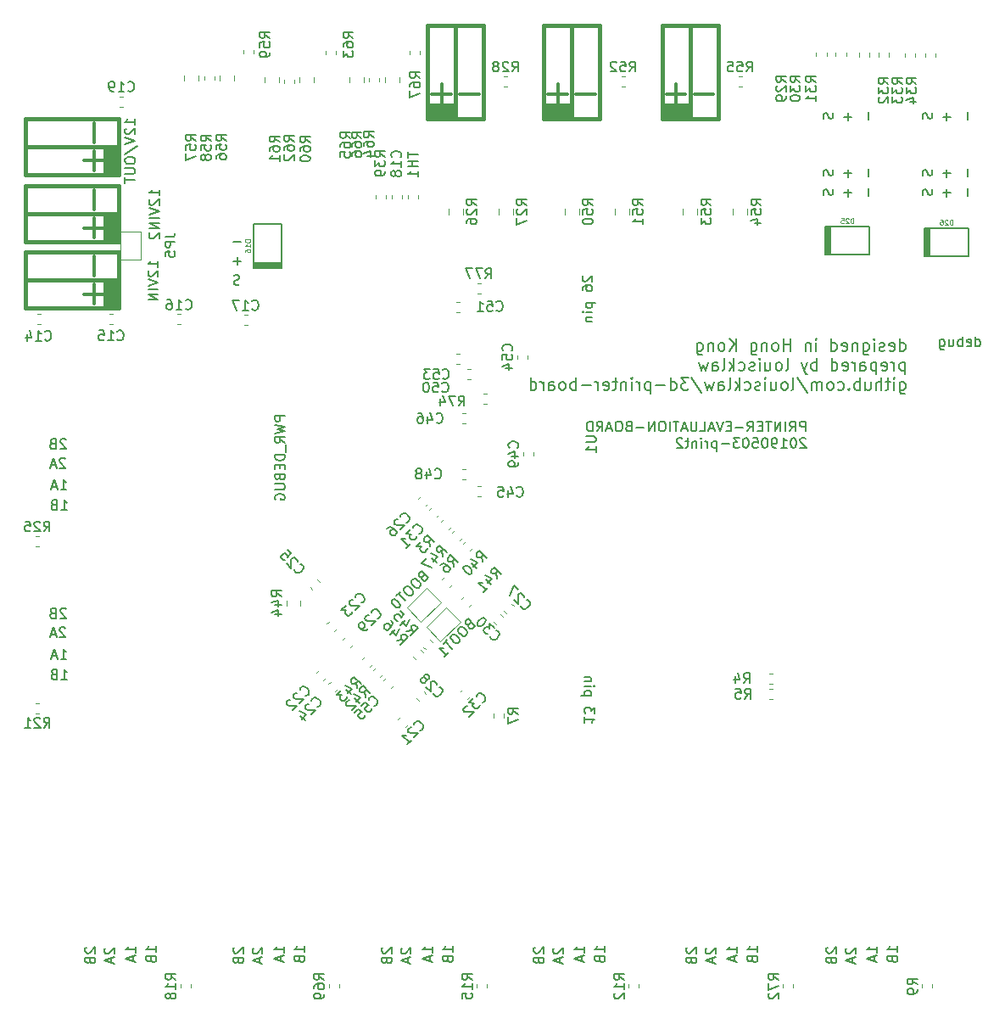
<source format=gbr>
G04 #@! TF.GenerationSoftware,KiCad,Pcbnew,5.1.2-f72e74a~84~ubuntu18.04.1*
G04 #@! TF.CreationDate,2019-05-06T19:36:48+08:00*
G04 #@! TF.ProjectId,printer-board,7072696e-7465-4722-9d62-6f6172642e6b,rev?*
G04 #@! TF.SameCoordinates,Original*
G04 #@! TF.FileFunction,Legend,Bot*
G04 #@! TF.FilePolarity,Positive*
%FSLAX46Y46*%
G04 Gerber Fmt 4.6, Leading zero omitted, Abs format (unit mm)*
G04 Created by KiCad (PCBNEW 5.1.2-f72e74a~84~ubuntu18.04.1) date 2019-05-06 19:36:48*
%MOMM*%
%LPD*%
G04 APERTURE LIST*
%ADD10C,0.150000*%
%ADD11C,0.120000*%
%ADD12C,0.127000*%
%ADD13C,0.381000*%
%ADD14C,0.119380*%
%ADD15C,0.300000*%
G04 APERTURE END LIST*
D10*
X89102500Y-34192857D02*
X89102500Y-32992857D01*
X89102500Y-34135714D02*
X89216785Y-34192857D01*
X89445357Y-34192857D01*
X89559642Y-34135714D01*
X89616785Y-34078571D01*
X89673928Y-33964285D01*
X89673928Y-33621428D01*
X89616785Y-33507142D01*
X89559642Y-33450000D01*
X89445357Y-33392857D01*
X89216785Y-33392857D01*
X89102500Y-33450000D01*
X88073928Y-34135714D02*
X88188214Y-34192857D01*
X88416785Y-34192857D01*
X88531071Y-34135714D01*
X88588214Y-34021428D01*
X88588214Y-33564285D01*
X88531071Y-33450000D01*
X88416785Y-33392857D01*
X88188214Y-33392857D01*
X88073928Y-33450000D01*
X88016785Y-33564285D01*
X88016785Y-33678571D01*
X88588214Y-33792857D01*
X87559642Y-34135714D02*
X87445357Y-34192857D01*
X87216785Y-34192857D01*
X87102500Y-34135714D01*
X87045357Y-34021428D01*
X87045357Y-33964285D01*
X87102500Y-33850000D01*
X87216785Y-33792857D01*
X87388214Y-33792857D01*
X87502500Y-33735714D01*
X87559642Y-33621428D01*
X87559642Y-33564285D01*
X87502500Y-33450000D01*
X87388214Y-33392857D01*
X87216785Y-33392857D01*
X87102500Y-33450000D01*
X86531071Y-34192857D02*
X86531071Y-33392857D01*
X86531071Y-32992857D02*
X86588214Y-33050000D01*
X86531071Y-33107142D01*
X86473928Y-33050000D01*
X86531071Y-32992857D01*
X86531071Y-33107142D01*
X85445357Y-33392857D02*
X85445357Y-34364285D01*
X85502500Y-34478571D01*
X85559642Y-34535714D01*
X85673928Y-34592857D01*
X85845357Y-34592857D01*
X85959642Y-34535714D01*
X85445357Y-34135714D02*
X85559642Y-34192857D01*
X85788214Y-34192857D01*
X85902500Y-34135714D01*
X85959642Y-34078571D01*
X86016785Y-33964285D01*
X86016785Y-33621428D01*
X85959642Y-33507142D01*
X85902500Y-33450000D01*
X85788214Y-33392857D01*
X85559642Y-33392857D01*
X85445357Y-33450000D01*
X84873928Y-33392857D02*
X84873928Y-34192857D01*
X84873928Y-33507142D02*
X84816785Y-33450000D01*
X84702500Y-33392857D01*
X84531071Y-33392857D01*
X84416785Y-33450000D01*
X84359642Y-33564285D01*
X84359642Y-34192857D01*
X83331071Y-34135714D02*
X83445357Y-34192857D01*
X83673928Y-34192857D01*
X83788214Y-34135714D01*
X83845357Y-34021428D01*
X83845357Y-33564285D01*
X83788214Y-33450000D01*
X83673928Y-33392857D01*
X83445357Y-33392857D01*
X83331071Y-33450000D01*
X83273928Y-33564285D01*
X83273928Y-33678571D01*
X83845357Y-33792857D01*
X82245357Y-34192857D02*
X82245357Y-32992857D01*
X82245357Y-34135714D02*
X82359642Y-34192857D01*
X82588214Y-34192857D01*
X82702500Y-34135714D01*
X82759642Y-34078571D01*
X82816785Y-33964285D01*
X82816785Y-33621428D01*
X82759642Y-33507142D01*
X82702500Y-33450000D01*
X82588214Y-33392857D01*
X82359642Y-33392857D01*
X82245357Y-33450000D01*
X80759642Y-34192857D02*
X80759642Y-33392857D01*
X80759642Y-32992857D02*
X80816785Y-33050000D01*
X80759642Y-33107142D01*
X80702500Y-33050000D01*
X80759642Y-32992857D01*
X80759642Y-33107142D01*
X80188214Y-33392857D02*
X80188214Y-34192857D01*
X80188214Y-33507142D02*
X80131071Y-33450000D01*
X80016785Y-33392857D01*
X79845357Y-33392857D01*
X79731071Y-33450000D01*
X79673928Y-33564285D01*
X79673928Y-34192857D01*
X78188214Y-34192857D02*
X78188214Y-32992857D01*
X78188214Y-33564285D02*
X77502500Y-33564285D01*
X77502500Y-34192857D02*
X77502500Y-32992857D01*
X76759642Y-34192857D02*
X76873928Y-34135714D01*
X76931071Y-34078571D01*
X76988214Y-33964285D01*
X76988214Y-33621428D01*
X76931071Y-33507142D01*
X76873928Y-33450000D01*
X76759642Y-33392857D01*
X76588214Y-33392857D01*
X76473928Y-33450000D01*
X76416785Y-33507142D01*
X76359642Y-33621428D01*
X76359642Y-33964285D01*
X76416785Y-34078571D01*
X76473928Y-34135714D01*
X76588214Y-34192857D01*
X76759642Y-34192857D01*
X75845357Y-33392857D02*
X75845357Y-34192857D01*
X75845357Y-33507142D02*
X75788214Y-33450000D01*
X75673928Y-33392857D01*
X75502500Y-33392857D01*
X75388214Y-33450000D01*
X75331071Y-33564285D01*
X75331071Y-34192857D01*
X74245357Y-33392857D02*
X74245357Y-34364285D01*
X74302500Y-34478571D01*
X74359642Y-34535714D01*
X74473928Y-34592857D01*
X74645357Y-34592857D01*
X74759642Y-34535714D01*
X74245357Y-34135714D02*
X74359642Y-34192857D01*
X74588214Y-34192857D01*
X74702500Y-34135714D01*
X74759642Y-34078571D01*
X74816785Y-33964285D01*
X74816785Y-33621428D01*
X74759642Y-33507142D01*
X74702500Y-33450000D01*
X74588214Y-33392857D01*
X74359642Y-33392857D01*
X74245357Y-33450000D01*
X72759642Y-34192857D02*
X72759642Y-32992857D01*
X72073928Y-34192857D02*
X72588214Y-33507142D01*
X72073928Y-32992857D02*
X72759642Y-33678571D01*
X71388214Y-34192857D02*
X71502500Y-34135714D01*
X71559642Y-34078571D01*
X71616785Y-33964285D01*
X71616785Y-33621428D01*
X71559642Y-33507142D01*
X71502500Y-33450000D01*
X71388214Y-33392857D01*
X71216785Y-33392857D01*
X71102500Y-33450000D01*
X71045357Y-33507142D01*
X70988214Y-33621428D01*
X70988214Y-33964285D01*
X71045357Y-34078571D01*
X71102500Y-34135714D01*
X71216785Y-34192857D01*
X71388214Y-34192857D01*
X70473928Y-33392857D02*
X70473928Y-34192857D01*
X70473928Y-33507142D02*
X70416785Y-33450000D01*
X70302500Y-33392857D01*
X70131071Y-33392857D01*
X70016785Y-33450000D01*
X69959642Y-33564285D01*
X69959642Y-34192857D01*
X68873928Y-33392857D02*
X68873928Y-34364285D01*
X68931071Y-34478571D01*
X68988214Y-34535714D01*
X69102500Y-34592857D01*
X69273928Y-34592857D01*
X69388214Y-34535714D01*
X68873928Y-34135714D02*
X68988214Y-34192857D01*
X69216785Y-34192857D01*
X69331071Y-34135714D01*
X69388214Y-34078571D01*
X69445357Y-33964285D01*
X69445357Y-33621428D01*
X69388214Y-33507142D01*
X69331071Y-33450000D01*
X69216785Y-33392857D01*
X68988214Y-33392857D01*
X68873928Y-33450000D01*
X89616785Y-35342857D02*
X89616785Y-36542857D01*
X89616785Y-35400000D02*
X89502500Y-35342857D01*
X89273928Y-35342857D01*
X89159642Y-35400000D01*
X89102500Y-35457142D01*
X89045357Y-35571428D01*
X89045357Y-35914285D01*
X89102500Y-36028571D01*
X89159642Y-36085714D01*
X89273928Y-36142857D01*
X89502500Y-36142857D01*
X89616785Y-36085714D01*
X88531071Y-36142857D02*
X88531071Y-35342857D01*
X88531071Y-35571428D02*
X88473928Y-35457142D01*
X88416785Y-35400000D01*
X88302500Y-35342857D01*
X88188214Y-35342857D01*
X87331071Y-36085714D02*
X87445357Y-36142857D01*
X87673928Y-36142857D01*
X87788214Y-36085714D01*
X87845357Y-35971428D01*
X87845357Y-35514285D01*
X87788214Y-35400000D01*
X87673928Y-35342857D01*
X87445357Y-35342857D01*
X87331071Y-35400000D01*
X87273928Y-35514285D01*
X87273928Y-35628571D01*
X87845357Y-35742857D01*
X86759642Y-35342857D02*
X86759642Y-36542857D01*
X86759642Y-35400000D02*
X86645357Y-35342857D01*
X86416785Y-35342857D01*
X86302500Y-35400000D01*
X86245357Y-35457142D01*
X86188214Y-35571428D01*
X86188214Y-35914285D01*
X86245357Y-36028571D01*
X86302500Y-36085714D01*
X86416785Y-36142857D01*
X86645357Y-36142857D01*
X86759642Y-36085714D01*
X85159642Y-36142857D02*
X85159642Y-35514285D01*
X85216785Y-35400000D01*
X85331071Y-35342857D01*
X85559642Y-35342857D01*
X85673928Y-35400000D01*
X85159642Y-36085714D02*
X85273928Y-36142857D01*
X85559642Y-36142857D01*
X85673928Y-36085714D01*
X85731071Y-35971428D01*
X85731071Y-35857142D01*
X85673928Y-35742857D01*
X85559642Y-35685714D01*
X85273928Y-35685714D01*
X85159642Y-35628571D01*
X84588214Y-36142857D02*
X84588214Y-35342857D01*
X84588214Y-35571428D02*
X84531071Y-35457142D01*
X84473928Y-35400000D01*
X84359642Y-35342857D01*
X84245357Y-35342857D01*
X83388214Y-36085714D02*
X83502499Y-36142857D01*
X83731071Y-36142857D01*
X83845357Y-36085714D01*
X83902499Y-35971428D01*
X83902499Y-35514285D01*
X83845357Y-35400000D01*
X83731071Y-35342857D01*
X83502499Y-35342857D01*
X83388214Y-35400000D01*
X83331071Y-35514285D01*
X83331071Y-35628571D01*
X83902499Y-35742857D01*
X82302499Y-36142857D02*
X82302499Y-34942857D01*
X82302499Y-36085714D02*
X82416785Y-36142857D01*
X82645357Y-36142857D01*
X82759642Y-36085714D01*
X82816785Y-36028571D01*
X82873928Y-35914285D01*
X82873928Y-35571428D01*
X82816785Y-35457142D01*
X82759642Y-35400000D01*
X82645357Y-35342857D01*
X82416785Y-35342857D01*
X82302499Y-35400000D01*
X80816785Y-36142857D02*
X80816785Y-34942857D01*
X80816785Y-35400000D02*
X80702499Y-35342857D01*
X80473928Y-35342857D01*
X80359642Y-35400000D01*
X80302499Y-35457142D01*
X80245357Y-35571428D01*
X80245357Y-35914285D01*
X80302499Y-36028571D01*
X80359642Y-36085714D01*
X80473928Y-36142857D01*
X80702499Y-36142857D01*
X80816785Y-36085714D01*
X79845357Y-35342857D02*
X79559642Y-36142857D01*
X79273928Y-35342857D02*
X79559642Y-36142857D01*
X79673928Y-36428571D01*
X79731071Y-36485714D01*
X79845357Y-36542857D01*
X77731071Y-36142857D02*
X77845357Y-36085714D01*
X77902499Y-35971428D01*
X77902499Y-34942857D01*
X77102499Y-36142857D02*
X77216785Y-36085714D01*
X77273928Y-36028571D01*
X77331071Y-35914285D01*
X77331071Y-35571428D01*
X77273928Y-35457142D01*
X77216785Y-35400000D01*
X77102499Y-35342857D01*
X76931071Y-35342857D01*
X76816785Y-35400000D01*
X76759642Y-35457142D01*
X76702499Y-35571428D01*
X76702499Y-35914285D01*
X76759642Y-36028571D01*
X76816785Y-36085714D01*
X76931071Y-36142857D01*
X77102499Y-36142857D01*
X75673928Y-35342857D02*
X75673928Y-36142857D01*
X76188214Y-35342857D02*
X76188214Y-35971428D01*
X76131071Y-36085714D01*
X76016785Y-36142857D01*
X75845357Y-36142857D01*
X75731071Y-36085714D01*
X75673928Y-36028571D01*
X75102499Y-36142857D02*
X75102499Y-35342857D01*
X75102499Y-34942857D02*
X75159642Y-35000000D01*
X75102499Y-35057142D01*
X75045357Y-35000000D01*
X75102499Y-34942857D01*
X75102499Y-35057142D01*
X74588214Y-36085714D02*
X74473928Y-36142857D01*
X74245357Y-36142857D01*
X74131071Y-36085714D01*
X74073928Y-35971428D01*
X74073928Y-35914285D01*
X74131071Y-35800000D01*
X74245357Y-35742857D01*
X74416785Y-35742857D01*
X74531071Y-35685714D01*
X74588214Y-35571428D01*
X74588214Y-35514285D01*
X74531071Y-35400000D01*
X74416785Y-35342857D01*
X74245357Y-35342857D01*
X74131071Y-35400000D01*
X73045357Y-36085714D02*
X73159642Y-36142857D01*
X73388214Y-36142857D01*
X73502499Y-36085714D01*
X73559642Y-36028571D01*
X73616785Y-35914285D01*
X73616785Y-35571428D01*
X73559642Y-35457142D01*
X73502499Y-35400000D01*
X73388214Y-35342857D01*
X73159642Y-35342857D01*
X73045357Y-35400000D01*
X72531071Y-36142857D02*
X72531071Y-34942857D01*
X72416785Y-35685714D02*
X72073928Y-36142857D01*
X72073928Y-35342857D02*
X72531071Y-35800000D01*
X71388214Y-36142857D02*
X71502499Y-36085714D01*
X71559642Y-35971428D01*
X71559642Y-34942857D01*
X70416785Y-36142857D02*
X70416785Y-35514285D01*
X70473928Y-35400000D01*
X70588214Y-35342857D01*
X70816785Y-35342857D01*
X70931071Y-35400000D01*
X70416785Y-36085714D02*
X70531071Y-36142857D01*
X70816785Y-36142857D01*
X70931071Y-36085714D01*
X70988214Y-35971428D01*
X70988214Y-35857142D01*
X70931071Y-35742857D01*
X70816785Y-35685714D01*
X70531071Y-35685714D01*
X70416785Y-35628571D01*
X69959642Y-35342857D02*
X69731071Y-36142857D01*
X69502499Y-35571428D01*
X69273928Y-36142857D01*
X69045357Y-35342857D01*
X89102500Y-37292857D02*
X89102500Y-38264285D01*
X89159642Y-38378571D01*
X89216785Y-38435714D01*
X89331071Y-38492857D01*
X89502500Y-38492857D01*
X89616785Y-38435714D01*
X89102500Y-38035714D02*
X89216785Y-38092857D01*
X89445357Y-38092857D01*
X89559642Y-38035714D01*
X89616785Y-37978571D01*
X89673928Y-37864285D01*
X89673928Y-37521428D01*
X89616785Y-37407142D01*
X89559642Y-37350000D01*
X89445357Y-37292857D01*
X89216785Y-37292857D01*
X89102500Y-37350000D01*
X88531071Y-38092857D02*
X88531071Y-37292857D01*
X88531071Y-36892857D02*
X88588214Y-36950000D01*
X88531071Y-37007142D01*
X88473928Y-36950000D01*
X88531071Y-36892857D01*
X88531071Y-37007142D01*
X88131071Y-37292857D02*
X87673928Y-37292857D01*
X87959642Y-36892857D02*
X87959642Y-37921428D01*
X87902500Y-38035714D01*
X87788214Y-38092857D01*
X87673928Y-38092857D01*
X87273928Y-38092857D02*
X87273928Y-36892857D01*
X86759642Y-38092857D02*
X86759642Y-37464285D01*
X86816785Y-37350000D01*
X86931071Y-37292857D01*
X87102500Y-37292857D01*
X87216785Y-37350000D01*
X87273928Y-37407142D01*
X85673928Y-37292857D02*
X85673928Y-38092857D01*
X86188214Y-37292857D02*
X86188214Y-37921428D01*
X86131071Y-38035714D01*
X86016785Y-38092857D01*
X85845357Y-38092857D01*
X85731071Y-38035714D01*
X85673928Y-37978571D01*
X85102500Y-38092857D02*
X85102500Y-36892857D01*
X85102500Y-37350000D02*
X84988214Y-37292857D01*
X84759642Y-37292857D01*
X84645357Y-37350000D01*
X84588214Y-37407142D01*
X84531071Y-37521428D01*
X84531071Y-37864285D01*
X84588214Y-37978571D01*
X84645357Y-38035714D01*
X84759642Y-38092857D01*
X84988214Y-38092857D01*
X85102500Y-38035714D01*
X84016785Y-37978571D02*
X83959642Y-38035714D01*
X84016785Y-38092857D01*
X84073928Y-38035714D01*
X84016785Y-37978571D01*
X84016785Y-38092857D01*
X82931071Y-38035714D02*
X83045357Y-38092857D01*
X83273928Y-38092857D01*
X83388214Y-38035714D01*
X83445357Y-37978571D01*
X83502500Y-37864285D01*
X83502500Y-37521428D01*
X83445357Y-37407142D01*
X83388214Y-37350000D01*
X83273928Y-37292857D01*
X83045357Y-37292857D01*
X82931071Y-37350000D01*
X82245357Y-38092857D02*
X82359642Y-38035714D01*
X82416785Y-37978571D01*
X82473928Y-37864285D01*
X82473928Y-37521428D01*
X82416785Y-37407142D01*
X82359642Y-37350000D01*
X82245357Y-37292857D01*
X82073928Y-37292857D01*
X81959642Y-37350000D01*
X81902500Y-37407142D01*
X81845357Y-37521428D01*
X81845357Y-37864285D01*
X81902500Y-37978571D01*
X81959642Y-38035714D01*
X82073928Y-38092857D01*
X82245357Y-38092857D01*
X81331071Y-38092857D02*
X81331071Y-37292857D01*
X81331071Y-37407142D02*
X81273928Y-37350000D01*
X81159642Y-37292857D01*
X80988214Y-37292857D01*
X80873928Y-37350000D01*
X80816785Y-37464285D01*
X80816785Y-38092857D01*
X80816785Y-37464285D02*
X80759642Y-37350000D01*
X80645357Y-37292857D01*
X80473928Y-37292857D01*
X80359642Y-37350000D01*
X80302500Y-37464285D01*
X80302500Y-38092857D01*
X78873928Y-36835714D02*
X79902500Y-38378571D01*
X78302500Y-38092857D02*
X78416785Y-38035714D01*
X78473928Y-37921428D01*
X78473928Y-36892857D01*
X77673928Y-38092857D02*
X77788214Y-38035714D01*
X77845357Y-37978571D01*
X77902500Y-37864285D01*
X77902500Y-37521428D01*
X77845357Y-37407142D01*
X77788214Y-37350000D01*
X77673928Y-37292857D01*
X77502500Y-37292857D01*
X77388214Y-37350000D01*
X77331071Y-37407142D01*
X77273928Y-37521428D01*
X77273928Y-37864285D01*
X77331071Y-37978571D01*
X77388214Y-38035714D01*
X77502500Y-38092857D01*
X77673928Y-38092857D01*
X76245357Y-37292857D02*
X76245357Y-38092857D01*
X76759642Y-37292857D02*
X76759642Y-37921428D01*
X76702500Y-38035714D01*
X76588214Y-38092857D01*
X76416785Y-38092857D01*
X76302500Y-38035714D01*
X76245357Y-37978571D01*
X75673928Y-38092857D02*
X75673928Y-37292857D01*
X75673928Y-36892857D02*
X75731071Y-36950000D01*
X75673928Y-37007142D01*
X75616785Y-36950000D01*
X75673928Y-36892857D01*
X75673928Y-37007142D01*
X75159642Y-38035714D02*
X75045357Y-38092857D01*
X74816785Y-38092857D01*
X74702500Y-38035714D01*
X74645357Y-37921428D01*
X74645357Y-37864285D01*
X74702500Y-37750000D01*
X74816785Y-37692857D01*
X74988214Y-37692857D01*
X75102500Y-37635714D01*
X75159642Y-37521428D01*
X75159642Y-37464285D01*
X75102500Y-37350000D01*
X74988214Y-37292857D01*
X74816785Y-37292857D01*
X74702500Y-37350000D01*
X73616785Y-38035714D02*
X73731071Y-38092857D01*
X73959642Y-38092857D01*
X74073928Y-38035714D01*
X74131071Y-37978571D01*
X74188214Y-37864285D01*
X74188214Y-37521428D01*
X74131071Y-37407142D01*
X74073928Y-37350000D01*
X73959642Y-37292857D01*
X73731071Y-37292857D01*
X73616785Y-37350000D01*
X73102500Y-38092857D02*
X73102500Y-36892857D01*
X72988214Y-37635714D02*
X72645357Y-38092857D01*
X72645357Y-37292857D02*
X73102500Y-37750000D01*
X71959642Y-38092857D02*
X72073928Y-38035714D01*
X72131071Y-37921428D01*
X72131071Y-36892857D01*
X70988214Y-38092857D02*
X70988214Y-37464285D01*
X71045357Y-37350000D01*
X71159642Y-37292857D01*
X71388214Y-37292857D01*
X71502500Y-37350000D01*
X70988214Y-38035714D02*
X71102500Y-38092857D01*
X71388214Y-38092857D01*
X71502500Y-38035714D01*
X71559642Y-37921428D01*
X71559642Y-37807142D01*
X71502500Y-37692857D01*
X71388214Y-37635714D01*
X71102500Y-37635714D01*
X70988214Y-37578571D01*
X70531071Y-37292857D02*
X70302500Y-38092857D01*
X70073928Y-37521428D01*
X69845357Y-38092857D01*
X69616785Y-37292857D01*
X68302500Y-36835714D02*
X69331071Y-38378571D01*
X68016785Y-36892857D02*
X67273928Y-36892857D01*
X67673928Y-37350000D01*
X67502500Y-37350000D01*
X67388214Y-37407142D01*
X67331071Y-37464285D01*
X67273928Y-37578571D01*
X67273928Y-37864285D01*
X67331071Y-37978571D01*
X67388214Y-38035714D01*
X67502500Y-38092857D01*
X67845357Y-38092857D01*
X67959642Y-38035714D01*
X68016785Y-37978571D01*
X66245357Y-38092857D02*
X66245357Y-36892857D01*
X66245357Y-38035714D02*
X66359642Y-38092857D01*
X66588214Y-38092857D01*
X66702499Y-38035714D01*
X66759642Y-37978571D01*
X66816785Y-37864285D01*
X66816785Y-37521428D01*
X66759642Y-37407142D01*
X66702499Y-37350000D01*
X66588214Y-37292857D01*
X66359642Y-37292857D01*
X66245357Y-37350000D01*
X65673928Y-37635714D02*
X64759642Y-37635714D01*
X64188214Y-37292857D02*
X64188214Y-38492857D01*
X64188214Y-37350000D02*
X64073928Y-37292857D01*
X63845357Y-37292857D01*
X63731071Y-37350000D01*
X63673928Y-37407142D01*
X63616785Y-37521428D01*
X63616785Y-37864285D01*
X63673928Y-37978571D01*
X63731071Y-38035714D01*
X63845357Y-38092857D01*
X64073928Y-38092857D01*
X64188214Y-38035714D01*
X63102499Y-38092857D02*
X63102499Y-37292857D01*
X63102499Y-37521428D02*
X63045357Y-37407142D01*
X62988214Y-37350000D01*
X62873928Y-37292857D01*
X62759642Y-37292857D01*
X62359642Y-38092857D02*
X62359642Y-37292857D01*
X62359642Y-36892857D02*
X62416785Y-36950000D01*
X62359642Y-37007142D01*
X62302499Y-36950000D01*
X62359642Y-36892857D01*
X62359642Y-37007142D01*
X61788214Y-37292857D02*
X61788214Y-38092857D01*
X61788214Y-37407142D02*
X61731071Y-37350000D01*
X61616785Y-37292857D01*
X61445357Y-37292857D01*
X61331071Y-37350000D01*
X61273928Y-37464285D01*
X61273928Y-38092857D01*
X60873928Y-37292857D02*
X60416785Y-37292857D01*
X60702499Y-36892857D02*
X60702499Y-37921428D01*
X60645357Y-38035714D01*
X60531071Y-38092857D01*
X60416785Y-38092857D01*
X59559642Y-38035714D02*
X59673928Y-38092857D01*
X59902499Y-38092857D01*
X60016785Y-38035714D01*
X60073928Y-37921428D01*
X60073928Y-37464285D01*
X60016785Y-37350000D01*
X59902499Y-37292857D01*
X59673928Y-37292857D01*
X59559642Y-37350000D01*
X59502499Y-37464285D01*
X59502499Y-37578571D01*
X60073928Y-37692857D01*
X58988214Y-38092857D02*
X58988214Y-37292857D01*
X58988214Y-37521428D02*
X58931071Y-37407142D01*
X58873928Y-37350000D01*
X58759642Y-37292857D01*
X58645357Y-37292857D01*
X58245357Y-37635714D02*
X57331071Y-37635714D01*
X56759642Y-38092857D02*
X56759642Y-36892857D01*
X56759642Y-37350000D02*
X56645357Y-37292857D01*
X56416785Y-37292857D01*
X56302499Y-37350000D01*
X56245357Y-37407142D01*
X56188214Y-37521428D01*
X56188214Y-37864285D01*
X56245357Y-37978571D01*
X56302499Y-38035714D01*
X56416785Y-38092857D01*
X56645357Y-38092857D01*
X56759642Y-38035714D01*
X55502499Y-38092857D02*
X55616785Y-38035714D01*
X55673928Y-37978571D01*
X55731071Y-37864285D01*
X55731071Y-37521428D01*
X55673928Y-37407142D01*
X55616785Y-37350000D01*
X55502499Y-37292857D01*
X55331071Y-37292857D01*
X55216785Y-37350000D01*
X55159642Y-37407142D01*
X55102499Y-37521428D01*
X55102499Y-37864285D01*
X55159642Y-37978571D01*
X55216785Y-38035714D01*
X55331071Y-38092857D01*
X55502499Y-38092857D01*
X54073928Y-38092857D02*
X54073928Y-37464285D01*
X54131071Y-37350000D01*
X54245357Y-37292857D01*
X54473928Y-37292857D01*
X54588214Y-37350000D01*
X54073928Y-38035714D02*
X54188214Y-38092857D01*
X54473928Y-38092857D01*
X54588214Y-38035714D01*
X54645357Y-37921428D01*
X54645357Y-37807142D01*
X54588214Y-37692857D01*
X54473928Y-37635714D01*
X54188214Y-37635714D01*
X54073928Y-37578571D01*
X53502499Y-38092857D02*
X53502499Y-37292857D01*
X53502499Y-37521428D02*
X53445357Y-37407142D01*
X53388214Y-37350000D01*
X53273928Y-37292857D01*
X53159642Y-37292857D01*
X52245357Y-38092857D02*
X52245357Y-36892857D01*
X52245357Y-38035714D02*
X52359642Y-38092857D01*
X52588214Y-38092857D01*
X52702499Y-38035714D01*
X52759642Y-37978571D01*
X52816785Y-37864285D01*
X52816785Y-37521428D01*
X52759642Y-37407142D01*
X52702499Y-37350000D01*
X52588214Y-37292857D01*
X52359642Y-37292857D01*
X52245357Y-37350000D01*
X79664404Y-42227380D02*
X79664404Y-41227380D01*
X79283452Y-41227380D01*
X79188214Y-41275000D01*
X79140595Y-41322619D01*
X79092976Y-41417857D01*
X79092976Y-41560714D01*
X79140595Y-41655952D01*
X79188214Y-41703571D01*
X79283452Y-41751190D01*
X79664404Y-41751190D01*
X78092976Y-42227380D02*
X78426309Y-41751190D01*
X78664404Y-42227380D02*
X78664404Y-41227380D01*
X78283452Y-41227380D01*
X78188214Y-41275000D01*
X78140595Y-41322619D01*
X78092976Y-41417857D01*
X78092976Y-41560714D01*
X78140595Y-41655952D01*
X78188214Y-41703571D01*
X78283452Y-41751190D01*
X78664404Y-41751190D01*
X77664404Y-42227380D02*
X77664404Y-41227380D01*
X77188214Y-42227380D02*
X77188214Y-41227380D01*
X76616785Y-42227380D01*
X76616785Y-41227380D01*
X76283452Y-41227380D02*
X75712023Y-41227380D01*
X75997738Y-42227380D02*
X75997738Y-41227380D01*
X75378690Y-41703571D02*
X75045357Y-41703571D01*
X74902500Y-42227380D02*
X75378690Y-42227380D01*
X75378690Y-41227380D01*
X74902500Y-41227380D01*
X73902500Y-42227380D02*
X74235833Y-41751190D01*
X74473928Y-42227380D02*
X74473928Y-41227380D01*
X74092976Y-41227380D01*
X73997738Y-41275000D01*
X73950119Y-41322619D01*
X73902500Y-41417857D01*
X73902500Y-41560714D01*
X73950119Y-41655952D01*
X73997738Y-41703571D01*
X74092976Y-41751190D01*
X74473928Y-41751190D01*
X73473928Y-41846428D02*
X72712023Y-41846428D01*
X72235833Y-41703571D02*
X71902500Y-41703571D01*
X71759642Y-42227380D02*
X72235833Y-42227380D01*
X72235833Y-41227380D01*
X71759642Y-41227380D01*
X71473928Y-41227380D02*
X71140595Y-42227380D01*
X70807261Y-41227380D01*
X70521547Y-41941666D02*
X70045357Y-41941666D01*
X70616785Y-42227380D02*
X70283452Y-41227380D01*
X69950119Y-42227380D01*
X69140595Y-42227380D02*
X69616785Y-42227380D01*
X69616785Y-41227380D01*
X68807261Y-41227380D02*
X68807261Y-42036904D01*
X68759642Y-42132142D01*
X68712023Y-42179761D01*
X68616785Y-42227380D01*
X68426309Y-42227380D01*
X68331071Y-42179761D01*
X68283452Y-42132142D01*
X68235833Y-42036904D01*
X68235833Y-41227380D01*
X67807261Y-41941666D02*
X67331071Y-41941666D01*
X67902500Y-42227380D02*
X67569166Y-41227380D01*
X67235833Y-42227380D01*
X67045357Y-41227380D02*
X66473928Y-41227380D01*
X66759642Y-42227380D02*
X66759642Y-41227380D01*
X66140595Y-42227380D02*
X66140595Y-41227380D01*
X65473928Y-41227380D02*
X65283452Y-41227380D01*
X65188214Y-41275000D01*
X65092976Y-41370238D01*
X65045357Y-41560714D01*
X65045357Y-41894047D01*
X65092976Y-42084523D01*
X65188214Y-42179761D01*
X65283452Y-42227380D01*
X65473928Y-42227380D01*
X65569166Y-42179761D01*
X65664404Y-42084523D01*
X65712023Y-41894047D01*
X65712023Y-41560714D01*
X65664404Y-41370238D01*
X65569166Y-41275000D01*
X65473928Y-41227380D01*
X64616785Y-42227380D02*
X64616785Y-41227380D01*
X64045357Y-42227380D01*
X64045357Y-41227380D01*
X63569166Y-41846428D02*
X62807261Y-41846428D01*
X61997738Y-41703571D02*
X61854880Y-41751190D01*
X61807261Y-41798809D01*
X61759642Y-41894047D01*
X61759642Y-42036904D01*
X61807261Y-42132142D01*
X61854880Y-42179761D01*
X61950119Y-42227380D01*
X62331071Y-42227380D01*
X62331071Y-41227380D01*
X61997738Y-41227380D01*
X61902500Y-41275000D01*
X61854880Y-41322619D01*
X61807261Y-41417857D01*
X61807261Y-41513095D01*
X61854880Y-41608333D01*
X61902500Y-41655952D01*
X61997738Y-41703571D01*
X62331071Y-41703571D01*
X61140595Y-41227380D02*
X60950119Y-41227380D01*
X60854880Y-41275000D01*
X60759642Y-41370238D01*
X60712023Y-41560714D01*
X60712023Y-41894047D01*
X60759642Y-42084523D01*
X60854880Y-42179761D01*
X60950119Y-42227380D01*
X61140595Y-42227380D01*
X61235833Y-42179761D01*
X61331071Y-42084523D01*
X61378690Y-41894047D01*
X61378690Y-41560714D01*
X61331071Y-41370238D01*
X61235833Y-41275000D01*
X61140595Y-41227380D01*
X60331071Y-41941666D02*
X59854880Y-41941666D01*
X60426309Y-42227380D02*
X60092976Y-41227380D01*
X59759642Y-42227380D01*
X58854880Y-42227380D02*
X59188214Y-41751190D01*
X59426309Y-42227380D02*
X59426309Y-41227380D01*
X59045357Y-41227380D01*
X58950119Y-41275000D01*
X58902500Y-41322619D01*
X58854880Y-41417857D01*
X58854880Y-41560714D01*
X58902500Y-41655952D01*
X58950119Y-41703571D01*
X59045357Y-41751190D01*
X59426309Y-41751190D01*
X58426309Y-42227380D02*
X58426309Y-41227380D01*
X58188214Y-41227380D01*
X58045357Y-41275000D01*
X57950119Y-41370238D01*
X57902500Y-41465476D01*
X57854880Y-41655952D01*
X57854880Y-41798809D01*
X57902500Y-41989285D01*
X57950119Y-42084523D01*
X58045357Y-42179761D01*
X58188214Y-42227380D01*
X58426309Y-42227380D01*
X79712023Y-42972619D02*
X79664404Y-42925000D01*
X79569166Y-42877380D01*
X79331071Y-42877380D01*
X79235833Y-42925000D01*
X79188214Y-42972619D01*
X79140595Y-43067857D01*
X79140595Y-43163095D01*
X79188214Y-43305952D01*
X79759642Y-43877380D01*
X79140595Y-43877380D01*
X78521547Y-42877380D02*
X78426309Y-42877380D01*
X78331071Y-42925000D01*
X78283452Y-42972619D01*
X78235833Y-43067857D01*
X78188214Y-43258333D01*
X78188214Y-43496428D01*
X78235833Y-43686904D01*
X78283452Y-43782142D01*
X78331071Y-43829761D01*
X78426309Y-43877380D01*
X78521547Y-43877380D01*
X78616785Y-43829761D01*
X78664404Y-43782142D01*
X78712023Y-43686904D01*
X78759642Y-43496428D01*
X78759642Y-43258333D01*
X78712023Y-43067857D01*
X78664404Y-42972619D01*
X78616785Y-42925000D01*
X78521547Y-42877380D01*
X77235833Y-43877380D02*
X77807261Y-43877380D01*
X77521547Y-43877380D02*
X77521547Y-42877380D01*
X77616785Y-43020238D01*
X77712023Y-43115476D01*
X77807261Y-43163095D01*
X76759642Y-43877380D02*
X76569166Y-43877380D01*
X76473928Y-43829761D01*
X76426309Y-43782142D01*
X76331071Y-43639285D01*
X76283452Y-43448809D01*
X76283452Y-43067857D01*
X76331071Y-42972619D01*
X76378690Y-42925000D01*
X76473928Y-42877380D01*
X76664404Y-42877380D01*
X76759642Y-42925000D01*
X76807261Y-42972619D01*
X76854880Y-43067857D01*
X76854880Y-43305952D01*
X76807261Y-43401190D01*
X76759642Y-43448809D01*
X76664404Y-43496428D01*
X76473928Y-43496428D01*
X76378690Y-43448809D01*
X76331071Y-43401190D01*
X76283452Y-43305952D01*
X75664404Y-42877380D02*
X75569166Y-42877380D01*
X75473928Y-42925000D01*
X75426309Y-42972619D01*
X75378690Y-43067857D01*
X75331071Y-43258333D01*
X75331071Y-43496428D01*
X75378690Y-43686904D01*
X75426309Y-43782142D01*
X75473928Y-43829761D01*
X75569166Y-43877380D01*
X75664404Y-43877380D01*
X75759642Y-43829761D01*
X75807261Y-43782142D01*
X75854880Y-43686904D01*
X75902500Y-43496428D01*
X75902500Y-43258333D01*
X75854880Y-43067857D01*
X75807261Y-42972619D01*
X75759642Y-42925000D01*
X75664404Y-42877380D01*
X74426309Y-42877380D02*
X74902500Y-42877380D01*
X74950119Y-43353571D01*
X74902500Y-43305952D01*
X74807261Y-43258333D01*
X74569166Y-43258333D01*
X74473928Y-43305952D01*
X74426309Y-43353571D01*
X74378690Y-43448809D01*
X74378690Y-43686904D01*
X74426309Y-43782142D01*
X74473928Y-43829761D01*
X74569166Y-43877380D01*
X74807261Y-43877380D01*
X74902500Y-43829761D01*
X74950119Y-43782142D01*
X73759642Y-42877380D02*
X73664404Y-42877380D01*
X73569166Y-42925000D01*
X73521547Y-42972619D01*
X73473928Y-43067857D01*
X73426309Y-43258333D01*
X73426309Y-43496428D01*
X73473928Y-43686904D01*
X73521547Y-43782142D01*
X73569166Y-43829761D01*
X73664404Y-43877380D01*
X73759642Y-43877380D01*
X73854880Y-43829761D01*
X73902500Y-43782142D01*
X73950119Y-43686904D01*
X73997738Y-43496428D01*
X73997738Y-43258333D01*
X73950119Y-43067857D01*
X73902500Y-42972619D01*
X73854880Y-42925000D01*
X73759642Y-42877380D01*
X73092976Y-42877380D02*
X72473928Y-42877380D01*
X72807261Y-43258333D01*
X72664404Y-43258333D01*
X72569166Y-43305952D01*
X72521547Y-43353571D01*
X72473928Y-43448809D01*
X72473928Y-43686904D01*
X72521547Y-43782142D01*
X72569166Y-43829761D01*
X72664404Y-43877380D01*
X72950119Y-43877380D01*
X73045357Y-43829761D01*
X73092976Y-43782142D01*
X72045357Y-43496428D02*
X71283452Y-43496428D01*
X70807261Y-43210714D02*
X70807261Y-44210714D01*
X70807261Y-43258333D02*
X70712023Y-43210714D01*
X70521547Y-43210714D01*
X70426309Y-43258333D01*
X70378690Y-43305952D01*
X70331071Y-43401190D01*
X70331071Y-43686904D01*
X70378690Y-43782142D01*
X70426309Y-43829761D01*
X70521547Y-43877380D01*
X70712023Y-43877380D01*
X70807261Y-43829761D01*
X69902500Y-43877380D02*
X69902500Y-43210714D01*
X69902500Y-43401190D02*
X69854880Y-43305952D01*
X69807261Y-43258333D01*
X69712023Y-43210714D01*
X69616785Y-43210714D01*
X69283452Y-43877380D02*
X69283452Y-43210714D01*
X69283452Y-42877380D02*
X69331071Y-42925000D01*
X69283452Y-42972619D01*
X69235833Y-42925000D01*
X69283452Y-42877380D01*
X69283452Y-42972619D01*
X68807261Y-43210714D02*
X68807261Y-43877380D01*
X68807261Y-43305952D02*
X68759642Y-43258333D01*
X68664404Y-43210714D01*
X68521547Y-43210714D01*
X68426309Y-43258333D01*
X68378690Y-43353571D01*
X68378690Y-43877380D01*
X68045357Y-43210714D02*
X67664404Y-43210714D01*
X67902500Y-42877380D02*
X67902500Y-43734523D01*
X67854880Y-43829761D01*
X67759642Y-43877380D01*
X67664404Y-43877380D01*
X67378690Y-42972619D02*
X67331071Y-42925000D01*
X67235833Y-42877380D01*
X66997738Y-42877380D01*
X66902500Y-42925000D01*
X66854880Y-42972619D01*
X66807261Y-43067857D01*
X66807261Y-43163095D01*
X66854880Y-43305952D01*
X67426309Y-43877380D01*
X66807261Y-43877380D01*
D11*
X36502371Y-66036980D02*
X36744580Y-65794771D01*
X37223620Y-66758229D02*
X37465829Y-66516020D01*
X37740000Y-7411252D02*
X37740000Y-6888748D01*
X39160000Y-7411252D02*
X39160000Y-6888748D01*
X29281615Y-59088748D02*
X29281615Y-59611252D01*
X27861615Y-59088748D02*
X27861615Y-59611252D01*
X46456729Y-53914520D02*
X46214520Y-54156729D01*
X45735480Y-53193271D02*
X45493271Y-53435480D01*
D12*
X91550360Y-24749540D02*
X91550360Y-21950460D01*
X95949640Y-24749540D02*
X91550360Y-24749540D01*
X95949640Y-21950460D02*
X95949640Y-24749540D01*
X91550360Y-21950460D02*
X95949640Y-21950460D01*
X92050740Y-21950460D02*
X92050740Y-24749540D01*
X91949140Y-21950460D02*
X91949140Y-24749540D01*
X91850080Y-24749540D02*
X91850080Y-21950460D01*
X91751020Y-21950460D02*
X91751020Y-24749540D01*
X91649420Y-24749540D02*
X91649420Y-21950460D01*
X81650360Y-24599540D02*
X81650360Y-21800460D01*
X86049640Y-24599540D02*
X81650360Y-24599540D01*
X86049640Y-21800460D02*
X86049640Y-24599540D01*
X81650360Y-21800460D02*
X86049640Y-21800460D01*
X82150740Y-21800460D02*
X82150740Y-24599540D01*
X82049140Y-21800460D02*
X82049140Y-24599540D01*
X81950080Y-24599540D02*
X81950080Y-21800460D01*
X81851020Y-21800460D02*
X81851020Y-24599540D01*
X81749420Y-24599540D02*
X81749420Y-21800460D01*
X27399540Y-25899640D02*
X24600460Y-25899640D01*
X27399540Y-21500360D02*
X27399540Y-25899640D01*
X24600460Y-21500360D02*
X27399540Y-21500360D01*
X24600460Y-25899640D02*
X24600460Y-21500360D01*
X24600460Y-25399260D02*
X27399540Y-25399260D01*
X24600460Y-25500860D02*
X27399540Y-25500860D01*
X27399540Y-25599920D02*
X24600460Y-25599920D01*
X24600460Y-25698980D02*
X27399540Y-25698980D01*
X27399540Y-25800580D02*
X24600460Y-25800580D01*
D11*
X47871267Y-39509999D02*
X47528733Y-39509999D01*
X47871267Y-38489999D02*
X47528733Y-38489999D01*
X52510000Y-44328733D02*
X52510000Y-44671267D01*
X51490000Y-44328733D02*
X51490000Y-44671267D01*
X45771267Y-47010000D02*
X45428733Y-47010000D01*
X45771267Y-45990000D02*
X45428733Y-45990000D01*
X45428733Y-40390000D02*
X45771267Y-40390000D01*
X45428733Y-41410000D02*
X45771267Y-41410000D01*
X46928733Y-47690000D02*
X47271267Y-47690000D01*
X46928733Y-48710000D02*
X47271267Y-48710000D01*
X47271267Y-28460000D02*
X46928733Y-28460000D01*
X47271267Y-27440000D02*
X46928733Y-27440000D01*
X51910000Y-34628733D02*
X51910000Y-34971267D01*
X50890000Y-34628733D02*
X50890000Y-34971267D01*
X45171267Y-35510000D02*
X44828733Y-35510000D01*
X45171267Y-34490000D02*
X44828733Y-34490000D01*
X44828733Y-29290001D02*
X45171267Y-29290001D01*
X44828733Y-30310001D02*
X45171267Y-30310001D01*
X45928733Y-35990001D02*
X46271267Y-35990001D01*
X45928733Y-37010001D02*
X46271267Y-37010001D01*
X44039520Y-51981729D02*
X44281729Y-51739520D01*
X43318271Y-51260480D02*
X43560480Y-51018271D01*
X45139520Y-53081729D02*
X45381729Y-52839520D01*
X44418271Y-52360480D02*
X44660480Y-52118271D01*
X41239520Y-64018271D02*
X41481729Y-64260480D01*
X40518271Y-64739520D02*
X40760480Y-64981729D01*
X41518271Y-63739520D02*
X41760480Y-63981729D01*
X42239520Y-63018271D02*
X42481729Y-63260480D01*
X36163020Y-65697629D02*
X36405229Y-65455420D01*
X35441771Y-64976380D02*
X35683980Y-64734171D01*
X46062520Y-59687229D02*
X46304729Y-59445020D01*
X45341271Y-58965980D02*
X45583480Y-58723771D01*
X43396671Y-57021380D02*
X43638880Y-56779171D01*
X44117920Y-57742629D02*
X44360129Y-57500420D01*
X33497171Y-63031780D02*
X33739380Y-62789571D01*
X34218420Y-63753029D02*
X34460629Y-63510820D01*
X41815629Y-68404780D02*
X41573420Y-68162571D01*
X41094380Y-69126029D02*
X40852171Y-68883820D01*
X30948120Y-57044371D02*
X31190329Y-57286580D01*
X30226871Y-57765620D02*
X30469080Y-58007829D01*
X50547329Y-59673080D02*
X50305120Y-59430871D01*
X49826080Y-60394329D02*
X49583871Y-60152120D01*
X41981729Y-49439520D02*
X41739520Y-49681729D01*
X41260480Y-48718271D02*
X41018271Y-48960480D01*
X49244520Y-60491471D02*
X49486729Y-60733680D01*
X48523271Y-61212720D02*
X48765480Y-61454929D01*
X42839520Y-50781729D02*
X43081729Y-50539520D01*
X42118271Y-50060480D02*
X42360480Y-49818271D01*
X45205171Y-68222480D02*
X45447380Y-67980271D01*
X45926420Y-68943729D02*
X46168629Y-68701520D01*
X32018271Y-67460480D02*
X32260480Y-67218271D01*
X32739520Y-68181729D02*
X32981729Y-67939520D01*
X32148380Y-61198571D02*
X31906171Y-61440780D01*
X32869629Y-61919820D02*
X32627420Y-62162029D01*
X30836989Y-66341762D02*
X31079198Y-66099553D01*
X31558238Y-67063011D02*
X31800447Y-66820802D01*
X39723620Y-71725729D02*
X39965829Y-71483520D01*
X39002371Y-71004480D02*
X39244580Y-70762271D01*
X45221956Y-61220757D02*
X43807743Y-59806544D01*
X43242057Y-63200656D02*
X45221956Y-61220757D01*
X41827844Y-61786443D02*
X43242057Y-63200656D01*
X43807743Y-59806544D02*
X41827844Y-61786443D01*
X43277356Y-59276157D02*
X41863143Y-57861944D01*
X41297457Y-61256056D02*
X43277356Y-59276157D01*
X39883244Y-59841843D02*
X41297457Y-61256056D01*
X41863143Y-57861944D02*
X39883244Y-59841843D01*
X38284320Y-67818929D02*
X38526529Y-67576720D01*
X37563071Y-67097680D02*
X37805280Y-66855471D01*
X76371267Y-67410000D02*
X76028733Y-67410000D01*
X76371267Y-66390000D02*
X76028733Y-66390000D01*
X76371267Y-67890000D02*
X76028733Y-67890000D01*
X76371267Y-68910000D02*
X76028733Y-68910000D01*
X48577867Y-70766242D02*
X48577867Y-70423708D01*
X49597867Y-70766242D02*
X49597867Y-70423708D01*
X92345000Y-97428733D02*
X92345000Y-97771267D01*
X91325000Y-97428733D02*
X91325000Y-97771267D01*
X78465000Y-97428733D02*
X78465000Y-97771267D01*
X77445000Y-97428733D02*
X77445000Y-97771267D01*
X63060000Y-97428733D02*
X63060000Y-97771267D01*
X62040000Y-97428733D02*
X62040000Y-97771267D01*
X46860000Y-97428733D02*
X46860000Y-97771267D01*
X47880000Y-97428733D02*
X47880000Y-97771267D01*
X32090000Y-97428733D02*
X32090000Y-97771267D01*
X33110000Y-97428733D02*
X33110000Y-97771267D01*
X17290000Y-97428733D02*
X17290000Y-97771267D01*
X18310000Y-97428733D02*
X18310000Y-97771267D01*
X2828733Y-70410000D02*
X3171267Y-70410000D01*
X2828733Y-69390000D02*
X3171267Y-69390000D01*
X3171267Y-53710000D02*
X2828733Y-53710000D01*
X3171267Y-52690000D02*
X2828733Y-52690000D01*
X49921267Y-7810000D02*
X49578733Y-7810000D01*
X49921267Y-6790000D02*
X49578733Y-6790000D01*
X50460000Y-20561252D02*
X50460000Y-20038748D01*
X49040000Y-20561252D02*
X49040000Y-20038748D01*
X45460000Y-20561252D02*
X45460000Y-20038748D01*
X44040000Y-20561252D02*
X44040000Y-20038748D01*
D10*
G36*
X44750000Y-11150000D02*
G01*
X44750000Y-9626000D01*
X41956000Y-9626000D01*
X41956000Y-11150000D01*
X44750000Y-11150000D01*
G37*
X44750000Y-11150000D02*
X44750000Y-9626000D01*
X41956000Y-9626000D01*
X41956000Y-11150000D01*
X44750000Y-11150000D01*
D13*
X44750000Y-11023000D02*
X44750000Y-1752000D01*
X41956000Y-11023000D02*
X47544000Y-11023000D01*
X41956000Y-1752000D02*
X41956000Y-11023000D01*
X47544000Y-1752000D02*
X41956000Y-1752000D01*
X47544000Y-11023000D02*
X47544000Y-1752000D01*
D11*
X61646267Y-6790000D02*
X61303733Y-6790000D01*
X61646267Y-7810000D02*
X61303733Y-7810000D01*
X60640000Y-20561252D02*
X60640000Y-20038748D01*
X62060000Y-20561252D02*
X62060000Y-20038748D01*
X57060000Y-20561252D02*
X57060000Y-20038748D01*
X55640000Y-20561252D02*
X55640000Y-20038748D01*
D13*
X59144000Y-11023000D02*
X59144000Y-1752000D01*
X59144000Y-1752000D02*
X53556000Y-1752000D01*
X53556000Y-1752000D02*
X53556000Y-11023000D01*
X53556000Y-11023000D02*
X59144000Y-11023000D01*
X56350000Y-11023000D02*
X56350000Y-1752000D01*
D10*
G36*
X56350000Y-11150000D02*
G01*
X56350000Y-9626000D01*
X53556000Y-9626000D01*
X53556000Y-11150000D01*
X56350000Y-11150000D01*
G37*
X56350000Y-11150000D02*
X56350000Y-9626000D01*
X53556000Y-9626000D01*
X53556000Y-11150000D01*
X56350000Y-11150000D01*
D11*
X73321267Y-7810000D02*
X72978733Y-7810000D01*
X73321267Y-6790000D02*
X72978733Y-6790000D01*
X72440000Y-20561252D02*
X72440000Y-20038748D01*
X73860000Y-20561252D02*
X73860000Y-20038748D01*
X68860000Y-20561252D02*
X68860000Y-20038748D01*
X67440000Y-20561252D02*
X67440000Y-20038748D01*
D13*
X70944000Y-11023000D02*
X70944000Y-1752000D01*
X70944000Y-1752000D02*
X65356000Y-1752000D01*
X65356000Y-1752000D02*
X65356000Y-11023000D01*
X65356000Y-11023000D02*
X70944000Y-11023000D01*
X68150000Y-11023000D02*
X68150000Y-1752000D01*
D10*
G36*
X68150000Y-11150000D02*
G01*
X68150000Y-9626000D01*
X65356000Y-9626000D01*
X65356000Y-11150000D01*
X68150000Y-11150000D01*
G37*
X68150000Y-11150000D02*
X68150000Y-9626000D01*
X65356000Y-9626000D01*
X65356000Y-11150000D01*
X68150000Y-11150000D01*
D11*
X10571267Y-31560000D02*
X10228733Y-31560000D01*
X10571267Y-30540000D02*
X10228733Y-30540000D01*
X23977842Y-30596638D02*
X23635308Y-30596638D01*
X23977842Y-31616638D02*
X23635308Y-31616638D01*
X39385000Y-18628733D02*
X39385000Y-18971267D01*
X38365000Y-18628733D02*
X38365000Y-18971267D01*
X3321267Y-31560000D02*
X2978733Y-31560000D01*
X3321267Y-30540000D02*
X2978733Y-30540000D01*
X17321267Y-30540000D02*
X16978733Y-30540000D01*
X17321267Y-31560000D02*
X16978733Y-31560000D01*
X36740000Y-18971267D02*
X36740000Y-18628733D01*
X37760000Y-18971267D02*
X37760000Y-18628733D01*
X39990000Y-18628733D02*
X39990000Y-18971267D01*
X41010000Y-18628733D02*
X41010000Y-18971267D01*
X23590000Y-4496267D02*
X23590000Y-4153733D01*
X24610000Y-4496267D02*
X24610000Y-4153733D01*
X19640000Y-6828733D02*
X19640000Y-7171267D01*
X20660000Y-6828733D02*
X20660000Y-7171267D01*
X17640000Y-7261252D02*
X17640000Y-6738748D01*
X19060000Y-7261252D02*
X19060000Y-6738748D01*
X22660000Y-7261252D02*
X22660000Y-6738748D01*
X21240000Y-7261252D02*
X21240000Y-6738748D01*
X32785000Y-4571267D02*
X32785000Y-4228733D01*
X31765000Y-4571267D02*
X31765000Y-4228733D01*
X27640000Y-7103733D02*
X27640000Y-7446267D01*
X28660000Y-7103733D02*
X28660000Y-7446267D01*
X29190000Y-7411252D02*
X29190000Y-6888748D01*
X30610000Y-7411252D02*
X30610000Y-6888748D01*
X27110000Y-7411252D02*
X27110000Y-6888748D01*
X25690000Y-7411252D02*
X25690000Y-6888748D01*
X36140000Y-6978733D02*
X36140000Y-7321267D01*
X37160000Y-6978733D02*
X37160000Y-7321267D01*
X40140000Y-4571267D02*
X40140000Y-4228733D01*
X41160000Y-4571267D02*
X41160000Y-4228733D01*
X34190000Y-7411252D02*
X34190000Y-6888748D01*
X35610000Y-7411252D02*
X35610000Y-6888748D01*
X11300000Y-22300000D02*
X11300000Y-25100000D01*
X11300000Y-25100000D02*
X13300000Y-25100000D01*
X13300000Y-25100000D02*
X13300000Y-22300000D01*
X13300000Y-22300000D02*
X11300000Y-22300000D01*
X11571267Y-8790000D02*
X11228733Y-8790000D01*
X11571267Y-9810000D02*
X11228733Y-9810000D01*
D13*
X11123000Y-17756000D02*
X1852000Y-17756000D01*
X1852000Y-17756000D02*
X1852000Y-23344000D01*
X1852000Y-23344000D02*
X11123000Y-23344000D01*
X11123000Y-23344000D02*
X11123000Y-17756000D01*
X11123000Y-20550000D02*
X1852000Y-20550000D01*
D10*
G36*
X11250000Y-20550000D02*
G01*
X9726000Y-20550000D01*
X9726000Y-23344000D01*
X11250000Y-23344000D01*
X11250000Y-20550000D01*
G37*
X11250000Y-20550000D02*
X9726000Y-20550000D01*
X9726000Y-23344000D01*
X11250000Y-23344000D01*
X11250000Y-20550000D01*
G36*
X11250000Y-27150000D02*
G01*
X9726000Y-27150000D01*
X9726000Y-29944000D01*
X11250000Y-29944000D01*
X11250000Y-27150000D01*
G37*
X11250000Y-27150000D02*
X9726000Y-27150000D01*
X9726000Y-29944000D01*
X11250000Y-29944000D01*
X11250000Y-27150000D01*
D13*
X11123000Y-27150000D02*
X1852000Y-27150000D01*
X11123000Y-29944000D02*
X11123000Y-24356000D01*
X1852000Y-29944000D02*
X11123000Y-29944000D01*
X1852000Y-24356000D02*
X1852000Y-29944000D01*
X11123000Y-24356000D02*
X1852000Y-24356000D01*
X11123000Y-11006000D02*
X1852000Y-11006000D01*
X1852000Y-11006000D02*
X1852000Y-16594000D01*
X1852000Y-16594000D02*
X11123000Y-16594000D01*
X11123000Y-16594000D02*
X11123000Y-11006000D01*
X11123000Y-13800000D02*
X1852000Y-13800000D01*
D10*
G36*
X11250000Y-13800000D02*
G01*
X9726000Y-13800000D01*
X9726000Y-16594000D01*
X11250000Y-16594000D01*
X11250000Y-13800000D01*
G37*
X11250000Y-13800000D02*
X9726000Y-13800000D01*
X9726000Y-16594000D01*
X11250000Y-16594000D01*
X11250000Y-13800000D01*
D11*
X91630000Y-4821267D02*
X91630000Y-4478733D01*
X92650000Y-4821267D02*
X92650000Y-4478733D01*
X89640000Y-4821267D02*
X89640000Y-4478733D01*
X90660000Y-4821267D02*
X90660000Y-4478733D01*
X87000000Y-4811267D02*
X87000000Y-4468733D01*
X88020000Y-4811267D02*
X88020000Y-4468733D01*
X85050000Y-4811267D02*
X85050000Y-4468733D01*
X86070000Y-4811267D02*
X86070000Y-4468733D01*
X82710000Y-4801267D02*
X82710000Y-4458733D01*
X83730000Y-4801267D02*
X83730000Y-4458733D01*
X80760000Y-4801267D02*
X80760000Y-4458733D01*
X81780000Y-4801267D02*
X81780000Y-4458733D01*
D10*
X35774449Y-68740312D02*
X35673434Y-68167893D01*
X36178510Y-68336251D02*
X35471403Y-67629145D01*
X35202029Y-67898519D01*
X35168357Y-67999534D01*
X35168357Y-68066877D01*
X35202029Y-68167893D01*
X35303044Y-68268908D01*
X35404060Y-68302580D01*
X35471403Y-68302580D01*
X35572418Y-68268908D01*
X35841792Y-67999534D01*
X34696953Y-68875000D02*
X35168357Y-69346404D01*
X34595937Y-68437267D02*
X35269373Y-68773984D01*
X34831640Y-69211717D01*
X34191876Y-69043358D02*
X34124533Y-69043358D01*
X34023518Y-69077030D01*
X33855159Y-69245389D01*
X33821487Y-69346404D01*
X33821487Y-69413748D01*
X33855159Y-69514763D01*
X33922502Y-69582106D01*
X34057189Y-69649450D01*
X34865311Y-69649450D01*
X34427579Y-70087183D01*
X36577380Y-12907142D02*
X36101190Y-12573809D01*
X36577380Y-12335714D02*
X35577380Y-12335714D01*
X35577380Y-12716666D01*
X35625000Y-12811904D01*
X35672619Y-12859523D01*
X35767857Y-12907142D01*
X35910714Y-12907142D01*
X36005952Y-12859523D01*
X36053571Y-12811904D01*
X36101190Y-12716666D01*
X36101190Y-12335714D01*
X35577380Y-13764285D02*
X35577380Y-13573809D01*
X35625000Y-13478571D01*
X35672619Y-13430952D01*
X35815476Y-13335714D01*
X36005952Y-13288095D01*
X36386904Y-13288095D01*
X36482142Y-13335714D01*
X36529761Y-13383333D01*
X36577380Y-13478571D01*
X36577380Y-13669047D01*
X36529761Y-13764285D01*
X36482142Y-13811904D01*
X36386904Y-13859523D01*
X36148809Y-13859523D01*
X36053571Y-13811904D01*
X36005952Y-13764285D01*
X35958333Y-13669047D01*
X35958333Y-13478571D01*
X36005952Y-13383333D01*
X36053571Y-13335714D01*
X36148809Y-13288095D01*
X35910714Y-14716666D02*
X36577380Y-14716666D01*
X35529761Y-14478571D02*
X36244047Y-14240476D01*
X36244047Y-14859523D01*
X22972428Y-25630952D02*
X22972428Y-24869047D01*
X23353380Y-25250000D02*
X22591476Y-25250000D01*
X23186714Y-27559761D02*
X23043857Y-27607380D01*
X22805761Y-27607380D01*
X22710523Y-27559761D01*
X22662904Y-27512142D01*
X22615285Y-27416904D01*
X22615285Y-27321666D01*
X22662904Y-27226428D01*
X22710523Y-27178809D01*
X22805761Y-27131190D01*
X22996238Y-27083571D01*
X23091476Y-27035952D01*
X23139095Y-26988333D01*
X23186714Y-26893095D01*
X23186714Y-26797857D01*
X23139095Y-26702619D01*
X23091476Y-26655000D01*
X22996238Y-26607380D01*
X22758142Y-26607380D01*
X22615285Y-26655000D01*
X22520047Y-23289428D02*
X23281952Y-23289428D01*
X93419047Y-18422428D02*
X94180952Y-18422428D01*
X93800000Y-18803380D02*
X93800000Y-18041476D01*
X92299761Y-18065285D02*
X92347380Y-18208142D01*
X92347380Y-18446238D01*
X92299761Y-18541476D01*
X92252142Y-18589095D01*
X92156904Y-18636714D01*
X92061666Y-18636714D01*
X91966428Y-18589095D01*
X91918809Y-18541476D01*
X91871190Y-18446238D01*
X91823571Y-18255761D01*
X91775952Y-18160523D01*
X91728333Y-18112904D01*
X91633095Y-18065285D01*
X91537857Y-18065285D01*
X91442619Y-18112904D01*
X91395000Y-18160523D01*
X91347380Y-18255761D01*
X91347380Y-18493857D01*
X91395000Y-18636714D01*
X95903428Y-18731952D02*
X95903428Y-17970047D01*
X83519047Y-18422428D02*
X84280952Y-18422428D01*
X83900000Y-18803380D02*
X83900000Y-18041476D01*
X82399761Y-18065285D02*
X82447380Y-18208142D01*
X82447380Y-18446238D01*
X82399761Y-18541476D01*
X82352142Y-18589095D01*
X82256904Y-18636714D01*
X82161666Y-18636714D01*
X82066428Y-18589095D01*
X82018809Y-18541476D01*
X81971190Y-18446238D01*
X81923571Y-18255761D01*
X81875952Y-18160523D01*
X81828333Y-18112904D01*
X81733095Y-18065285D01*
X81637857Y-18065285D01*
X81542619Y-18112904D01*
X81495000Y-18160523D01*
X81447380Y-18255761D01*
X81447380Y-18493857D01*
X81495000Y-18636714D01*
X86003428Y-18731952D02*
X86003428Y-17970047D01*
X93419047Y-16472428D02*
X94180952Y-16472428D01*
X93800000Y-16853380D02*
X93800000Y-16091476D01*
X92299761Y-16115285D02*
X92347380Y-16258142D01*
X92347380Y-16496238D01*
X92299761Y-16591476D01*
X92252142Y-16639095D01*
X92156904Y-16686714D01*
X92061666Y-16686714D01*
X91966428Y-16639095D01*
X91918809Y-16591476D01*
X91871190Y-16496238D01*
X91823571Y-16305761D01*
X91775952Y-16210523D01*
X91728333Y-16162904D01*
X91633095Y-16115285D01*
X91537857Y-16115285D01*
X91442619Y-16162904D01*
X91395000Y-16210523D01*
X91347380Y-16305761D01*
X91347380Y-16543857D01*
X91395000Y-16686714D01*
X95903428Y-16781952D02*
X95903428Y-16020047D01*
X83519047Y-16472428D02*
X84280952Y-16472428D01*
X83900000Y-16853380D02*
X83900000Y-16091476D01*
X82399761Y-16115285D02*
X82447380Y-16258142D01*
X82447380Y-16496238D01*
X82399761Y-16591476D01*
X82352142Y-16639095D01*
X82256904Y-16686714D01*
X82161666Y-16686714D01*
X82066428Y-16639095D01*
X82018809Y-16591476D01*
X81971190Y-16496238D01*
X81923571Y-16305761D01*
X81875952Y-16210523D01*
X81828333Y-16162904D01*
X81733095Y-16115285D01*
X81637857Y-16115285D01*
X81542619Y-16162904D01*
X81495000Y-16210523D01*
X81447380Y-16305761D01*
X81447380Y-16543857D01*
X81495000Y-16686714D01*
X86003428Y-16781952D02*
X86003428Y-16020047D01*
X93419047Y-10822428D02*
X94180952Y-10822428D01*
X93800000Y-11203380D02*
X93800000Y-10441476D01*
X92299761Y-10465285D02*
X92347380Y-10608142D01*
X92347380Y-10846238D01*
X92299761Y-10941476D01*
X92252142Y-10989095D01*
X92156904Y-11036714D01*
X92061666Y-11036714D01*
X91966428Y-10989095D01*
X91918809Y-10941476D01*
X91871190Y-10846238D01*
X91823571Y-10655761D01*
X91775952Y-10560523D01*
X91728333Y-10512904D01*
X91633095Y-10465285D01*
X91537857Y-10465285D01*
X91442619Y-10512904D01*
X91395000Y-10560523D01*
X91347380Y-10655761D01*
X91347380Y-10893857D01*
X91395000Y-11036714D01*
X95903428Y-11131952D02*
X95903428Y-10370047D01*
X83519047Y-10822428D02*
X84280952Y-10822428D01*
X83900000Y-11203380D02*
X83900000Y-10441476D01*
X82399761Y-10465285D02*
X82447380Y-10608142D01*
X82447380Y-10846238D01*
X82399761Y-10941476D01*
X82352142Y-10989095D01*
X82256904Y-11036714D01*
X82161666Y-11036714D01*
X82066428Y-10989095D01*
X82018809Y-10941476D01*
X81971190Y-10846238D01*
X81923571Y-10655761D01*
X81875952Y-10560523D01*
X81828333Y-10512904D01*
X81733095Y-10465285D01*
X81637857Y-10465285D01*
X81542619Y-10512904D01*
X81495000Y-10560523D01*
X81447380Y-10655761D01*
X81447380Y-10893857D01*
X81495000Y-11036714D01*
X86003428Y-11131952D02*
X86003428Y-10370047D01*
X57752380Y-42738095D02*
X58561904Y-42738095D01*
X58657142Y-42785714D01*
X58704761Y-42833333D01*
X58752380Y-42928571D01*
X58752380Y-43119047D01*
X58704761Y-43214285D01*
X58657142Y-43261904D01*
X58561904Y-43309523D01*
X57752380Y-43309523D01*
X58752380Y-44309523D02*
X58752380Y-43738095D01*
X58752380Y-44023809D02*
X57752380Y-44023809D01*
X57895238Y-43928571D01*
X57990476Y-43833333D01*
X58038095Y-43738095D01*
X96671428Y-33752380D02*
X96671428Y-32752380D01*
X96671428Y-33704761D02*
X96766666Y-33752380D01*
X96957142Y-33752380D01*
X97052380Y-33704761D01*
X97100000Y-33657142D01*
X97147619Y-33561904D01*
X97147619Y-33276190D01*
X97100000Y-33180952D01*
X97052380Y-33133333D01*
X96957142Y-33085714D01*
X96766666Y-33085714D01*
X96671428Y-33133333D01*
X95814285Y-33704761D02*
X95909523Y-33752380D01*
X96100000Y-33752380D01*
X96195238Y-33704761D01*
X96242857Y-33609523D01*
X96242857Y-33228571D01*
X96195238Y-33133333D01*
X96100000Y-33085714D01*
X95909523Y-33085714D01*
X95814285Y-33133333D01*
X95766666Y-33228571D01*
X95766666Y-33323809D01*
X96242857Y-33419047D01*
X95338095Y-33752380D02*
X95338095Y-32752380D01*
X95338095Y-33133333D02*
X95242857Y-33085714D01*
X95052380Y-33085714D01*
X94957142Y-33133333D01*
X94909523Y-33180952D01*
X94861904Y-33276190D01*
X94861904Y-33561904D01*
X94909523Y-33657142D01*
X94957142Y-33704761D01*
X95052380Y-33752380D01*
X95242857Y-33752380D01*
X95338095Y-33704761D01*
X94004761Y-33085714D02*
X94004761Y-33752380D01*
X94433333Y-33085714D02*
X94433333Y-33609523D01*
X94385714Y-33704761D01*
X94290476Y-33752380D01*
X94147619Y-33752380D01*
X94052380Y-33704761D01*
X94004761Y-33657142D01*
X93100000Y-33085714D02*
X93100000Y-33895238D01*
X93147619Y-33990476D01*
X93195238Y-34038095D01*
X93290476Y-34085714D01*
X93433333Y-34085714D01*
X93528571Y-34038095D01*
X93100000Y-33704761D02*
X93195238Y-33752380D01*
X93385714Y-33752380D01*
X93480952Y-33704761D01*
X93528571Y-33657142D01*
X93576190Y-33561904D01*
X93576190Y-33276190D01*
X93528571Y-33180952D01*
X93480952Y-33133333D01*
X93385714Y-33085714D01*
X93195238Y-33085714D01*
X93100000Y-33133333D01*
X57497619Y-26707285D02*
X57450000Y-26754904D01*
X57402380Y-26850142D01*
X57402380Y-27088238D01*
X57450000Y-27183476D01*
X57497619Y-27231095D01*
X57592857Y-27278714D01*
X57688095Y-27278714D01*
X57830952Y-27231095D01*
X58402380Y-26659666D01*
X58402380Y-27278714D01*
X57402380Y-28135857D02*
X57402380Y-27945380D01*
X57450000Y-27850142D01*
X57497619Y-27802523D01*
X57640476Y-27707285D01*
X57830952Y-27659666D01*
X58211904Y-27659666D01*
X58307142Y-27707285D01*
X58354761Y-27754904D01*
X58402380Y-27850142D01*
X58402380Y-28040619D01*
X58354761Y-28135857D01*
X58307142Y-28183476D01*
X58211904Y-28231095D01*
X57973809Y-28231095D01*
X57878571Y-28183476D01*
X57830952Y-28135857D01*
X57783333Y-28040619D01*
X57783333Y-27850142D01*
X57830952Y-27754904D01*
X57878571Y-27707285D01*
X57973809Y-27659666D01*
X57735714Y-29421571D02*
X58735714Y-29421571D01*
X57783333Y-29421571D02*
X57735714Y-29516809D01*
X57735714Y-29707285D01*
X57783333Y-29802523D01*
X57830952Y-29850142D01*
X57926190Y-29897761D01*
X58211904Y-29897761D01*
X58307142Y-29850142D01*
X58354761Y-29802523D01*
X58402380Y-29707285D01*
X58402380Y-29516809D01*
X58354761Y-29421571D01*
X58402380Y-30326333D02*
X57735714Y-30326333D01*
X57402380Y-30326333D02*
X57450000Y-30278714D01*
X57497619Y-30326333D01*
X57450000Y-30373952D01*
X57402380Y-30326333D01*
X57497619Y-30326333D01*
X57735714Y-30802523D02*
X58402380Y-30802523D01*
X57830952Y-30802523D02*
X57783333Y-30850142D01*
X57735714Y-30945380D01*
X57735714Y-31088238D01*
X57783333Y-31183476D01*
X57878571Y-31231095D01*
X58402380Y-31231095D01*
X57624619Y-70712285D02*
X57624619Y-71283714D01*
X57624619Y-70998000D02*
X58624619Y-70998000D01*
X58481761Y-71093238D01*
X58386523Y-71188476D01*
X58338904Y-71283714D01*
X58624619Y-70378952D02*
X58624619Y-69759904D01*
X58243666Y-70093238D01*
X58243666Y-69950380D01*
X58196047Y-69855142D01*
X58148428Y-69807523D01*
X58053190Y-69759904D01*
X57815095Y-69759904D01*
X57719857Y-69807523D01*
X57672238Y-69855142D01*
X57624619Y-69950380D01*
X57624619Y-70236095D01*
X57672238Y-70331333D01*
X57719857Y-70378952D01*
X58291285Y-68569428D02*
X57291285Y-68569428D01*
X58243666Y-68569428D02*
X58291285Y-68474190D01*
X58291285Y-68283714D01*
X58243666Y-68188476D01*
X58196047Y-68140857D01*
X58100809Y-68093238D01*
X57815095Y-68093238D01*
X57719857Y-68140857D01*
X57672238Y-68188476D01*
X57624619Y-68283714D01*
X57624619Y-68474190D01*
X57672238Y-68569428D01*
X57624619Y-67664666D02*
X58291285Y-67664666D01*
X58624619Y-67664666D02*
X58577000Y-67712285D01*
X58529380Y-67664666D01*
X58577000Y-67617047D01*
X58624619Y-67664666D01*
X58529380Y-67664666D01*
X58291285Y-67188476D02*
X57624619Y-67188476D01*
X58196047Y-67188476D02*
X58243666Y-67140857D01*
X58291285Y-67045619D01*
X58291285Y-66902761D01*
X58243666Y-66807523D01*
X58148428Y-66759904D01*
X57624619Y-66759904D01*
X88873380Y-94176714D02*
X88873380Y-93605285D01*
X88873380Y-93891000D02*
X87873380Y-93891000D01*
X88016238Y-93795761D01*
X88111476Y-93700523D01*
X88159095Y-93605285D01*
X88349571Y-94938619D02*
X88397190Y-95081476D01*
X88444809Y-95129095D01*
X88540047Y-95176714D01*
X88682904Y-95176714D01*
X88778142Y-95129095D01*
X88825761Y-95081476D01*
X88873380Y-94986238D01*
X88873380Y-94605285D01*
X87873380Y-94605285D01*
X87873380Y-94938619D01*
X87921000Y-95033857D01*
X87968619Y-95081476D01*
X88063857Y-95129095D01*
X88159095Y-95129095D01*
X88254333Y-95081476D01*
X88301952Y-95033857D01*
X88349571Y-94938619D01*
X88349571Y-94605285D01*
X83777619Y-93803714D02*
X83730000Y-93851333D01*
X83682380Y-93946571D01*
X83682380Y-94184666D01*
X83730000Y-94279904D01*
X83777619Y-94327523D01*
X83872857Y-94375142D01*
X83968095Y-94375142D01*
X84110952Y-94327523D01*
X84682380Y-93756095D01*
X84682380Y-94375142D01*
X84396666Y-94756095D02*
X84396666Y-95232285D01*
X84682380Y-94660857D02*
X83682380Y-94994190D01*
X84682380Y-95327523D01*
X81872619Y-93732285D02*
X81825000Y-93779904D01*
X81777380Y-93875142D01*
X81777380Y-94113238D01*
X81825000Y-94208476D01*
X81872619Y-94256095D01*
X81967857Y-94303714D01*
X82063095Y-94303714D01*
X82205952Y-94256095D01*
X82777380Y-93684666D01*
X82777380Y-94303714D01*
X82253571Y-95065619D02*
X82301190Y-95208476D01*
X82348809Y-95256095D01*
X82444047Y-95303714D01*
X82586904Y-95303714D01*
X82682142Y-95256095D01*
X82729761Y-95208476D01*
X82777380Y-95113238D01*
X82777380Y-94732285D01*
X81777380Y-94732285D01*
X81777380Y-95065619D01*
X81825000Y-95160857D01*
X81872619Y-95208476D01*
X81967857Y-95256095D01*
X82063095Y-95256095D01*
X82158333Y-95208476D01*
X82205952Y-95160857D01*
X82253571Y-95065619D01*
X82253571Y-94732285D01*
X86841380Y-94248142D02*
X86841380Y-93676714D01*
X86841380Y-93962428D02*
X85841380Y-93962428D01*
X85984238Y-93867190D01*
X86079476Y-93771952D01*
X86127095Y-93676714D01*
X86555666Y-94629095D02*
X86555666Y-95105285D01*
X86841380Y-94533857D02*
X85841380Y-94867190D01*
X86841380Y-95200523D01*
X74893380Y-94176714D02*
X74893380Y-93605285D01*
X74893380Y-93891000D02*
X73893380Y-93891000D01*
X74036238Y-93795761D01*
X74131476Y-93700523D01*
X74179095Y-93605285D01*
X74369571Y-94938619D02*
X74417190Y-95081476D01*
X74464809Y-95129095D01*
X74560047Y-95176714D01*
X74702904Y-95176714D01*
X74798142Y-95129095D01*
X74845761Y-95081476D01*
X74893380Y-94986238D01*
X74893380Y-94605285D01*
X73893380Y-94605285D01*
X73893380Y-94938619D01*
X73941000Y-95033857D01*
X73988619Y-95081476D01*
X74083857Y-95129095D01*
X74179095Y-95129095D01*
X74274333Y-95081476D01*
X74321952Y-95033857D01*
X74369571Y-94938619D01*
X74369571Y-94605285D01*
X69797619Y-93803714D02*
X69750000Y-93851333D01*
X69702380Y-93946571D01*
X69702380Y-94184666D01*
X69750000Y-94279904D01*
X69797619Y-94327523D01*
X69892857Y-94375142D01*
X69988095Y-94375142D01*
X70130952Y-94327523D01*
X70702380Y-93756095D01*
X70702380Y-94375142D01*
X70416666Y-94756095D02*
X70416666Y-95232285D01*
X70702380Y-94660857D02*
X69702380Y-94994190D01*
X70702380Y-95327523D01*
X67892619Y-93732285D02*
X67845000Y-93779904D01*
X67797380Y-93875142D01*
X67797380Y-94113238D01*
X67845000Y-94208476D01*
X67892619Y-94256095D01*
X67987857Y-94303714D01*
X68083095Y-94303714D01*
X68225952Y-94256095D01*
X68797380Y-93684666D01*
X68797380Y-94303714D01*
X68273571Y-95065619D02*
X68321190Y-95208476D01*
X68368809Y-95256095D01*
X68464047Y-95303714D01*
X68606904Y-95303714D01*
X68702142Y-95256095D01*
X68749761Y-95208476D01*
X68797380Y-95113238D01*
X68797380Y-94732285D01*
X67797380Y-94732285D01*
X67797380Y-95065619D01*
X67845000Y-95160857D01*
X67892619Y-95208476D01*
X67987857Y-95256095D01*
X68083095Y-95256095D01*
X68178333Y-95208476D01*
X68225952Y-95160857D01*
X68273571Y-95065619D01*
X68273571Y-94732285D01*
X72861380Y-94248142D02*
X72861380Y-93676714D01*
X72861380Y-93962428D02*
X71861380Y-93962428D01*
X72004238Y-93867190D01*
X72099476Y-93771952D01*
X72147095Y-93676714D01*
X72575666Y-94629095D02*
X72575666Y-95105285D01*
X72861380Y-94533857D02*
X71861380Y-94867190D01*
X72861380Y-95200523D01*
X59663380Y-94176714D02*
X59663380Y-93605285D01*
X59663380Y-93891000D02*
X58663380Y-93891000D01*
X58806238Y-93795761D01*
X58901476Y-93700523D01*
X58949095Y-93605285D01*
X59139571Y-94938619D02*
X59187190Y-95081476D01*
X59234809Y-95129095D01*
X59330047Y-95176714D01*
X59472904Y-95176714D01*
X59568142Y-95129095D01*
X59615761Y-95081476D01*
X59663380Y-94986238D01*
X59663380Y-94605285D01*
X58663380Y-94605285D01*
X58663380Y-94938619D01*
X58711000Y-95033857D01*
X58758619Y-95081476D01*
X58853857Y-95129095D01*
X58949095Y-95129095D01*
X59044333Y-95081476D01*
X59091952Y-95033857D01*
X59139571Y-94938619D01*
X59139571Y-94605285D01*
X54567619Y-93803714D02*
X54520000Y-93851333D01*
X54472380Y-93946571D01*
X54472380Y-94184666D01*
X54520000Y-94279904D01*
X54567619Y-94327523D01*
X54662857Y-94375142D01*
X54758095Y-94375142D01*
X54900952Y-94327523D01*
X55472380Y-93756095D01*
X55472380Y-94375142D01*
X55186666Y-94756095D02*
X55186666Y-95232285D01*
X55472380Y-94660857D02*
X54472380Y-94994190D01*
X55472380Y-95327523D01*
X52662619Y-93732285D02*
X52615000Y-93779904D01*
X52567380Y-93875142D01*
X52567380Y-94113238D01*
X52615000Y-94208476D01*
X52662619Y-94256095D01*
X52757857Y-94303714D01*
X52853095Y-94303714D01*
X52995952Y-94256095D01*
X53567380Y-93684666D01*
X53567380Y-94303714D01*
X53043571Y-95065619D02*
X53091190Y-95208476D01*
X53138809Y-95256095D01*
X53234047Y-95303714D01*
X53376904Y-95303714D01*
X53472142Y-95256095D01*
X53519761Y-95208476D01*
X53567380Y-95113238D01*
X53567380Y-94732285D01*
X52567380Y-94732285D01*
X52567380Y-95065619D01*
X52615000Y-95160857D01*
X52662619Y-95208476D01*
X52757857Y-95256095D01*
X52853095Y-95256095D01*
X52948333Y-95208476D01*
X52995952Y-95160857D01*
X53043571Y-95065619D01*
X53043571Y-94732285D01*
X57631380Y-94248142D02*
X57631380Y-93676714D01*
X57631380Y-93962428D02*
X56631380Y-93962428D01*
X56774238Y-93867190D01*
X56869476Y-93771952D01*
X56917095Y-93676714D01*
X57345666Y-94629095D02*
X57345666Y-95105285D01*
X57631380Y-94533857D02*
X56631380Y-94867190D01*
X57631380Y-95200523D01*
X44483380Y-94176714D02*
X44483380Y-93605285D01*
X44483380Y-93891000D02*
X43483380Y-93891000D01*
X43626238Y-93795761D01*
X43721476Y-93700523D01*
X43769095Y-93605285D01*
X43959571Y-94938619D02*
X44007190Y-95081476D01*
X44054809Y-95129095D01*
X44150047Y-95176714D01*
X44292904Y-95176714D01*
X44388142Y-95129095D01*
X44435761Y-95081476D01*
X44483380Y-94986238D01*
X44483380Y-94605285D01*
X43483380Y-94605285D01*
X43483380Y-94938619D01*
X43531000Y-95033857D01*
X43578619Y-95081476D01*
X43673857Y-95129095D01*
X43769095Y-95129095D01*
X43864333Y-95081476D01*
X43911952Y-95033857D01*
X43959571Y-94938619D01*
X43959571Y-94605285D01*
X39387619Y-93803714D02*
X39340000Y-93851333D01*
X39292380Y-93946571D01*
X39292380Y-94184666D01*
X39340000Y-94279904D01*
X39387619Y-94327523D01*
X39482857Y-94375142D01*
X39578095Y-94375142D01*
X39720952Y-94327523D01*
X40292380Y-93756095D01*
X40292380Y-94375142D01*
X40006666Y-94756095D02*
X40006666Y-95232285D01*
X40292380Y-94660857D02*
X39292380Y-94994190D01*
X40292380Y-95327523D01*
X37482619Y-93732285D02*
X37435000Y-93779904D01*
X37387380Y-93875142D01*
X37387380Y-94113238D01*
X37435000Y-94208476D01*
X37482619Y-94256095D01*
X37577857Y-94303714D01*
X37673095Y-94303714D01*
X37815952Y-94256095D01*
X38387380Y-93684666D01*
X38387380Y-94303714D01*
X37863571Y-95065619D02*
X37911190Y-95208476D01*
X37958809Y-95256095D01*
X38054047Y-95303714D01*
X38196904Y-95303714D01*
X38292142Y-95256095D01*
X38339761Y-95208476D01*
X38387380Y-95113238D01*
X38387380Y-94732285D01*
X37387380Y-94732285D01*
X37387380Y-95065619D01*
X37435000Y-95160857D01*
X37482619Y-95208476D01*
X37577857Y-95256095D01*
X37673095Y-95256095D01*
X37768333Y-95208476D01*
X37815952Y-95160857D01*
X37863571Y-95065619D01*
X37863571Y-94732285D01*
X42451380Y-94248142D02*
X42451380Y-93676714D01*
X42451380Y-93962428D02*
X41451380Y-93962428D01*
X41594238Y-93867190D01*
X41689476Y-93771952D01*
X41737095Y-93676714D01*
X42165666Y-94629095D02*
X42165666Y-95105285D01*
X42451380Y-94533857D02*
X41451380Y-94867190D01*
X42451380Y-95200523D01*
X29653380Y-94176714D02*
X29653380Y-93605285D01*
X29653380Y-93891000D02*
X28653380Y-93891000D01*
X28796238Y-93795761D01*
X28891476Y-93700523D01*
X28939095Y-93605285D01*
X29129571Y-94938619D02*
X29177190Y-95081476D01*
X29224809Y-95129095D01*
X29320047Y-95176714D01*
X29462904Y-95176714D01*
X29558142Y-95129095D01*
X29605761Y-95081476D01*
X29653380Y-94986238D01*
X29653380Y-94605285D01*
X28653380Y-94605285D01*
X28653380Y-94938619D01*
X28701000Y-95033857D01*
X28748619Y-95081476D01*
X28843857Y-95129095D01*
X28939095Y-95129095D01*
X29034333Y-95081476D01*
X29081952Y-95033857D01*
X29129571Y-94938619D01*
X29129571Y-94605285D01*
X24557619Y-93803714D02*
X24510000Y-93851333D01*
X24462380Y-93946571D01*
X24462380Y-94184666D01*
X24510000Y-94279904D01*
X24557619Y-94327523D01*
X24652857Y-94375142D01*
X24748095Y-94375142D01*
X24890952Y-94327523D01*
X25462380Y-93756095D01*
X25462380Y-94375142D01*
X25176666Y-94756095D02*
X25176666Y-95232285D01*
X25462380Y-94660857D02*
X24462380Y-94994190D01*
X25462380Y-95327523D01*
X22652619Y-93732285D02*
X22605000Y-93779904D01*
X22557380Y-93875142D01*
X22557380Y-94113238D01*
X22605000Y-94208476D01*
X22652619Y-94256095D01*
X22747857Y-94303714D01*
X22843095Y-94303714D01*
X22985952Y-94256095D01*
X23557380Y-93684666D01*
X23557380Y-94303714D01*
X23033571Y-95065619D02*
X23081190Y-95208476D01*
X23128809Y-95256095D01*
X23224047Y-95303714D01*
X23366904Y-95303714D01*
X23462142Y-95256095D01*
X23509761Y-95208476D01*
X23557380Y-95113238D01*
X23557380Y-94732285D01*
X22557380Y-94732285D01*
X22557380Y-95065619D01*
X22605000Y-95160857D01*
X22652619Y-95208476D01*
X22747857Y-95256095D01*
X22843095Y-95256095D01*
X22938333Y-95208476D01*
X22985952Y-95160857D01*
X23033571Y-95065619D01*
X23033571Y-94732285D01*
X27621380Y-94248142D02*
X27621380Y-93676714D01*
X27621380Y-93962428D02*
X26621380Y-93962428D01*
X26764238Y-93867190D01*
X26859476Y-93771952D01*
X26907095Y-93676714D01*
X27335666Y-94629095D02*
X27335666Y-95105285D01*
X27621380Y-94533857D02*
X26621380Y-94867190D01*
X27621380Y-95200523D01*
X14873380Y-94176714D02*
X14873380Y-93605285D01*
X14873380Y-93891000D02*
X13873380Y-93891000D01*
X14016238Y-93795761D01*
X14111476Y-93700523D01*
X14159095Y-93605285D01*
X14349571Y-94938619D02*
X14397190Y-95081476D01*
X14444809Y-95129095D01*
X14540047Y-95176714D01*
X14682904Y-95176714D01*
X14778142Y-95129095D01*
X14825761Y-95081476D01*
X14873380Y-94986238D01*
X14873380Y-94605285D01*
X13873380Y-94605285D01*
X13873380Y-94938619D01*
X13921000Y-95033857D01*
X13968619Y-95081476D01*
X14063857Y-95129095D01*
X14159095Y-95129095D01*
X14254333Y-95081476D01*
X14301952Y-95033857D01*
X14349571Y-94938619D01*
X14349571Y-94605285D01*
X9777619Y-93803714D02*
X9730000Y-93851333D01*
X9682380Y-93946571D01*
X9682380Y-94184666D01*
X9730000Y-94279904D01*
X9777619Y-94327523D01*
X9872857Y-94375142D01*
X9968095Y-94375142D01*
X10110952Y-94327523D01*
X10682380Y-93756095D01*
X10682380Y-94375142D01*
X10396666Y-94756095D02*
X10396666Y-95232285D01*
X10682380Y-94660857D02*
X9682380Y-94994190D01*
X10682380Y-95327523D01*
X7872619Y-93732285D02*
X7825000Y-93779904D01*
X7777380Y-93875142D01*
X7777380Y-94113238D01*
X7825000Y-94208476D01*
X7872619Y-94256095D01*
X7967857Y-94303714D01*
X8063095Y-94303714D01*
X8205952Y-94256095D01*
X8777380Y-93684666D01*
X8777380Y-94303714D01*
X8253571Y-95065619D02*
X8301190Y-95208476D01*
X8348809Y-95256095D01*
X8444047Y-95303714D01*
X8586904Y-95303714D01*
X8682142Y-95256095D01*
X8729761Y-95208476D01*
X8777380Y-95113238D01*
X8777380Y-94732285D01*
X7777380Y-94732285D01*
X7777380Y-95065619D01*
X7825000Y-95160857D01*
X7872619Y-95208476D01*
X7967857Y-95256095D01*
X8063095Y-95256095D01*
X8158333Y-95208476D01*
X8205952Y-95160857D01*
X8253571Y-95065619D01*
X8253571Y-94732285D01*
X12841380Y-94248142D02*
X12841380Y-93676714D01*
X12841380Y-93962428D02*
X11841380Y-93962428D01*
X11984238Y-93867190D01*
X12079476Y-93771952D01*
X12127095Y-93676714D01*
X12555666Y-94629095D02*
X12555666Y-95105285D01*
X12841380Y-94533857D02*
X11841380Y-94867190D01*
X12841380Y-95200523D01*
X5408285Y-66973380D02*
X5979714Y-66973380D01*
X5694000Y-66973380D02*
X5694000Y-65973380D01*
X5789238Y-66116238D01*
X5884476Y-66211476D01*
X5979714Y-66259095D01*
X4646380Y-66449571D02*
X4503523Y-66497190D01*
X4455904Y-66544809D01*
X4408285Y-66640047D01*
X4408285Y-66782904D01*
X4455904Y-66878142D01*
X4503523Y-66925761D01*
X4598761Y-66973380D01*
X4979714Y-66973380D01*
X4979714Y-65973380D01*
X4646380Y-65973380D01*
X4551142Y-66021000D01*
X4503523Y-66068619D01*
X4455904Y-66163857D01*
X4455904Y-66259095D01*
X4503523Y-66354333D01*
X4551142Y-66401952D01*
X4646380Y-66449571D01*
X4979714Y-66449571D01*
X5781285Y-61877619D02*
X5733666Y-61830000D01*
X5638428Y-61782380D01*
X5400333Y-61782380D01*
X5305095Y-61830000D01*
X5257476Y-61877619D01*
X5209857Y-61972857D01*
X5209857Y-62068095D01*
X5257476Y-62210952D01*
X5828904Y-62782380D01*
X5209857Y-62782380D01*
X4828904Y-62496666D02*
X4352714Y-62496666D01*
X4924142Y-62782380D02*
X4590809Y-61782380D01*
X4257476Y-62782380D01*
X5852714Y-59972619D02*
X5805095Y-59925000D01*
X5709857Y-59877380D01*
X5471761Y-59877380D01*
X5376523Y-59925000D01*
X5328904Y-59972619D01*
X5281285Y-60067857D01*
X5281285Y-60163095D01*
X5328904Y-60305952D01*
X5900333Y-60877380D01*
X5281285Y-60877380D01*
X4519380Y-60353571D02*
X4376523Y-60401190D01*
X4328904Y-60448809D01*
X4281285Y-60544047D01*
X4281285Y-60686904D01*
X4328904Y-60782142D01*
X4376523Y-60829761D01*
X4471761Y-60877380D01*
X4852714Y-60877380D01*
X4852714Y-59877380D01*
X4519380Y-59877380D01*
X4424142Y-59925000D01*
X4376523Y-59972619D01*
X4328904Y-60067857D01*
X4328904Y-60163095D01*
X4376523Y-60258333D01*
X4424142Y-60305952D01*
X4519380Y-60353571D01*
X4852714Y-60353571D01*
X5336857Y-64941380D02*
X5908285Y-64941380D01*
X5622571Y-64941380D02*
X5622571Y-63941380D01*
X5717809Y-64084238D01*
X5813047Y-64179476D01*
X5908285Y-64227095D01*
X4955904Y-64655666D02*
X4479714Y-64655666D01*
X5051142Y-64941380D02*
X4717809Y-63941380D01*
X4384476Y-64941380D01*
X5408285Y-50073380D02*
X5979714Y-50073380D01*
X5694000Y-50073380D02*
X5694000Y-49073380D01*
X5789238Y-49216238D01*
X5884476Y-49311476D01*
X5979714Y-49359095D01*
X4646380Y-49549571D02*
X4503523Y-49597190D01*
X4455904Y-49644809D01*
X4408285Y-49740047D01*
X4408285Y-49882904D01*
X4455904Y-49978142D01*
X4503523Y-50025761D01*
X4598761Y-50073380D01*
X4979714Y-50073380D01*
X4979714Y-49073380D01*
X4646380Y-49073380D01*
X4551142Y-49121000D01*
X4503523Y-49168619D01*
X4455904Y-49263857D01*
X4455904Y-49359095D01*
X4503523Y-49454333D01*
X4551142Y-49501952D01*
X4646380Y-49549571D01*
X4979714Y-49549571D01*
X5781285Y-44977619D02*
X5733666Y-44930000D01*
X5638428Y-44882380D01*
X5400333Y-44882380D01*
X5305095Y-44930000D01*
X5257476Y-44977619D01*
X5209857Y-45072857D01*
X5209857Y-45168095D01*
X5257476Y-45310952D01*
X5828904Y-45882380D01*
X5209857Y-45882380D01*
X4828904Y-45596666D02*
X4352714Y-45596666D01*
X4924142Y-45882380D02*
X4590809Y-44882380D01*
X4257476Y-45882380D01*
X5852714Y-43072619D02*
X5805095Y-43025000D01*
X5709857Y-42977380D01*
X5471761Y-42977380D01*
X5376523Y-43025000D01*
X5328904Y-43072619D01*
X5281285Y-43167857D01*
X5281285Y-43263095D01*
X5328904Y-43405952D01*
X5900333Y-43977380D01*
X5281285Y-43977380D01*
X4519380Y-43453571D02*
X4376523Y-43501190D01*
X4328904Y-43548809D01*
X4281285Y-43644047D01*
X4281285Y-43786904D01*
X4328904Y-43882142D01*
X4376523Y-43929761D01*
X4471761Y-43977380D01*
X4852714Y-43977380D01*
X4852714Y-42977380D01*
X4519380Y-42977380D01*
X4424142Y-43025000D01*
X4376523Y-43072619D01*
X4328904Y-43167857D01*
X4328904Y-43263095D01*
X4376523Y-43358333D01*
X4424142Y-43405952D01*
X4519380Y-43453571D01*
X4852714Y-43453571D01*
X5336857Y-48041380D02*
X5908285Y-48041380D01*
X5622571Y-48041380D02*
X5622571Y-47041380D01*
X5717809Y-47184238D01*
X5813047Y-47279476D01*
X5908285Y-47327095D01*
X4955904Y-47755666D02*
X4479714Y-47755666D01*
X5051142Y-48041380D02*
X4717809Y-47041380D01*
X4384476Y-48041380D01*
X27373995Y-58707142D02*
X26897805Y-58373809D01*
X27373995Y-58135714D02*
X26373995Y-58135714D01*
X26373995Y-58516666D01*
X26421615Y-58611904D01*
X26469234Y-58659523D01*
X26564472Y-58707142D01*
X26707329Y-58707142D01*
X26802567Y-58659523D01*
X26850186Y-58611904D01*
X26897805Y-58516666D01*
X26897805Y-58135714D01*
X26707329Y-59564285D02*
X27373995Y-59564285D01*
X26326376Y-59326190D02*
X27040662Y-59088095D01*
X27040662Y-59707142D01*
X26707329Y-60516666D02*
X27373995Y-60516666D01*
X26326376Y-60278571D02*
X27040662Y-60040476D01*
X27040662Y-60659523D01*
X44562732Y-55702029D02*
X44461717Y-55129609D01*
X44966793Y-55297968D02*
X44259687Y-54590861D01*
X43990312Y-54860235D01*
X43956641Y-54961250D01*
X43956641Y-55028594D01*
X43990312Y-55129609D01*
X44091328Y-55230624D01*
X44192343Y-55264296D01*
X44259687Y-55264296D01*
X44360702Y-55230624D01*
X44630076Y-54961250D01*
X43249534Y-55601014D02*
X43384221Y-55466327D01*
X43485236Y-55432655D01*
X43552580Y-55432655D01*
X43720938Y-55466327D01*
X43889297Y-55567342D01*
X44158671Y-55836716D01*
X44192343Y-55937731D01*
X44192343Y-56005075D01*
X44158671Y-56106090D01*
X44023984Y-56240777D01*
X43922969Y-56274449D01*
X43855625Y-56274449D01*
X43754610Y-56240777D01*
X43586251Y-56072418D01*
X43552580Y-55971403D01*
X43552580Y-55904060D01*
X43586251Y-55803044D01*
X43720938Y-55668357D01*
X43821954Y-55634686D01*
X43889297Y-55634686D01*
X43990312Y-55668357D01*
D14*
X94357604Y-21607862D02*
X94357604Y-21107482D01*
X94238466Y-21107482D01*
X94166983Y-21131310D01*
X94119328Y-21178965D01*
X94095500Y-21226620D01*
X94071672Y-21321930D01*
X94071672Y-21393413D01*
X94095500Y-21488724D01*
X94119328Y-21536379D01*
X94166983Y-21584034D01*
X94238466Y-21607862D01*
X94357604Y-21607862D01*
X93881051Y-21155137D02*
X93857224Y-21131310D01*
X93809569Y-21107482D01*
X93690430Y-21107482D01*
X93642775Y-21131310D01*
X93618948Y-21155137D01*
X93595120Y-21202792D01*
X93595120Y-21250448D01*
X93618948Y-21321930D01*
X93904879Y-21607862D01*
X93595120Y-21607862D01*
X93166223Y-21107482D02*
X93261533Y-21107482D01*
X93309189Y-21131310D01*
X93333016Y-21155137D01*
X93380671Y-21226620D01*
X93404499Y-21321930D01*
X93404499Y-21512551D01*
X93380671Y-21560207D01*
X93356844Y-21584034D01*
X93309189Y-21607862D01*
X93213878Y-21607862D01*
X93166223Y-21584034D01*
X93142395Y-21560207D01*
X93118568Y-21512551D01*
X93118568Y-21393413D01*
X93142395Y-21345758D01*
X93166223Y-21321930D01*
X93213878Y-21298103D01*
X93309189Y-21298103D01*
X93356844Y-21321930D01*
X93380671Y-21345758D01*
X93404499Y-21393413D01*
X84457604Y-21457862D02*
X84457604Y-20957482D01*
X84338466Y-20957482D01*
X84266983Y-20981310D01*
X84219328Y-21028965D01*
X84195500Y-21076620D01*
X84171672Y-21171930D01*
X84171672Y-21243413D01*
X84195500Y-21338724D01*
X84219328Y-21386379D01*
X84266983Y-21434034D01*
X84338466Y-21457862D01*
X84457604Y-21457862D01*
X83981051Y-21005137D02*
X83957224Y-20981310D01*
X83909569Y-20957482D01*
X83790430Y-20957482D01*
X83742775Y-20981310D01*
X83718948Y-21005137D01*
X83695120Y-21052792D01*
X83695120Y-21100448D01*
X83718948Y-21171930D01*
X84004879Y-21457862D01*
X83695120Y-21457862D01*
X83242395Y-20957482D02*
X83480671Y-20957482D01*
X83504499Y-21195758D01*
X83480671Y-21171930D01*
X83433016Y-21148103D01*
X83313878Y-21148103D01*
X83266223Y-21171930D01*
X83242395Y-21195758D01*
X83218568Y-21243413D01*
X83218568Y-21362551D01*
X83242395Y-21410207D01*
X83266223Y-21434034D01*
X83313878Y-21457862D01*
X83433016Y-21457862D01*
X83480671Y-21434034D01*
X83504499Y-21410207D01*
X24257862Y-23092395D02*
X23757482Y-23092395D01*
X23757482Y-23211533D01*
X23781310Y-23283016D01*
X23828965Y-23330671D01*
X23876620Y-23354499D01*
X23971930Y-23378327D01*
X24043413Y-23378327D01*
X24138724Y-23354499D01*
X24186379Y-23330671D01*
X24234034Y-23283016D01*
X24257862Y-23211533D01*
X24257862Y-23092395D01*
X24257862Y-23854879D02*
X24257862Y-23568948D01*
X24257862Y-23711913D02*
X23757482Y-23711913D01*
X23828965Y-23664258D01*
X23876620Y-23616603D01*
X23900448Y-23568948D01*
X23757482Y-24283776D02*
X23757482Y-24188466D01*
X23781310Y-24140810D01*
X23805137Y-24116983D01*
X23876620Y-24069328D01*
X23971930Y-24045500D01*
X24162551Y-24045500D01*
X24210207Y-24069328D01*
X24234034Y-24093155D01*
X24257862Y-24140810D01*
X24257862Y-24236121D01*
X24234034Y-24283776D01*
X24210207Y-24307604D01*
X24162551Y-24331431D01*
X24043413Y-24331431D01*
X23995758Y-24307604D01*
X23971930Y-24283776D01*
X23948103Y-24236121D01*
X23948103Y-24140810D01*
X23971930Y-24093155D01*
X23995758Y-24069328D01*
X24043413Y-24045500D01*
D10*
X45042857Y-39677380D02*
X45376190Y-39201190D01*
X45614285Y-39677380D02*
X45614285Y-38677380D01*
X45233333Y-38677380D01*
X45138095Y-38725000D01*
X45090476Y-38772619D01*
X45042857Y-38867857D01*
X45042857Y-39010714D01*
X45090476Y-39105952D01*
X45138095Y-39153571D01*
X45233333Y-39201190D01*
X45614285Y-39201190D01*
X44709523Y-38677380D02*
X44042857Y-38677380D01*
X44471428Y-39677380D01*
X43233333Y-39010714D02*
X43233333Y-39677380D01*
X43471428Y-38629761D02*
X43709523Y-39344047D01*
X43090476Y-39344047D01*
X50927142Y-43857142D02*
X50974761Y-43809523D01*
X51022380Y-43666666D01*
X51022380Y-43571428D01*
X50974761Y-43428571D01*
X50879523Y-43333333D01*
X50784285Y-43285714D01*
X50593809Y-43238095D01*
X50450952Y-43238095D01*
X50260476Y-43285714D01*
X50165238Y-43333333D01*
X50070000Y-43428571D01*
X50022380Y-43571428D01*
X50022380Y-43666666D01*
X50070000Y-43809523D01*
X50117619Y-43857142D01*
X50355714Y-44714285D02*
X51022380Y-44714285D01*
X49974761Y-44476190D02*
X50689047Y-44238095D01*
X50689047Y-44857142D01*
X51022380Y-45285714D02*
X51022380Y-45476190D01*
X50974761Y-45571428D01*
X50927142Y-45619047D01*
X50784285Y-45714285D01*
X50593809Y-45761904D01*
X50212857Y-45761904D01*
X50117619Y-45714285D01*
X50070000Y-45666666D01*
X50022380Y-45571428D01*
X50022380Y-45380952D01*
X50070000Y-45285714D01*
X50117619Y-45238095D01*
X50212857Y-45190476D01*
X50450952Y-45190476D01*
X50546190Y-45238095D01*
X50593809Y-45285714D01*
X50641428Y-45380952D01*
X50641428Y-45571428D01*
X50593809Y-45666666D01*
X50546190Y-45714285D01*
X50450952Y-45761904D01*
X42692857Y-46857142D02*
X42740476Y-46904761D01*
X42883333Y-46952380D01*
X42978571Y-46952380D01*
X43121428Y-46904761D01*
X43216666Y-46809523D01*
X43264285Y-46714285D01*
X43311904Y-46523809D01*
X43311904Y-46380952D01*
X43264285Y-46190476D01*
X43216666Y-46095238D01*
X43121428Y-46000000D01*
X42978571Y-45952380D01*
X42883333Y-45952380D01*
X42740476Y-46000000D01*
X42692857Y-46047619D01*
X41835714Y-46285714D02*
X41835714Y-46952380D01*
X42073809Y-45904761D02*
X42311904Y-46619047D01*
X41692857Y-46619047D01*
X41169047Y-46380952D02*
X41264285Y-46333333D01*
X41311904Y-46285714D01*
X41359523Y-46190476D01*
X41359523Y-46142857D01*
X41311904Y-46047619D01*
X41264285Y-46000000D01*
X41169047Y-45952380D01*
X40978571Y-45952380D01*
X40883333Y-46000000D01*
X40835714Y-46047619D01*
X40788095Y-46142857D01*
X40788095Y-46190476D01*
X40835714Y-46285714D01*
X40883333Y-46333333D01*
X40978571Y-46380952D01*
X41169047Y-46380952D01*
X41264285Y-46428571D01*
X41311904Y-46476190D01*
X41359523Y-46571428D01*
X41359523Y-46761904D01*
X41311904Y-46857142D01*
X41264285Y-46904761D01*
X41169047Y-46952380D01*
X40978571Y-46952380D01*
X40883333Y-46904761D01*
X40835714Y-46857142D01*
X40788095Y-46761904D01*
X40788095Y-46571428D01*
X40835714Y-46476190D01*
X40883333Y-46428571D01*
X40978571Y-46380952D01*
X42842857Y-41307142D02*
X42890476Y-41354761D01*
X43033333Y-41402380D01*
X43128571Y-41402380D01*
X43271428Y-41354761D01*
X43366666Y-41259523D01*
X43414285Y-41164285D01*
X43461904Y-40973809D01*
X43461904Y-40830952D01*
X43414285Y-40640476D01*
X43366666Y-40545238D01*
X43271428Y-40450000D01*
X43128571Y-40402380D01*
X43033333Y-40402380D01*
X42890476Y-40450000D01*
X42842857Y-40497619D01*
X41985714Y-40735714D02*
X41985714Y-41402380D01*
X42223809Y-40354761D02*
X42461904Y-41069047D01*
X41842857Y-41069047D01*
X41033333Y-40402380D02*
X41223809Y-40402380D01*
X41319047Y-40450000D01*
X41366666Y-40497619D01*
X41461904Y-40640476D01*
X41509523Y-40830952D01*
X41509523Y-41211904D01*
X41461904Y-41307142D01*
X41414285Y-41354761D01*
X41319047Y-41402380D01*
X41128571Y-41402380D01*
X41033333Y-41354761D01*
X40985714Y-41307142D01*
X40938095Y-41211904D01*
X40938095Y-40973809D01*
X40985714Y-40878571D01*
X41033333Y-40830952D01*
X41128571Y-40783333D01*
X41319047Y-40783333D01*
X41414285Y-40830952D01*
X41461904Y-40878571D01*
X41509523Y-40973809D01*
X50867857Y-48657142D02*
X50915476Y-48704761D01*
X51058333Y-48752380D01*
X51153571Y-48752380D01*
X51296428Y-48704761D01*
X51391666Y-48609523D01*
X51439285Y-48514285D01*
X51486904Y-48323809D01*
X51486904Y-48180952D01*
X51439285Y-47990476D01*
X51391666Y-47895238D01*
X51296428Y-47800000D01*
X51153571Y-47752380D01*
X51058333Y-47752380D01*
X50915476Y-47800000D01*
X50867857Y-47847619D01*
X50010714Y-48085714D02*
X50010714Y-48752380D01*
X50248809Y-47704761D02*
X50486904Y-48419047D01*
X49867857Y-48419047D01*
X49010714Y-47752380D02*
X49486904Y-47752380D01*
X49534523Y-48228571D01*
X49486904Y-48180952D01*
X49391666Y-48133333D01*
X49153571Y-48133333D01*
X49058333Y-48180952D01*
X49010714Y-48228571D01*
X48963095Y-48323809D01*
X48963095Y-48561904D01*
X49010714Y-48657142D01*
X49058333Y-48704761D01*
X49153571Y-48752380D01*
X49391666Y-48752380D01*
X49486904Y-48704761D01*
X49534523Y-48657142D01*
X47742857Y-26972380D02*
X48076190Y-26496190D01*
X48314285Y-26972380D02*
X48314285Y-25972380D01*
X47933333Y-25972380D01*
X47838095Y-26020000D01*
X47790476Y-26067619D01*
X47742857Y-26162857D01*
X47742857Y-26305714D01*
X47790476Y-26400952D01*
X47838095Y-26448571D01*
X47933333Y-26496190D01*
X48314285Y-26496190D01*
X47409523Y-25972380D02*
X46742857Y-25972380D01*
X47171428Y-26972380D01*
X46457142Y-25972380D02*
X45790476Y-25972380D01*
X46219047Y-26972380D01*
X50327142Y-34157142D02*
X50374761Y-34109523D01*
X50422380Y-33966666D01*
X50422380Y-33871428D01*
X50374761Y-33728571D01*
X50279523Y-33633333D01*
X50184285Y-33585714D01*
X49993809Y-33538095D01*
X49850952Y-33538095D01*
X49660476Y-33585714D01*
X49565238Y-33633333D01*
X49470000Y-33728571D01*
X49422380Y-33871428D01*
X49422380Y-33966666D01*
X49470000Y-34109523D01*
X49517619Y-34157142D01*
X49422380Y-35061904D02*
X49422380Y-34585714D01*
X49898571Y-34538095D01*
X49850952Y-34585714D01*
X49803333Y-34680952D01*
X49803333Y-34919047D01*
X49850952Y-35014285D01*
X49898571Y-35061904D01*
X49993809Y-35109523D01*
X50231904Y-35109523D01*
X50327142Y-35061904D01*
X50374761Y-35014285D01*
X50422380Y-34919047D01*
X50422380Y-34680952D01*
X50374761Y-34585714D01*
X50327142Y-34538095D01*
X49755714Y-35966666D02*
X50422380Y-35966666D01*
X49374761Y-35728571D02*
X50089047Y-35490476D01*
X50089047Y-36109523D01*
X43467857Y-36907142D02*
X43515476Y-36954761D01*
X43658333Y-37002380D01*
X43753571Y-37002380D01*
X43896428Y-36954761D01*
X43991666Y-36859523D01*
X44039285Y-36764285D01*
X44086904Y-36573809D01*
X44086904Y-36430952D01*
X44039285Y-36240476D01*
X43991666Y-36145238D01*
X43896428Y-36050000D01*
X43753571Y-36002380D01*
X43658333Y-36002380D01*
X43515476Y-36050000D01*
X43467857Y-36097619D01*
X42563095Y-36002380D02*
X43039285Y-36002380D01*
X43086904Y-36478571D01*
X43039285Y-36430952D01*
X42944047Y-36383333D01*
X42705952Y-36383333D01*
X42610714Y-36430952D01*
X42563095Y-36478571D01*
X42515476Y-36573809D01*
X42515476Y-36811904D01*
X42563095Y-36907142D01*
X42610714Y-36954761D01*
X42705952Y-37002380D01*
X42944047Y-37002380D01*
X43039285Y-36954761D01*
X43086904Y-36907142D01*
X42182142Y-36002380D02*
X41563095Y-36002380D01*
X41896428Y-36383333D01*
X41753571Y-36383333D01*
X41658333Y-36430952D01*
X41610714Y-36478571D01*
X41563095Y-36573809D01*
X41563095Y-36811904D01*
X41610714Y-36907142D01*
X41658333Y-36954761D01*
X41753571Y-37002380D01*
X42039285Y-37002380D01*
X42134523Y-36954761D01*
X42182142Y-36907142D01*
X48842857Y-30132142D02*
X48890476Y-30179761D01*
X49033333Y-30227380D01*
X49128571Y-30227380D01*
X49271428Y-30179761D01*
X49366666Y-30084523D01*
X49414285Y-29989285D01*
X49461904Y-29798809D01*
X49461904Y-29655952D01*
X49414285Y-29465476D01*
X49366666Y-29370238D01*
X49271428Y-29275000D01*
X49128571Y-29227380D01*
X49033333Y-29227380D01*
X48890476Y-29275000D01*
X48842857Y-29322619D01*
X47938095Y-29227380D02*
X48414285Y-29227380D01*
X48461904Y-29703571D01*
X48414285Y-29655952D01*
X48319047Y-29608333D01*
X48080952Y-29608333D01*
X47985714Y-29655952D01*
X47938095Y-29703571D01*
X47890476Y-29798809D01*
X47890476Y-30036904D01*
X47938095Y-30132142D01*
X47985714Y-30179761D01*
X48080952Y-30227380D01*
X48319047Y-30227380D01*
X48414285Y-30179761D01*
X48461904Y-30132142D01*
X46938095Y-30227380D02*
X47509523Y-30227380D01*
X47223809Y-30227380D02*
X47223809Y-29227380D01*
X47319047Y-29370238D01*
X47414285Y-29465476D01*
X47509523Y-29513095D01*
X43417857Y-38232142D02*
X43465476Y-38279761D01*
X43608333Y-38327380D01*
X43703571Y-38327380D01*
X43846428Y-38279761D01*
X43941666Y-38184523D01*
X43989285Y-38089285D01*
X44036904Y-37898809D01*
X44036904Y-37755952D01*
X43989285Y-37565476D01*
X43941666Y-37470238D01*
X43846428Y-37375000D01*
X43703571Y-37327380D01*
X43608333Y-37327380D01*
X43465476Y-37375000D01*
X43417857Y-37422619D01*
X42513095Y-37327380D02*
X42989285Y-37327380D01*
X43036904Y-37803571D01*
X42989285Y-37755952D01*
X42894047Y-37708333D01*
X42655952Y-37708333D01*
X42560714Y-37755952D01*
X42513095Y-37803571D01*
X42465476Y-37898809D01*
X42465476Y-38136904D01*
X42513095Y-38232142D01*
X42560714Y-38279761D01*
X42655952Y-38327380D01*
X42894047Y-38327380D01*
X42989285Y-38279761D01*
X43036904Y-38232142D01*
X41846428Y-37327380D02*
X41751190Y-37327380D01*
X41655952Y-37375000D01*
X41608333Y-37422619D01*
X41560714Y-37517857D01*
X41513095Y-37708333D01*
X41513095Y-37946428D01*
X41560714Y-38136904D01*
X41608333Y-38232142D01*
X41655952Y-38279761D01*
X41751190Y-38327380D01*
X41846428Y-38327380D01*
X41941666Y-38279761D01*
X41989285Y-38232142D01*
X42036904Y-38136904D01*
X42084523Y-37946428D01*
X42084523Y-37708333D01*
X42036904Y-37517857D01*
X41989285Y-37422619D01*
X41941666Y-37375000D01*
X41846428Y-37327380D01*
X42212732Y-53727030D02*
X42111717Y-53154610D01*
X42616793Y-53322969D02*
X41909687Y-52615862D01*
X41640312Y-52885236D01*
X41606641Y-52986251D01*
X41606641Y-53053595D01*
X41640312Y-53154610D01*
X41741328Y-53255625D01*
X41842343Y-53289297D01*
X41909687Y-53289297D01*
X42010702Y-53255625D01*
X42280076Y-52986251D01*
X41269923Y-53255625D02*
X40832190Y-53693358D01*
X41337267Y-53727030D01*
X41236251Y-53828045D01*
X41202580Y-53929061D01*
X41202580Y-53996404D01*
X41236251Y-54097419D01*
X41404610Y-54265778D01*
X41505625Y-54299450D01*
X41572969Y-54299450D01*
X41673984Y-54265778D01*
X41876015Y-54063748D01*
X41909687Y-53962732D01*
X41909687Y-53895389D01*
X43449450Y-54715312D02*
X43348435Y-54142893D01*
X43853511Y-54311251D02*
X43146404Y-53604145D01*
X42877030Y-53873519D01*
X42843358Y-53974534D01*
X42843358Y-54041877D01*
X42877030Y-54142893D01*
X42978045Y-54243908D01*
X43079061Y-54277580D01*
X43146404Y-54277580D01*
X43247419Y-54243908D01*
X43516793Y-53974534D01*
X42371954Y-54850000D02*
X42843358Y-55321404D01*
X42270938Y-54412267D02*
X42944374Y-54748984D01*
X42506641Y-55186717D01*
X41833206Y-54917343D02*
X41361801Y-55388748D01*
X42371954Y-55792809D01*
X27702380Y-40659523D02*
X26702380Y-40659523D01*
X26702380Y-41040476D01*
X26750000Y-41135714D01*
X26797619Y-41183333D01*
X26892857Y-41230952D01*
X27035714Y-41230952D01*
X27130952Y-41183333D01*
X27178571Y-41135714D01*
X27226190Y-41040476D01*
X27226190Y-40659523D01*
X26702380Y-41564285D02*
X27702380Y-41802380D01*
X26988095Y-41992857D01*
X27702380Y-42183333D01*
X26702380Y-42421428D01*
X27702380Y-43373809D02*
X27226190Y-43040476D01*
X27702380Y-42802380D02*
X26702380Y-42802380D01*
X26702380Y-43183333D01*
X26750000Y-43278571D01*
X26797619Y-43326190D01*
X26892857Y-43373809D01*
X27035714Y-43373809D01*
X27130952Y-43326190D01*
X27178571Y-43278571D01*
X27226190Y-43183333D01*
X27226190Y-42802380D01*
X27797619Y-43564285D02*
X27797619Y-44326190D01*
X27702380Y-44564285D02*
X26702380Y-44564285D01*
X26702380Y-44802380D01*
X26750000Y-44945238D01*
X26845238Y-45040476D01*
X26940476Y-45088095D01*
X27130952Y-45135714D01*
X27273809Y-45135714D01*
X27464285Y-45088095D01*
X27559523Y-45040476D01*
X27654761Y-44945238D01*
X27702380Y-44802380D01*
X27702380Y-44564285D01*
X27178571Y-45564285D02*
X27178571Y-45897619D01*
X27702380Y-46040476D02*
X27702380Y-45564285D01*
X26702380Y-45564285D01*
X26702380Y-46040476D01*
X27178571Y-46802380D02*
X27226190Y-46945238D01*
X27273809Y-46992857D01*
X27369047Y-47040476D01*
X27511904Y-47040476D01*
X27607142Y-46992857D01*
X27654761Y-46945238D01*
X27702380Y-46850000D01*
X27702380Y-46469047D01*
X26702380Y-46469047D01*
X26702380Y-46802380D01*
X26750000Y-46897619D01*
X26797619Y-46945238D01*
X26892857Y-46992857D01*
X26988095Y-46992857D01*
X27083333Y-46945238D01*
X27130952Y-46897619D01*
X27178571Y-46802380D01*
X27178571Y-46469047D01*
X26702380Y-47469047D02*
X27511904Y-47469047D01*
X27607142Y-47516666D01*
X27654761Y-47564285D01*
X27702380Y-47659523D01*
X27702380Y-47850000D01*
X27654761Y-47945238D01*
X27607142Y-47992857D01*
X27511904Y-48040476D01*
X26702380Y-48040476D01*
X26750000Y-49040476D02*
X26702380Y-48945238D01*
X26702380Y-48802380D01*
X26750000Y-48659523D01*
X26845238Y-48564285D01*
X26940476Y-48516666D01*
X27130952Y-48469047D01*
X27273809Y-48469047D01*
X27464285Y-48516666D01*
X27559523Y-48564285D01*
X27654761Y-48659523D01*
X27702380Y-48802380D01*
X27702380Y-48897619D01*
X27654761Y-49040476D01*
X27607142Y-49088095D01*
X27273809Y-49088095D01*
X27273809Y-48897619D01*
X38859687Y-63099450D02*
X39432106Y-62998435D01*
X39263748Y-63503511D02*
X39970854Y-62796404D01*
X39701480Y-62527030D01*
X39600465Y-62493358D01*
X39533122Y-62493358D01*
X39432106Y-62527030D01*
X39331091Y-62628045D01*
X39297419Y-62729061D01*
X39297419Y-62796404D01*
X39331091Y-62897419D01*
X39600465Y-63166793D01*
X38725000Y-62021954D02*
X38253595Y-62493358D01*
X39162732Y-61920938D02*
X38826015Y-62594374D01*
X38388282Y-62156641D01*
X38287267Y-61112816D02*
X38421954Y-61247503D01*
X38455625Y-61348519D01*
X38455625Y-61415862D01*
X38421954Y-61584221D01*
X38320938Y-61752580D01*
X38051564Y-62021954D01*
X37950549Y-62055625D01*
X37883206Y-62055625D01*
X37782190Y-62021954D01*
X37647503Y-61887267D01*
X37613832Y-61786251D01*
X37613832Y-61718908D01*
X37647503Y-61617893D01*
X37815862Y-61449534D01*
X37916877Y-61415862D01*
X37984221Y-61415862D01*
X38085236Y-61449534D01*
X38219923Y-61584221D01*
X38253595Y-61685236D01*
X38253595Y-61752580D01*
X38219923Y-61853595D01*
X39859687Y-62149450D02*
X40432106Y-62048435D01*
X40263748Y-62553511D02*
X40970854Y-61846404D01*
X40701480Y-61577030D01*
X40600465Y-61543358D01*
X40533122Y-61543358D01*
X40432106Y-61577030D01*
X40331091Y-61678045D01*
X40297419Y-61779061D01*
X40297419Y-61846404D01*
X40331091Y-61947419D01*
X40600465Y-62216793D01*
X39725000Y-61071954D02*
X39253595Y-61543358D01*
X40162732Y-60970938D02*
X39826015Y-61644374D01*
X39388282Y-61206641D01*
X39253595Y-60129145D02*
X39590312Y-60465862D01*
X39287267Y-60836251D01*
X39287267Y-60768908D01*
X39253595Y-60667893D01*
X39085236Y-60499534D01*
X38984221Y-60465862D01*
X38916877Y-60465862D01*
X38815862Y-60499534D01*
X38647503Y-60667893D01*
X38613832Y-60768908D01*
X38613832Y-60836251D01*
X38647503Y-60937267D01*
X38815862Y-61105625D01*
X38916877Y-61139297D01*
X38984221Y-61139297D01*
X34899449Y-67865312D02*
X34798434Y-67292893D01*
X35303510Y-67461251D02*
X34596403Y-66754145D01*
X34327029Y-67023519D01*
X34293357Y-67124534D01*
X34293357Y-67191877D01*
X34327029Y-67292893D01*
X34428044Y-67393908D01*
X34529060Y-67427580D01*
X34596403Y-67427580D01*
X34697418Y-67393908D01*
X34966792Y-67124534D01*
X33821953Y-68000000D02*
X34293357Y-68471404D01*
X33720937Y-67562267D02*
X34394373Y-67898984D01*
X33956640Y-68336717D01*
X33283205Y-68067343D02*
X32845472Y-68505076D01*
X33350548Y-68538748D01*
X33249533Y-68639763D01*
X33215861Y-68740778D01*
X33215861Y-68808122D01*
X33249533Y-68909137D01*
X33417892Y-69077496D01*
X33518907Y-69111167D01*
X33586250Y-69111167D01*
X33687266Y-69077496D01*
X33889296Y-68875465D01*
X33922968Y-68774450D01*
X33922968Y-68707106D01*
X48899450Y-56890312D02*
X48798435Y-56317893D01*
X49303511Y-56486251D02*
X48596404Y-55779145D01*
X48327030Y-56048519D01*
X48293358Y-56149534D01*
X48293358Y-56216877D01*
X48327030Y-56317893D01*
X48428045Y-56418908D01*
X48529061Y-56452580D01*
X48596404Y-56452580D01*
X48697419Y-56418908D01*
X48966793Y-56149534D01*
X47821954Y-57025000D02*
X48293358Y-57496404D01*
X47720938Y-56587267D02*
X48394374Y-56923984D01*
X47956641Y-57361717D01*
X47552580Y-58237183D02*
X47956641Y-57833122D01*
X47754610Y-58035152D02*
X47047503Y-57328045D01*
X47215862Y-57361717D01*
X47350549Y-57361717D01*
X47451564Y-57328045D01*
X47449450Y-55265312D02*
X47348435Y-54692893D01*
X47853511Y-54861251D02*
X47146404Y-54154145D01*
X46877030Y-54423519D01*
X46843358Y-54524534D01*
X46843358Y-54591877D01*
X46877030Y-54692893D01*
X46978045Y-54793908D01*
X47079061Y-54827580D01*
X47146404Y-54827580D01*
X47247419Y-54793908D01*
X47516793Y-54524534D01*
X46371954Y-55400000D02*
X46843358Y-55871404D01*
X46270938Y-54962267D02*
X46944374Y-55298984D01*
X46506641Y-55736717D01*
X45631175Y-55669374D02*
X45563832Y-55736717D01*
X45530160Y-55837732D01*
X45530160Y-55905076D01*
X45563832Y-56006091D01*
X45664847Y-56174450D01*
X45833206Y-56342809D01*
X46001564Y-56443824D01*
X46102580Y-56477496D01*
X46169923Y-56477496D01*
X46270938Y-56443824D01*
X46338282Y-56376480D01*
X46371954Y-56275465D01*
X46371954Y-56208122D01*
X46338282Y-56107106D01*
X46237267Y-55938748D01*
X46068908Y-55770389D01*
X45900549Y-55669374D01*
X45799534Y-55635702D01*
X45732190Y-55635702D01*
X45631175Y-55669374D01*
X36932106Y-60872969D02*
X36999450Y-60872969D01*
X37134137Y-60805625D01*
X37201480Y-60738282D01*
X37268824Y-60603595D01*
X37268824Y-60468908D01*
X37235152Y-60367893D01*
X37134137Y-60199534D01*
X37033122Y-60098519D01*
X36864763Y-59997503D01*
X36763748Y-59963832D01*
X36629061Y-59963832D01*
X36494374Y-60031175D01*
X36427030Y-60098519D01*
X36359687Y-60233206D01*
X36359687Y-60300549D01*
X36090312Y-60569923D02*
X36022969Y-60569923D01*
X35921954Y-60603595D01*
X35753595Y-60771954D01*
X35719923Y-60872969D01*
X35719923Y-60940312D01*
X35753595Y-61041328D01*
X35820938Y-61108671D01*
X35955625Y-61176015D01*
X36763748Y-61176015D01*
X36326015Y-61613748D01*
X35989297Y-61950465D02*
X35854610Y-62085152D01*
X35753595Y-62118824D01*
X35686251Y-62118824D01*
X35517893Y-62085152D01*
X35349534Y-61984137D01*
X35080160Y-61714763D01*
X35046488Y-61613748D01*
X35046488Y-61546404D01*
X35080160Y-61445389D01*
X35214847Y-61310702D01*
X35315862Y-61277030D01*
X35383206Y-61277030D01*
X35484221Y-61310702D01*
X35652580Y-61479061D01*
X35686251Y-61580076D01*
X35686251Y-61647419D01*
X35652580Y-61748435D01*
X35517893Y-61883122D01*
X35416877Y-61916793D01*
X35349534Y-61916793D01*
X35248519Y-61883122D01*
X42547093Y-68340243D02*
X42547093Y-68407587D01*
X42614437Y-68542274D01*
X42681780Y-68609617D01*
X42816467Y-68676961D01*
X42951154Y-68676961D01*
X43052169Y-68643289D01*
X43220528Y-68542274D01*
X43321543Y-68441259D01*
X43422559Y-68272900D01*
X43456230Y-68171885D01*
X43456230Y-68037198D01*
X43388887Y-67902511D01*
X43321543Y-67835167D01*
X43186856Y-67767824D01*
X43119513Y-67767824D01*
X42850139Y-67498449D02*
X42850139Y-67431106D01*
X42816467Y-67330091D01*
X42648108Y-67161732D01*
X42547093Y-67128060D01*
X42479750Y-67128060D01*
X42378734Y-67161732D01*
X42311391Y-67229075D01*
X42244047Y-67363762D01*
X42244047Y-68171885D01*
X41806314Y-67734152D01*
X41806314Y-66926030D02*
X41907330Y-66959701D01*
X41974673Y-66959701D01*
X42075688Y-66926030D01*
X42109360Y-66892358D01*
X42143032Y-66791343D01*
X42143032Y-66723999D01*
X42109360Y-66622984D01*
X41974673Y-66488297D01*
X41873658Y-66454625D01*
X41806314Y-66454625D01*
X41705299Y-66488297D01*
X41671627Y-66521969D01*
X41637956Y-66622984D01*
X41637956Y-66690327D01*
X41671627Y-66791343D01*
X41806314Y-66926030D01*
X41839986Y-67027045D01*
X41839986Y-67094388D01*
X41806314Y-67195404D01*
X41671627Y-67330091D01*
X41570612Y-67363762D01*
X41503269Y-67363762D01*
X41402253Y-67330091D01*
X41267566Y-67195404D01*
X41233895Y-67094388D01*
X41233895Y-67027045D01*
X41267566Y-66926030D01*
X41402253Y-66791343D01*
X41503269Y-66757671D01*
X41570612Y-66757671D01*
X41671627Y-66791343D01*
X28652030Y-56032106D02*
X28652030Y-56099450D01*
X28719374Y-56234137D01*
X28786717Y-56301480D01*
X28921404Y-56368824D01*
X29056091Y-56368824D01*
X29157106Y-56335152D01*
X29325465Y-56234137D01*
X29426480Y-56133122D01*
X29527496Y-55964763D01*
X29561167Y-55863748D01*
X29561167Y-55729061D01*
X29493824Y-55594374D01*
X29426480Y-55527030D01*
X29291793Y-55459687D01*
X29224450Y-55459687D01*
X28955076Y-55190312D02*
X28955076Y-55122969D01*
X28921404Y-55021954D01*
X28753045Y-54853595D01*
X28652030Y-54819923D01*
X28584687Y-54819923D01*
X28483671Y-54853595D01*
X28416328Y-54920938D01*
X28348984Y-55055625D01*
X28348984Y-55863748D01*
X27911251Y-55426015D01*
X27978595Y-54079145D02*
X28315312Y-54415862D01*
X28012267Y-54786251D01*
X28012267Y-54718908D01*
X27978595Y-54617893D01*
X27810236Y-54449534D01*
X27709221Y-54415862D01*
X27641877Y-54415862D01*
X27540862Y-54449534D01*
X27372503Y-54617893D01*
X27338832Y-54718908D01*
X27338832Y-54786251D01*
X27372503Y-54887267D01*
X27540862Y-55055625D01*
X27641877Y-55089297D01*
X27709221Y-55089297D01*
X51278793Y-59608543D02*
X51278793Y-59675887D01*
X51346137Y-59810574D01*
X51413480Y-59877917D01*
X51548167Y-59945261D01*
X51682854Y-59945261D01*
X51783869Y-59911589D01*
X51952228Y-59810574D01*
X52053243Y-59709559D01*
X52154259Y-59541200D01*
X52187930Y-59440185D01*
X52187930Y-59305498D01*
X52120587Y-59170811D01*
X52053243Y-59103467D01*
X51918556Y-59036124D01*
X51851213Y-59036124D01*
X51581839Y-58766749D02*
X51581839Y-58699406D01*
X51548167Y-58598391D01*
X51379808Y-58430032D01*
X51278793Y-58396360D01*
X51211450Y-58396360D01*
X51110434Y-58430032D01*
X51043091Y-58497375D01*
X50975747Y-58632062D01*
X50975747Y-59440185D01*
X50538014Y-59002452D01*
X51009419Y-58059643D02*
X50538014Y-57588238D01*
X50133953Y-58598391D01*
X39832106Y-51297969D02*
X39899450Y-51297969D01*
X40034137Y-51230625D01*
X40101480Y-51163282D01*
X40168824Y-51028595D01*
X40168824Y-50893908D01*
X40135152Y-50792893D01*
X40034137Y-50624534D01*
X39933122Y-50523519D01*
X39764763Y-50422503D01*
X39663748Y-50388832D01*
X39529061Y-50388832D01*
X39394374Y-50456175D01*
X39327030Y-50523519D01*
X39259687Y-50658206D01*
X39259687Y-50725549D01*
X38990312Y-50994923D02*
X38922969Y-50994923D01*
X38821954Y-51028595D01*
X38653595Y-51196954D01*
X38619923Y-51297969D01*
X38619923Y-51365312D01*
X38653595Y-51466328D01*
X38720938Y-51533671D01*
X38855625Y-51601015D01*
X39663748Y-51601015D01*
X39226015Y-52038748D01*
X37912816Y-51937732D02*
X38047503Y-51803045D01*
X38148519Y-51769374D01*
X38215862Y-51769374D01*
X38384221Y-51803045D01*
X38552580Y-51904061D01*
X38821954Y-52173435D01*
X38855625Y-52274450D01*
X38855625Y-52341793D01*
X38821954Y-52442809D01*
X38687267Y-52577496D01*
X38586251Y-52611167D01*
X38518908Y-52611167D01*
X38417893Y-52577496D01*
X38249534Y-52409137D01*
X38215862Y-52308122D01*
X38215862Y-52240778D01*
X38249534Y-52139763D01*
X38384221Y-52005076D01*
X38485236Y-51971404D01*
X38552580Y-51971404D01*
X38653595Y-52005076D01*
X48195867Y-62691469D02*
X48195867Y-62758813D01*
X48263211Y-62893500D01*
X48330554Y-62960843D01*
X48465241Y-63028187D01*
X48599928Y-63028187D01*
X48700943Y-62994515D01*
X48869302Y-62893500D01*
X48970317Y-62792485D01*
X49071333Y-62624126D01*
X49105004Y-62523111D01*
X49105004Y-62388424D01*
X49037661Y-62253737D01*
X48970317Y-62186393D01*
X48835630Y-62119050D01*
X48768287Y-62119050D01*
X48599928Y-61816004D02*
X48162195Y-61378271D01*
X48128524Y-61883347D01*
X48027508Y-61782332D01*
X47926493Y-61748660D01*
X47859149Y-61748660D01*
X47758134Y-61782332D01*
X47589775Y-61950691D01*
X47556104Y-62051706D01*
X47556104Y-62119050D01*
X47589775Y-62220065D01*
X47791806Y-62422095D01*
X47892821Y-62455767D01*
X47960165Y-62455767D01*
X47724462Y-60940538D02*
X47657119Y-60873195D01*
X47556104Y-60839523D01*
X47488760Y-60839523D01*
X47387745Y-60873195D01*
X47219386Y-60974210D01*
X47051027Y-61142569D01*
X46950012Y-61310927D01*
X46916340Y-61411943D01*
X46916340Y-61479286D01*
X46950012Y-61580301D01*
X47017356Y-61647645D01*
X47118371Y-61681317D01*
X47185714Y-61681317D01*
X47286730Y-61647645D01*
X47455088Y-61546630D01*
X47623447Y-61378271D01*
X47724462Y-61209912D01*
X47758134Y-61108897D01*
X47758134Y-61041553D01*
X47724462Y-60940538D01*
X41107106Y-52422969D02*
X41174450Y-52422969D01*
X41309137Y-52355625D01*
X41376480Y-52288282D01*
X41443824Y-52153595D01*
X41443824Y-52018908D01*
X41410152Y-51917893D01*
X41309137Y-51749534D01*
X41208122Y-51648519D01*
X41039763Y-51547503D01*
X40938748Y-51513832D01*
X40804061Y-51513832D01*
X40669374Y-51581175D01*
X40602030Y-51648519D01*
X40534687Y-51783206D01*
X40534687Y-51850549D01*
X40231641Y-52018908D02*
X39793908Y-52456641D01*
X40298984Y-52490312D01*
X40197969Y-52591328D01*
X40164297Y-52692343D01*
X40164297Y-52759687D01*
X40197969Y-52860702D01*
X40366328Y-53029061D01*
X40467343Y-53062732D01*
X40534687Y-53062732D01*
X40635702Y-53029061D01*
X40837732Y-52827030D01*
X40871404Y-52726015D01*
X40871404Y-52658671D01*
X39827580Y-53837183D02*
X40231641Y-53433122D01*
X40029610Y-53635152D02*
X39322503Y-52928045D01*
X39490862Y-52961717D01*
X39625549Y-52961717D01*
X39726564Y-52928045D01*
X47405169Y-69271132D02*
X47472513Y-69271132D01*
X47607200Y-69203788D01*
X47674543Y-69136445D01*
X47741887Y-69001758D01*
X47741887Y-68867071D01*
X47708215Y-68766056D01*
X47607200Y-68597697D01*
X47506185Y-68496682D01*
X47337826Y-68395666D01*
X47236811Y-68361995D01*
X47102124Y-68361995D01*
X46967437Y-68429338D01*
X46900093Y-68496682D01*
X46832750Y-68631369D01*
X46832750Y-68698712D01*
X46529704Y-68867071D02*
X46091971Y-69304804D01*
X46597047Y-69338475D01*
X46496032Y-69439491D01*
X46462360Y-69540506D01*
X46462360Y-69607850D01*
X46496032Y-69708865D01*
X46664391Y-69877224D01*
X46765406Y-69910895D01*
X46832750Y-69910895D01*
X46933765Y-69877224D01*
X47135795Y-69675193D01*
X47169467Y-69574178D01*
X47169467Y-69506834D01*
X45889940Y-69641521D02*
X45822597Y-69641521D01*
X45721582Y-69675193D01*
X45553223Y-69843552D01*
X45519551Y-69944567D01*
X45519551Y-70011911D01*
X45553223Y-70112926D01*
X45620566Y-70180269D01*
X45755253Y-70247613D01*
X46563375Y-70247613D01*
X46125643Y-70685346D01*
X30957106Y-69722969D02*
X31024450Y-69722969D01*
X31159137Y-69655625D01*
X31226480Y-69588282D01*
X31293824Y-69453595D01*
X31293824Y-69318908D01*
X31260152Y-69217893D01*
X31159137Y-69049534D01*
X31058122Y-68948519D01*
X30889763Y-68847503D01*
X30788748Y-68813832D01*
X30654061Y-68813832D01*
X30519374Y-68881175D01*
X30452030Y-68948519D01*
X30384687Y-69083206D01*
X30384687Y-69150549D01*
X30115312Y-69419923D02*
X30047969Y-69419923D01*
X29946954Y-69453595D01*
X29778595Y-69621954D01*
X29744923Y-69722969D01*
X29744923Y-69790312D01*
X29778595Y-69891328D01*
X29845938Y-69958671D01*
X29980625Y-70026015D01*
X30788748Y-70026015D01*
X30351015Y-70463748D01*
X29273519Y-70598435D02*
X29744923Y-71069839D01*
X29172503Y-70160702D02*
X29845938Y-70497419D01*
X29408206Y-70935152D01*
X35332106Y-59322969D02*
X35399450Y-59322969D01*
X35534137Y-59255625D01*
X35601480Y-59188282D01*
X35668824Y-59053595D01*
X35668824Y-58918908D01*
X35635152Y-58817893D01*
X35534137Y-58649534D01*
X35433122Y-58548519D01*
X35264763Y-58447503D01*
X35163748Y-58413832D01*
X35029061Y-58413832D01*
X34894374Y-58481175D01*
X34827030Y-58548519D01*
X34759687Y-58683206D01*
X34759687Y-58750549D01*
X34490312Y-59019923D02*
X34422969Y-59019923D01*
X34321954Y-59053595D01*
X34153595Y-59221954D01*
X34119923Y-59322969D01*
X34119923Y-59390312D01*
X34153595Y-59491328D01*
X34220938Y-59558671D01*
X34355625Y-59626015D01*
X35163748Y-59626015D01*
X34726015Y-60063748D01*
X33783206Y-59592343D02*
X33345473Y-60030076D01*
X33850549Y-60063748D01*
X33749534Y-60164763D01*
X33715862Y-60265778D01*
X33715862Y-60333122D01*
X33749534Y-60434137D01*
X33917893Y-60602496D01*
X34018908Y-60636167D01*
X34086251Y-60636167D01*
X34187267Y-60602496D01*
X34389297Y-60400465D01*
X34422969Y-60299450D01*
X34422969Y-60232106D01*
X29782106Y-68622969D02*
X29849450Y-68622969D01*
X29984137Y-68555625D01*
X30051480Y-68488282D01*
X30118824Y-68353595D01*
X30118824Y-68218908D01*
X30085152Y-68117893D01*
X29984137Y-67949534D01*
X29883122Y-67848519D01*
X29714763Y-67747503D01*
X29613748Y-67713832D01*
X29479061Y-67713832D01*
X29344374Y-67781175D01*
X29277030Y-67848519D01*
X29209687Y-67983206D01*
X29209687Y-68050549D01*
X28940312Y-68319923D02*
X28872969Y-68319923D01*
X28771954Y-68353595D01*
X28603595Y-68521954D01*
X28569923Y-68622969D01*
X28569923Y-68690312D01*
X28603595Y-68791328D01*
X28670938Y-68858671D01*
X28805625Y-68926015D01*
X29613748Y-68926015D01*
X29176015Y-69363748D01*
X28266877Y-68993358D02*
X28199534Y-68993358D01*
X28098519Y-69027030D01*
X27930160Y-69195389D01*
X27896488Y-69296404D01*
X27896488Y-69363748D01*
X27930160Y-69464763D01*
X27997503Y-69532106D01*
X28132190Y-69599450D01*
X28940312Y-69599450D01*
X28502580Y-70037183D01*
X41202369Y-72053132D02*
X41269713Y-72053132D01*
X41404400Y-71985788D01*
X41471743Y-71918445D01*
X41539087Y-71783758D01*
X41539087Y-71649071D01*
X41505415Y-71548056D01*
X41404400Y-71379697D01*
X41303385Y-71278682D01*
X41135026Y-71177666D01*
X41034011Y-71143995D01*
X40899324Y-71143995D01*
X40764637Y-71211338D01*
X40697293Y-71278682D01*
X40629950Y-71413369D01*
X40629950Y-71480712D01*
X40360575Y-71750086D02*
X40293232Y-71750086D01*
X40192217Y-71783758D01*
X40023858Y-71952117D01*
X39990186Y-72053132D01*
X39990186Y-72120475D01*
X40023858Y-72221491D01*
X40091201Y-72288834D01*
X40225888Y-72356178D01*
X41034011Y-72356178D01*
X40596278Y-72793911D01*
X39922843Y-73467346D02*
X40326904Y-73063285D01*
X40124873Y-73265315D02*
X39417766Y-72558208D01*
X39586125Y-72591880D01*
X39720812Y-72591880D01*
X39821827Y-72558208D01*
X46114257Y-61500232D02*
X46046914Y-61634919D01*
X46046914Y-61702263D01*
X46080586Y-61803278D01*
X46181601Y-61904293D01*
X46282616Y-61937965D01*
X46349960Y-61937965D01*
X46450975Y-61904293D01*
X46720349Y-61634919D01*
X46013242Y-60927813D01*
X45777540Y-61163515D01*
X45743868Y-61264530D01*
X45743868Y-61331874D01*
X45777540Y-61432889D01*
X45844883Y-61500232D01*
X45945899Y-61533904D01*
X46013242Y-61533904D01*
X46114257Y-61500232D01*
X46349960Y-61264530D01*
X45171448Y-61769606D02*
X45036761Y-61904293D01*
X45003090Y-62005309D01*
X45003090Y-62139996D01*
X45104105Y-62308354D01*
X45339807Y-62544057D01*
X45508166Y-62645072D01*
X45642853Y-62645072D01*
X45743868Y-62611400D01*
X45878555Y-62476713D01*
X45912227Y-62375698D01*
X45912227Y-62241011D01*
X45811212Y-62072652D01*
X45575509Y-61836950D01*
X45407151Y-61735935D01*
X45272464Y-61735935D01*
X45171448Y-61769606D01*
X44430670Y-62510385D02*
X44295983Y-62645072D01*
X44262311Y-62746087D01*
X44262311Y-62880774D01*
X44363326Y-63049133D01*
X44599028Y-63284835D01*
X44767387Y-63385851D01*
X44902074Y-63385851D01*
X45003090Y-63352179D01*
X45137777Y-63217492D01*
X45171448Y-63116477D01*
X45171448Y-62981790D01*
X45070433Y-62813431D01*
X44834731Y-62577728D01*
X44666372Y-62476713D01*
X44531685Y-62476713D01*
X44430670Y-62510385D01*
X43925593Y-63015461D02*
X43521532Y-63419522D01*
X44430670Y-63924599D02*
X43723563Y-63217492D01*
X43622548Y-64732721D02*
X44026609Y-64328660D01*
X43824578Y-64530690D02*
X43117471Y-63823583D01*
X43285830Y-63857255D01*
X43420517Y-63857255D01*
X43521532Y-63823583D01*
X41445854Y-56728129D02*
X41378511Y-56862816D01*
X41378511Y-56930160D01*
X41412183Y-57031175D01*
X41513198Y-57132190D01*
X41614213Y-57165862D01*
X41681557Y-57165862D01*
X41782572Y-57132190D01*
X42051946Y-56862816D01*
X41344839Y-56155710D01*
X41109137Y-56391412D01*
X41075465Y-56492427D01*
X41075465Y-56559771D01*
X41109137Y-56660786D01*
X41176480Y-56728129D01*
X41277496Y-56761801D01*
X41344839Y-56761801D01*
X41445854Y-56728129D01*
X41681557Y-56492427D01*
X40503045Y-56997503D02*
X40368358Y-57132190D01*
X40334687Y-57233206D01*
X40334687Y-57367893D01*
X40435702Y-57536251D01*
X40671404Y-57771954D01*
X40839763Y-57872969D01*
X40974450Y-57872969D01*
X41075465Y-57839297D01*
X41210152Y-57704610D01*
X41243824Y-57603595D01*
X41243824Y-57468908D01*
X41142809Y-57300549D01*
X40907106Y-57064847D01*
X40738748Y-56963832D01*
X40604061Y-56963832D01*
X40503045Y-56997503D01*
X39762267Y-57738282D02*
X39627580Y-57872969D01*
X39593908Y-57973984D01*
X39593908Y-58108671D01*
X39694923Y-58277030D01*
X39930625Y-58512732D01*
X40098984Y-58613748D01*
X40233671Y-58613748D01*
X40334687Y-58580076D01*
X40469374Y-58445389D01*
X40503045Y-58344374D01*
X40503045Y-58209687D01*
X40402030Y-58041328D01*
X40166328Y-57805625D01*
X39997969Y-57704610D01*
X39863282Y-57704610D01*
X39762267Y-57738282D01*
X39257190Y-58243358D02*
X38853129Y-58647419D01*
X39762267Y-59152496D02*
X39055160Y-58445389D01*
X38482740Y-59017809D02*
X38415397Y-59085152D01*
X38381725Y-59186167D01*
X38381725Y-59253511D01*
X38415397Y-59354526D01*
X38516412Y-59522885D01*
X38684771Y-59691244D01*
X38853129Y-59792259D01*
X38954145Y-59825931D01*
X39021488Y-59825931D01*
X39122503Y-59792259D01*
X39189847Y-59724915D01*
X39223519Y-59623900D01*
X39223519Y-59556557D01*
X39189847Y-59455541D01*
X39088832Y-59287183D01*
X38920473Y-59118824D01*
X38752114Y-59017809D01*
X38651099Y-58984137D01*
X38583755Y-58984137D01*
X38482740Y-59017809D01*
X36632106Y-69597970D02*
X36699450Y-69597970D01*
X36834137Y-69530626D01*
X36901480Y-69463283D01*
X36968824Y-69328596D01*
X36968824Y-69193909D01*
X36935152Y-69092894D01*
X36834137Y-68924535D01*
X36733122Y-68823520D01*
X36564763Y-68722504D01*
X36463748Y-68688833D01*
X36329061Y-68688833D01*
X36194374Y-68756176D01*
X36127030Y-68823520D01*
X36059687Y-68958207D01*
X36059687Y-69025550D01*
X35352580Y-69597970D02*
X35689297Y-69261252D01*
X36059687Y-69564298D01*
X35992343Y-69564298D01*
X35891328Y-69597970D01*
X35722969Y-69766329D01*
X35689297Y-69867344D01*
X35689297Y-69934688D01*
X35722969Y-70035703D01*
X35891328Y-70204062D01*
X35992343Y-70237733D01*
X36059687Y-70237733D01*
X36160702Y-70204062D01*
X36329061Y-70035703D01*
X36362732Y-69934688D01*
X36362732Y-69867344D01*
X34679145Y-70271405D02*
X35015862Y-69934688D01*
X35386251Y-70237733D01*
X35318908Y-70237733D01*
X35217893Y-70271405D01*
X35049534Y-70439764D01*
X35015862Y-70540779D01*
X35015862Y-70608123D01*
X35049534Y-70709138D01*
X35217893Y-70877497D01*
X35318908Y-70911168D01*
X35386251Y-70911168D01*
X35487267Y-70877497D01*
X35655625Y-70709138D01*
X35689297Y-70608123D01*
X35689297Y-70540779D01*
X73516666Y-67352380D02*
X73850000Y-66876190D01*
X74088095Y-67352380D02*
X74088095Y-66352380D01*
X73707142Y-66352380D01*
X73611904Y-66400000D01*
X73564285Y-66447619D01*
X73516666Y-66542857D01*
X73516666Y-66685714D01*
X73564285Y-66780952D01*
X73611904Y-66828571D01*
X73707142Y-66876190D01*
X74088095Y-66876190D01*
X72659523Y-66685714D02*
X72659523Y-67352380D01*
X72897619Y-66304761D02*
X73135714Y-67019047D01*
X72516666Y-67019047D01*
X73616666Y-68902380D02*
X73950000Y-68426190D01*
X74188095Y-68902380D02*
X74188095Y-67902380D01*
X73807142Y-67902380D01*
X73711904Y-67950000D01*
X73664285Y-67997619D01*
X73616666Y-68092857D01*
X73616666Y-68235714D01*
X73664285Y-68330952D01*
X73711904Y-68378571D01*
X73807142Y-68426190D01*
X74188095Y-68426190D01*
X72711904Y-67902380D02*
X73188095Y-67902380D01*
X73235714Y-68378571D01*
X73188095Y-68330952D01*
X73092857Y-68283333D01*
X72854761Y-68283333D01*
X72759523Y-68330952D01*
X72711904Y-68378571D01*
X72664285Y-68473809D01*
X72664285Y-68711904D01*
X72711904Y-68807142D01*
X72759523Y-68854761D01*
X72854761Y-68902380D01*
X73092857Y-68902380D01*
X73188095Y-68854761D01*
X73235714Y-68807142D01*
X50970247Y-70428308D02*
X50494057Y-70094975D01*
X50970247Y-69856879D02*
X49970247Y-69856879D01*
X49970247Y-70237832D01*
X50017867Y-70333070D01*
X50065486Y-70380689D01*
X50160724Y-70428308D01*
X50303581Y-70428308D01*
X50398819Y-70380689D01*
X50446438Y-70333070D01*
X50494057Y-70237832D01*
X50494057Y-69856879D01*
X49970247Y-70761641D02*
X49970247Y-71428308D01*
X50970247Y-70999736D01*
X90857380Y-97433333D02*
X90381190Y-97100000D01*
X90857380Y-96861904D02*
X89857380Y-96861904D01*
X89857380Y-97242857D01*
X89905000Y-97338095D01*
X89952619Y-97385714D01*
X90047857Y-97433333D01*
X90190714Y-97433333D01*
X90285952Y-97385714D01*
X90333571Y-97338095D01*
X90381190Y-97242857D01*
X90381190Y-96861904D01*
X90857380Y-97909523D02*
X90857380Y-98100000D01*
X90809761Y-98195238D01*
X90762142Y-98242857D01*
X90619285Y-98338095D01*
X90428809Y-98385714D01*
X90047857Y-98385714D01*
X89952619Y-98338095D01*
X89905000Y-98290476D01*
X89857380Y-98195238D01*
X89857380Y-98004761D01*
X89905000Y-97909523D01*
X89952619Y-97861904D01*
X90047857Y-97814285D01*
X90285952Y-97814285D01*
X90381190Y-97861904D01*
X90428809Y-97909523D01*
X90476428Y-98004761D01*
X90476428Y-98195238D01*
X90428809Y-98290476D01*
X90381190Y-98338095D01*
X90285952Y-98385714D01*
X76977380Y-96957142D02*
X76501190Y-96623809D01*
X76977380Y-96385714D02*
X75977380Y-96385714D01*
X75977380Y-96766666D01*
X76025000Y-96861904D01*
X76072619Y-96909523D01*
X76167857Y-96957142D01*
X76310714Y-96957142D01*
X76405952Y-96909523D01*
X76453571Y-96861904D01*
X76501190Y-96766666D01*
X76501190Y-96385714D01*
X75977380Y-97290476D02*
X75977380Y-97957142D01*
X76977380Y-97528571D01*
X76072619Y-98290476D02*
X76025000Y-98338095D01*
X75977380Y-98433333D01*
X75977380Y-98671428D01*
X76025000Y-98766666D01*
X76072619Y-98814285D01*
X76167857Y-98861904D01*
X76263095Y-98861904D01*
X76405952Y-98814285D01*
X76977380Y-98242857D01*
X76977380Y-98861904D01*
X61572380Y-96957142D02*
X61096190Y-96623809D01*
X61572380Y-96385714D02*
X60572380Y-96385714D01*
X60572380Y-96766666D01*
X60620000Y-96861904D01*
X60667619Y-96909523D01*
X60762857Y-96957142D01*
X60905714Y-96957142D01*
X61000952Y-96909523D01*
X61048571Y-96861904D01*
X61096190Y-96766666D01*
X61096190Y-96385714D01*
X61572380Y-97909523D02*
X61572380Y-97338095D01*
X61572380Y-97623809D02*
X60572380Y-97623809D01*
X60715238Y-97528571D01*
X60810476Y-97433333D01*
X60858095Y-97338095D01*
X60667619Y-98290476D02*
X60620000Y-98338095D01*
X60572380Y-98433333D01*
X60572380Y-98671428D01*
X60620000Y-98766666D01*
X60667619Y-98814285D01*
X60762857Y-98861904D01*
X60858095Y-98861904D01*
X61000952Y-98814285D01*
X61572380Y-98242857D01*
X61572380Y-98861904D01*
X46392380Y-96957142D02*
X45916190Y-96623809D01*
X46392380Y-96385714D02*
X45392380Y-96385714D01*
X45392380Y-96766666D01*
X45440000Y-96861904D01*
X45487619Y-96909523D01*
X45582857Y-96957142D01*
X45725714Y-96957142D01*
X45820952Y-96909523D01*
X45868571Y-96861904D01*
X45916190Y-96766666D01*
X45916190Y-96385714D01*
X46392380Y-97909523D02*
X46392380Y-97338095D01*
X46392380Y-97623809D02*
X45392380Y-97623809D01*
X45535238Y-97528571D01*
X45630476Y-97433333D01*
X45678095Y-97338095D01*
X45392380Y-98814285D02*
X45392380Y-98338095D01*
X45868571Y-98290476D01*
X45820952Y-98338095D01*
X45773333Y-98433333D01*
X45773333Y-98671428D01*
X45820952Y-98766666D01*
X45868571Y-98814285D01*
X45963809Y-98861904D01*
X46201904Y-98861904D01*
X46297142Y-98814285D01*
X46344761Y-98766666D01*
X46392380Y-98671428D01*
X46392380Y-98433333D01*
X46344761Y-98338095D01*
X46297142Y-98290476D01*
X31622380Y-96957142D02*
X31146190Y-96623809D01*
X31622380Y-96385714D02*
X30622380Y-96385714D01*
X30622380Y-96766666D01*
X30670000Y-96861904D01*
X30717619Y-96909523D01*
X30812857Y-96957142D01*
X30955714Y-96957142D01*
X31050952Y-96909523D01*
X31098571Y-96861904D01*
X31146190Y-96766666D01*
X31146190Y-96385714D01*
X30622380Y-97814285D02*
X30622380Y-97623809D01*
X30670000Y-97528571D01*
X30717619Y-97480952D01*
X30860476Y-97385714D01*
X31050952Y-97338095D01*
X31431904Y-97338095D01*
X31527142Y-97385714D01*
X31574761Y-97433333D01*
X31622380Y-97528571D01*
X31622380Y-97719047D01*
X31574761Y-97814285D01*
X31527142Y-97861904D01*
X31431904Y-97909523D01*
X31193809Y-97909523D01*
X31098571Y-97861904D01*
X31050952Y-97814285D01*
X31003333Y-97719047D01*
X31003333Y-97528571D01*
X31050952Y-97433333D01*
X31098571Y-97385714D01*
X31193809Y-97338095D01*
X31622380Y-98385714D02*
X31622380Y-98576190D01*
X31574761Y-98671428D01*
X31527142Y-98719047D01*
X31384285Y-98814285D01*
X31193809Y-98861904D01*
X30812857Y-98861904D01*
X30717619Y-98814285D01*
X30670000Y-98766666D01*
X30622380Y-98671428D01*
X30622380Y-98480952D01*
X30670000Y-98385714D01*
X30717619Y-98338095D01*
X30812857Y-98290476D01*
X31050952Y-98290476D01*
X31146190Y-98338095D01*
X31193809Y-98385714D01*
X31241428Y-98480952D01*
X31241428Y-98671428D01*
X31193809Y-98766666D01*
X31146190Y-98814285D01*
X31050952Y-98861904D01*
X16822380Y-96957142D02*
X16346190Y-96623809D01*
X16822380Y-96385714D02*
X15822380Y-96385714D01*
X15822380Y-96766666D01*
X15870000Y-96861904D01*
X15917619Y-96909523D01*
X16012857Y-96957142D01*
X16155714Y-96957142D01*
X16250952Y-96909523D01*
X16298571Y-96861904D01*
X16346190Y-96766666D01*
X16346190Y-96385714D01*
X16822380Y-97909523D02*
X16822380Y-97338095D01*
X16822380Y-97623809D02*
X15822380Y-97623809D01*
X15965238Y-97528571D01*
X16060476Y-97433333D01*
X16108095Y-97338095D01*
X16250952Y-98480952D02*
X16203333Y-98385714D01*
X16155714Y-98338095D01*
X16060476Y-98290476D01*
X16012857Y-98290476D01*
X15917619Y-98338095D01*
X15870000Y-98385714D01*
X15822380Y-98480952D01*
X15822380Y-98671428D01*
X15870000Y-98766666D01*
X15917619Y-98814285D01*
X16012857Y-98861904D01*
X16060476Y-98861904D01*
X16155714Y-98814285D01*
X16203333Y-98766666D01*
X16250952Y-98671428D01*
X16250952Y-98480952D01*
X16298571Y-98385714D01*
X16346190Y-98338095D01*
X16441428Y-98290476D01*
X16631904Y-98290476D01*
X16727142Y-98338095D01*
X16774761Y-98385714D01*
X16822380Y-98480952D01*
X16822380Y-98671428D01*
X16774761Y-98766666D01*
X16727142Y-98814285D01*
X16631904Y-98861904D01*
X16441428Y-98861904D01*
X16346190Y-98814285D01*
X16298571Y-98766666D01*
X16250952Y-98671428D01*
X3642857Y-71782380D02*
X3976190Y-71306190D01*
X4214285Y-71782380D02*
X4214285Y-70782380D01*
X3833333Y-70782380D01*
X3738095Y-70830000D01*
X3690476Y-70877619D01*
X3642857Y-70972857D01*
X3642857Y-71115714D01*
X3690476Y-71210952D01*
X3738095Y-71258571D01*
X3833333Y-71306190D01*
X4214285Y-71306190D01*
X3261904Y-70877619D02*
X3214285Y-70830000D01*
X3119047Y-70782380D01*
X2880952Y-70782380D01*
X2785714Y-70830000D01*
X2738095Y-70877619D01*
X2690476Y-70972857D01*
X2690476Y-71068095D01*
X2738095Y-71210952D01*
X3309523Y-71782380D01*
X2690476Y-71782380D01*
X1738095Y-71782380D02*
X2309523Y-71782380D01*
X2023809Y-71782380D02*
X2023809Y-70782380D01*
X2119047Y-70925238D01*
X2214285Y-71020476D01*
X2309523Y-71068095D01*
X3642857Y-52222380D02*
X3976190Y-51746190D01*
X4214285Y-52222380D02*
X4214285Y-51222380D01*
X3833333Y-51222380D01*
X3738095Y-51270000D01*
X3690476Y-51317619D01*
X3642857Y-51412857D01*
X3642857Y-51555714D01*
X3690476Y-51650952D01*
X3738095Y-51698571D01*
X3833333Y-51746190D01*
X4214285Y-51746190D01*
X3261904Y-51317619D02*
X3214285Y-51270000D01*
X3119047Y-51222380D01*
X2880952Y-51222380D01*
X2785714Y-51270000D01*
X2738095Y-51317619D01*
X2690476Y-51412857D01*
X2690476Y-51508095D01*
X2738095Y-51650952D01*
X3309523Y-52222380D01*
X2690476Y-52222380D01*
X1785714Y-51222380D02*
X2261904Y-51222380D01*
X2309523Y-51698571D01*
X2261904Y-51650952D01*
X2166666Y-51603333D01*
X1928571Y-51603333D01*
X1833333Y-51650952D01*
X1785714Y-51698571D01*
X1738095Y-51793809D01*
X1738095Y-52031904D01*
X1785714Y-52127142D01*
X1833333Y-52174761D01*
X1928571Y-52222380D01*
X2166666Y-52222380D01*
X2261904Y-52174761D01*
X2309523Y-52127142D01*
X50392857Y-6322380D02*
X50726190Y-5846190D01*
X50964285Y-6322380D02*
X50964285Y-5322380D01*
X50583333Y-5322380D01*
X50488095Y-5370000D01*
X50440476Y-5417619D01*
X50392857Y-5512857D01*
X50392857Y-5655714D01*
X50440476Y-5750952D01*
X50488095Y-5798571D01*
X50583333Y-5846190D01*
X50964285Y-5846190D01*
X50011904Y-5417619D02*
X49964285Y-5370000D01*
X49869047Y-5322380D01*
X49630952Y-5322380D01*
X49535714Y-5370000D01*
X49488095Y-5417619D01*
X49440476Y-5512857D01*
X49440476Y-5608095D01*
X49488095Y-5750952D01*
X50059523Y-6322380D01*
X49440476Y-6322380D01*
X48869047Y-5750952D02*
X48964285Y-5703333D01*
X49011904Y-5655714D01*
X49059523Y-5560476D01*
X49059523Y-5512857D01*
X49011904Y-5417619D01*
X48964285Y-5370000D01*
X48869047Y-5322380D01*
X48678571Y-5322380D01*
X48583333Y-5370000D01*
X48535714Y-5417619D01*
X48488095Y-5512857D01*
X48488095Y-5560476D01*
X48535714Y-5655714D01*
X48583333Y-5703333D01*
X48678571Y-5750952D01*
X48869047Y-5750952D01*
X48964285Y-5798571D01*
X49011904Y-5846190D01*
X49059523Y-5941428D01*
X49059523Y-6131904D01*
X49011904Y-6227142D01*
X48964285Y-6274761D01*
X48869047Y-6322380D01*
X48678571Y-6322380D01*
X48583333Y-6274761D01*
X48535714Y-6227142D01*
X48488095Y-6131904D01*
X48488095Y-5941428D01*
X48535714Y-5846190D01*
X48583333Y-5798571D01*
X48678571Y-5750952D01*
X51852380Y-19657142D02*
X51376190Y-19323809D01*
X51852380Y-19085714D02*
X50852380Y-19085714D01*
X50852380Y-19466666D01*
X50900000Y-19561904D01*
X50947619Y-19609523D01*
X51042857Y-19657142D01*
X51185714Y-19657142D01*
X51280952Y-19609523D01*
X51328571Y-19561904D01*
X51376190Y-19466666D01*
X51376190Y-19085714D01*
X50947619Y-20038095D02*
X50900000Y-20085714D01*
X50852380Y-20180952D01*
X50852380Y-20419047D01*
X50900000Y-20514285D01*
X50947619Y-20561904D01*
X51042857Y-20609523D01*
X51138095Y-20609523D01*
X51280952Y-20561904D01*
X51852380Y-19990476D01*
X51852380Y-20609523D01*
X50852380Y-20942857D02*
X50852380Y-21609523D01*
X51852380Y-21180952D01*
X46852380Y-19657142D02*
X46376190Y-19323809D01*
X46852380Y-19085714D02*
X45852380Y-19085714D01*
X45852380Y-19466666D01*
X45900000Y-19561904D01*
X45947619Y-19609523D01*
X46042857Y-19657142D01*
X46185714Y-19657142D01*
X46280952Y-19609523D01*
X46328571Y-19561904D01*
X46376190Y-19466666D01*
X46376190Y-19085714D01*
X45947619Y-20038095D02*
X45900000Y-20085714D01*
X45852380Y-20180952D01*
X45852380Y-20419047D01*
X45900000Y-20514285D01*
X45947619Y-20561904D01*
X46042857Y-20609523D01*
X46138095Y-20609523D01*
X46280952Y-20561904D01*
X46852380Y-19990476D01*
X46852380Y-20609523D01*
X45852380Y-21466666D02*
X45852380Y-21276190D01*
X45900000Y-21180952D01*
X45947619Y-21133333D01*
X46090476Y-21038095D01*
X46280952Y-20990476D01*
X46661904Y-20990476D01*
X46757142Y-21038095D01*
X46804761Y-21085714D01*
X46852380Y-21180952D01*
X46852380Y-21371428D01*
X46804761Y-21466666D01*
X46757142Y-21514285D01*
X46661904Y-21561904D01*
X46423809Y-21561904D01*
X46328571Y-21514285D01*
X46280952Y-21466666D01*
X46233333Y-21371428D01*
X46233333Y-21180952D01*
X46280952Y-21085714D01*
X46328571Y-21038095D01*
X46423809Y-20990476D01*
D15*
X47114619Y-8537428D02*
X45179380Y-8537428D01*
X44320619Y-8537428D02*
X42385380Y-8537428D01*
X43353000Y-9505047D02*
X43353000Y-7569809D01*
D10*
X62117857Y-6322380D02*
X62451190Y-5846190D01*
X62689285Y-6322380D02*
X62689285Y-5322380D01*
X62308333Y-5322380D01*
X62213095Y-5370000D01*
X62165476Y-5417619D01*
X62117857Y-5512857D01*
X62117857Y-5655714D01*
X62165476Y-5750952D01*
X62213095Y-5798571D01*
X62308333Y-5846190D01*
X62689285Y-5846190D01*
X61213095Y-5322380D02*
X61689285Y-5322380D01*
X61736904Y-5798571D01*
X61689285Y-5750952D01*
X61594047Y-5703333D01*
X61355952Y-5703333D01*
X61260714Y-5750952D01*
X61213095Y-5798571D01*
X61165476Y-5893809D01*
X61165476Y-6131904D01*
X61213095Y-6227142D01*
X61260714Y-6274761D01*
X61355952Y-6322380D01*
X61594047Y-6322380D01*
X61689285Y-6274761D01*
X61736904Y-6227142D01*
X60784523Y-5417619D02*
X60736904Y-5370000D01*
X60641666Y-5322380D01*
X60403571Y-5322380D01*
X60308333Y-5370000D01*
X60260714Y-5417619D01*
X60213095Y-5512857D01*
X60213095Y-5608095D01*
X60260714Y-5750952D01*
X60832142Y-6322380D01*
X60213095Y-6322380D01*
X63452380Y-19657142D02*
X62976190Y-19323809D01*
X63452380Y-19085714D02*
X62452380Y-19085714D01*
X62452380Y-19466666D01*
X62500000Y-19561904D01*
X62547619Y-19609523D01*
X62642857Y-19657142D01*
X62785714Y-19657142D01*
X62880952Y-19609523D01*
X62928571Y-19561904D01*
X62976190Y-19466666D01*
X62976190Y-19085714D01*
X62452380Y-20561904D02*
X62452380Y-20085714D01*
X62928571Y-20038095D01*
X62880952Y-20085714D01*
X62833333Y-20180952D01*
X62833333Y-20419047D01*
X62880952Y-20514285D01*
X62928571Y-20561904D01*
X63023809Y-20609523D01*
X63261904Y-20609523D01*
X63357142Y-20561904D01*
X63404761Y-20514285D01*
X63452380Y-20419047D01*
X63452380Y-20180952D01*
X63404761Y-20085714D01*
X63357142Y-20038095D01*
X63452380Y-21561904D02*
X63452380Y-20990476D01*
X63452380Y-21276190D02*
X62452380Y-21276190D01*
X62595238Y-21180952D01*
X62690476Y-21085714D01*
X62738095Y-20990476D01*
X58452380Y-19657142D02*
X57976190Y-19323809D01*
X58452380Y-19085714D02*
X57452380Y-19085714D01*
X57452380Y-19466666D01*
X57500000Y-19561904D01*
X57547619Y-19609523D01*
X57642857Y-19657142D01*
X57785714Y-19657142D01*
X57880952Y-19609523D01*
X57928571Y-19561904D01*
X57976190Y-19466666D01*
X57976190Y-19085714D01*
X57452380Y-20561904D02*
X57452380Y-20085714D01*
X57928571Y-20038095D01*
X57880952Y-20085714D01*
X57833333Y-20180952D01*
X57833333Y-20419047D01*
X57880952Y-20514285D01*
X57928571Y-20561904D01*
X58023809Y-20609523D01*
X58261904Y-20609523D01*
X58357142Y-20561904D01*
X58404761Y-20514285D01*
X58452380Y-20419047D01*
X58452380Y-20180952D01*
X58404761Y-20085714D01*
X58357142Y-20038095D01*
X57452380Y-21228571D02*
X57452380Y-21323809D01*
X57500000Y-21419047D01*
X57547619Y-21466666D01*
X57642857Y-21514285D01*
X57833333Y-21561904D01*
X58071428Y-21561904D01*
X58261904Y-21514285D01*
X58357142Y-21466666D01*
X58404761Y-21419047D01*
X58452380Y-21323809D01*
X58452380Y-21228571D01*
X58404761Y-21133333D01*
X58357142Y-21085714D01*
X58261904Y-21038095D01*
X58071428Y-20990476D01*
X57833333Y-20990476D01*
X57642857Y-21038095D01*
X57547619Y-21085714D01*
X57500000Y-21133333D01*
X57452380Y-21228571D01*
D15*
X55920619Y-8537428D02*
X53985380Y-8537428D01*
X54953000Y-9505047D02*
X54953000Y-7569809D01*
X58714619Y-8537428D02*
X56779380Y-8537428D01*
D10*
X73792857Y-6322380D02*
X74126190Y-5846190D01*
X74364285Y-6322380D02*
X74364285Y-5322380D01*
X73983333Y-5322380D01*
X73888095Y-5370000D01*
X73840476Y-5417619D01*
X73792857Y-5512857D01*
X73792857Y-5655714D01*
X73840476Y-5750952D01*
X73888095Y-5798571D01*
X73983333Y-5846190D01*
X74364285Y-5846190D01*
X72888095Y-5322380D02*
X73364285Y-5322380D01*
X73411904Y-5798571D01*
X73364285Y-5750952D01*
X73269047Y-5703333D01*
X73030952Y-5703333D01*
X72935714Y-5750952D01*
X72888095Y-5798571D01*
X72840476Y-5893809D01*
X72840476Y-6131904D01*
X72888095Y-6227142D01*
X72935714Y-6274761D01*
X73030952Y-6322380D01*
X73269047Y-6322380D01*
X73364285Y-6274761D01*
X73411904Y-6227142D01*
X71935714Y-5322380D02*
X72411904Y-5322380D01*
X72459523Y-5798571D01*
X72411904Y-5750952D01*
X72316666Y-5703333D01*
X72078571Y-5703333D01*
X71983333Y-5750952D01*
X71935714Y-5798571D01*
X71888095Y-5893809D01*
X71888095Y-6131904D01*
X71935714Y-6227142D01*
X71983333Y-6274761D01*
X72078571Y-6322380D01*
X72316666Y-6322380D01*
X72411904Y-6274761D01*
X72459523Y-6227142D01*
X75252380Y-19657142D02*
X74776190Y-19323809D01*
X75252380Y-19085714D02*
X74252380Y-19085714D01*
X74252380Y-19466666D01*
X74300000Y-19561904D01*
X74347619Y-19609523D01*
X74442857Y-19657142D01*
X74585714Y-19657142D01*
X74680952Y-19609523D01*
X74728571Y-19561904D01*
X74776190Y-19466666D01*
X74776190Y-19085714D01*
X74252380Y-20561904D02*
X74252380Y-20085714D01*
X74728571Y-20038095D01*
X74680952Y-20085714D01*
X74633333Y-20180952D01*
X74633333Y-20419047D01*
X74680952Y-20514285D01*
X74728571Y-20561904D01*
X74823809Y-20609523D01*
X75061904Y-20609523D01*
X75157142Y-20561904D01*
X75204761Y-20514285D01*
X75252380Y-20419047D01*
X75252380Y-20180952D01*
X75204761Y-20085714D01*
X75157142Y-20038095D01*
X74585714Y-21466666D02*
X75252380Y-21466666D01*
X74204761Y-21228571D02*
X74919047Y-20990476D01*
X74919047Y-21609523D01*
X70252380Y-19657142D02*
X69776190Y-19323809D01*
X70252380Y-19085714D02*
X69252380Y-19085714D01*
X69252380Y-19466666D01*
X69300000Y-19561904D01*
X69347619Y-19609523D01*
X69442857Y-19657142D01*
X69585714Y-19657142D01*
X69680952Y-19609523D01*
X69728571Y-19561904D01*
X69776190Y-19466666D01*
X69776190Y-19085714D01*
X69252380Y-20561904D02*
X69252380Y-20085714D01*
X69728571Y-20038095D01*
X69680952Y-20085714D01*
X69633333Y-20180952D01*
X69633333Y-20419047D01*
X69680952Y-20514285D01*
X69728571Y-20561904D01*
X69823809Y-20609523D01*
X70061904Y-20609523D01*
X70157142Y-20561904D01*
X70204761Y-20514285D01*
X70252380Y-20419047D01*
X70252380Y-20180952D01*
X70204761Y-20085714D01*
X70157142Y-20038095D01*
X69252380Y-20942857D02*
X69252380Y-21561904D01*
X69633333Y-21228571D01*
X69633333Y-21371428D01*
X69680952Y-21466666D01*
X69728571Y-21514285D01*
X69823809Y-21561904D01*
X70061904Y-21561904D01*
X70157142Y-21514285D01*
X70204761Y-21466666D01*
X70252380Y-21371428D01*
X70252380Y-21085714D01*
X70204761Y-20990476D01*
X70157142Y-20942857D01*
D15*
X67720619Y-8537428D02*
X65785380Y-8537428D01*
X66753000Y-9505047D02*
X66753000Y-7569809D01*
X70514619Y-8537428D02*
X68579380Y-8537428D01*
D10*
X10992857Y-33057142D02*
X11040476Y-33104761D01*
X11183333Y-33152380D01*
X11278571Y-33152380D01*
X11421428Y-33104761D01*
X11516666Y-33009523D01*
X11564285Y-32914285D01*
X11611904Y-32723809D01*
X11611904Y-32580952D01*
X11564285Y-32390476D01*
X11516666Y-32295238D01*
X11421428Y-32200000D01*
X11278571Y-32152380D01*
X11183333Y-32152380D01*
X11040476Y-32200000D01*
X10992857Y-32247619D01*
X10040476Y-33152380D02*
X10611904Y-33152380D01*
X10326190Y-33152380D02*
X10326190Y-32152380D01*
X10421428Y-32295238D01*
X10516666Y-32390476D01*
X10611904Y-32438095D01*
X9135714Y-32152380D02*
X9611904Y-32152380D01*
X9659523Y-32628571D01*
X9611904Y-32580952D01*
X9516666Y-32533333D01*
X9278571Y-32533333D01*
X9183333Y-32580952D01*
X9135714Y-32628571D01*
X9088095Y-32723809D01*
X9088095Y-32961904D01*
X9135714Y-33057142D01*
X9183333Y-33104761D01*
X9278571Y-33152380D01*
X9516666Y-33152380D01*
X9611904Y-33104761D01*
X9659523Y-33057142D01*
X24449432Y-30033780D02*
X24497051Y-30081399D01*
X24639908Y-30129018D01*
X24735146Y-30129018D01*
X24878003Y-30081399D01*
X24973241Y-29986161D01*
X25020860Y-29890923D01*
X25068479Y-29700447D01*
X25068479Y-29557590D01*
X25020860Y-29367114D01*
X24973241Y-29271876D01*
X24878003Y-29176638D01*
X24735146Y-29129018D01*
X24639908Y-29129018D01*
X24497051Y-29176638D01*
X24449432Y-29224257D01*
X23497051Y-30129018D02*
X24068479Y-30129018D01*
X23782765Y-30129018D02*
X23782765Y-29129018D01*
X23878003Y-29271876D01*
X23973241Y-29367114D01*
X24068479Y-29414733D01*
X23163717Y-29129018D02*
X22497051Y-29129018D01*
X22925622Y-30129018D01*
X39232142Y-14882142D02*
X39279761Y-14834523D01*
X39327380Y-14691666D01*
X39327380Y-14596428D01*
X39279761Y-14453571D01*
X39184523Y-14358333D01*
X39089285Y-14310714D01*
X38898809Y-14263095D01*
X38755952Y-14263095D01*
X38565476Y-14310714D01*
X38470238Y-14358333D01*
X38375000Y-14453571D01*
X38327380Y-14596428D01*
X38327380Y-14691666D01*
X38375000Y-14834523D01*
X38422619Y-14882142D01*
X39327380Y-15834523D02*
X39327380Y-15263095D01*
X39327380Y-15548809D02*
X38327380Y-15548809D01*
X38470238Y-15453571D01*
X38565476Y-15358333D01*
X38613095Y-15263095D01*
X38755952Y-16405952D02*
X38708333Y-16310714D01*
X38660714Y-16263095D01*
X38565476Y-16215476D01*
X38517857Y-16215476D01*
X38422619Y-16263095D01*
X38375000Y-16310714D01*
X38327380Y-16405952D01*
X38327380Y-16596428D01*
X38375000Y-16691666D01*
X38422619Y-16739285D01*
X38517857Y-16786904D01*
X38565476Y-16786904D01*
X38660714Y-16739285D01*
X38708333Y-16691666D01*
X38755952Y-16596428D01*
X38755952Y-16405952D01*
X38803571Y-16310714D01*
X38851190Y-16263095D01*
X38946428Y-16215476D01*
X39136904Y-16215476D01*
X39232142Y-16263095D01*
X39279761Y-16310714D01*
X39327380Y-16405952D01*
X39327380Y-16596428D01*
X39279761Y-16691666D01*
X39232142Y-16739285D01*
X39136904Y-16786904D01*
X38946428Y-16786904D01*
X38851190Y-16739285D01*
X38803571Y-16691666D01*
X38755952Y-16596428D01*
X3767857Y-33082142D02*
X3815476Y-33129761D01*
X3958333Y-33177380D01*
X4053571Y-33177380D01*
X4196428Y-33129761D01*
X4291666Y-33034523D01*
X4339285Y-32939285D01*
X4386904Y-32748809D01*
X4386904Y-32605952D01*
X4339285Y-32415476D01*
X4291666Y-32320238D01*
X4196428Y-32225000D01*
X4053571Y-32177380D01*
X3958333Y-32177380D01*
X3815476Y-32225000D01*
X3767857Y-32272619D01*
X2815476Y-33177380D02*
X3386904Y-33177380D01*
X3101190Y-33177380D02*
X3101190Y-32177380D01*
X3196428Y-32320238D01*
X3291666Y-32415476D01*
X3386904Y-32463095D01*
X1958333Y-32510714D02*
X1958333Y-33177380D01*
X2196428Y-32129761D02*
X2434523Y-32844047D01*
X1815476Y-32844047D01*
X17792857Y-29977142D02*
X17840476Y-30024761D01*
X17983333Y-30072380D01*
X18078571Y-30072380D01*
X18221428Y-30024761D01*
X18316666Y-29929523D01*
X18364285Y-29834285D01*
X18411904Y-29643809D01*
X18411904Y-29500952D01*
X18364285Y-29310476D01*
X18316666Y-29215238D01*
X18221428Y-29120000D01*
X18078571Y-29072380D01*
X17983333Y-29072380D01*
X17840476Y-29120000D01*
X17792857Y-29167619D01*
X16840476Y-30072380D02*
X17411904Y-30072380D01*
X17126190Y-30072380D02*
X17126190Y-29072380D01*
X17221428Y-29215238D01*
X17316666Y-29310476D01*
X17411904Y-29358095D01*
X15983333Y-29072380D02*
X16173809Y-29072380D01*
X16269047Y-29120000D01*
X16316666Y-29167619D01*
X16411904Y-29310476D01*
X16459523Y-29500952D01*
X16459523Y-29881904D01*
X16411904Y-29977142D01*
X16364285Y-30024761D01*
X16269047Y-30072380D01*
X16078571Y-30072380D01*
X15983333Y-30024761D01*
X15935714Y-29977142D01*
X15888095Y-29881904D01*
X15888095Y-29643809D01*
X15935714Y-29548571D01*
X15983333Y-29500952D01*
X16078571Y-29453333D01*
X16269047Y-29453333D01*
X16364285Y-29500952D01*
X16411904Y-29548571D01*
X16459523Y-29643809D01*
X37702380Y-14832142D02*
X37226190Y-14498809D01*
X37702380Y-14260714D02*
X36702380Y-14260714D01*
X36702380Y-14641666D01*
X36750000Y-14736904D01*
X36797619Y-14784523D01*
X36892857Y-14832142D01*
X37035714Y-14832142D01*
X37130952Y-14784523D01*
X37178571Y-14736904D01*
X37226190Y-14641666D01*
X37226190Y-14260714D01*
X36702380Y-15165476D02*
X36702380Y-15784523D01*
X37083333Y-15451190D01*
X37083333Y-15594047D01*
X37130952Y-15689285D01*
X37178571Y-15736904D01*
X37273809Y-15784523D01*
X37511904Y-15784523D01*
X37607142Y-15736904D01*
X37654761Y-15689285D01*
X37702380Y-15594047D01*
X37702380Y-15308333D01*
X37654761Y-15213095D01*
X37607142Y-15165476D01*
X37702380Y-16260714D02*
X37702380Y-16451190D01*
X37654761Y-16546428D01*
X37607142Y-16594047D01*
X37464285Y-16689285D01*
X37273809Y-16736904D01*
X36892857Y-16736904D01*
X36797619Y-16689285D01*
X36750000Y-16641666D01*
X36702380Y-16546428D01*
X36702380Y-16355952D01*
X36750000Y-16260714D01*
X36797619Y-16213095D01*
X36892857Y-16165476D01*
X37130952Y-16165476D01*
X37226190Y-16213095D01*
X37273809Y-16260714D01*
X37321428Y-16355952D01*
X37321428Y-16546428D01*
X37273809Y-16641666D01*
X37226190Y-16689285D01*
X37130952Y-16736904D01*
X39977380Y-14339285D02*
X39977380Y-14910714D01*
X40977380Y-14625000D02*
X39977380Y-14625000D01*
X40977380Y-15244047D02*
X39977380Y-15244047D01*
X40453571Y-15244047D02*
X40453571Y-15815476D01*
X40977380Y-15815476D02*
X39977380Y-15815476D01*
X40977380Y-16815476D02*
X40977380Y-16244047D01*
X40977380Y-16529761D02*
X39977380Y-16529761D01*
X40120238Y-16434523D01*
X40215476Y-16339285D01*
X40263095Y-16244047D01*
X26202380Y-2982142D02*
X25726190Y-2648809D01*
X26202380Y-2410714D02*
X25202380Y-2410714D01*
X25202380Y-2791666D01*
X25250000Y-2886904D01*
X25297619Y-2934523D01*
X25392857Y-2982142D01*
X25535714Y-2982142D01*
X25630952Y-2934523D01*
X25678571Y-2886904D01*
X25726190Y-2791666D01*
X25726190Y-2410714D01*
X25202380Y-3886904D02*
X25202380Y-3410714D01*
X25678571Y-3363095D01*
X25630952Y-3410714D01*
X25583333Y-3505952D01*
X25583333Y-3744047D01*
X25630952Y-3839285D01*
X25678571Y-3886904D01*
X25773809Y-3934523D01*
X26011904Y-3934523D01*
X26107142Y-3886904D01*
X26154761Y-3839285D01*
X26202380Y-3744047D01*
X26202380Y-3505952D01*
X26154761Y-3410714D01*
X26107142Y-3363095D01*
X26202380Y-4410714D02*
X26202380Y-4601190D01*
X26154761Y-4696428D01*
X26107142Y-4744047D01*
X25964285Y-4839285D01*
X25773809Y-4886904D01*
X25392857Y-4886904D01*
X25297619Y-4839285D01*
X25250000Y-4791666D01*
X25202380Y-4696428D01*
X25202380Y-4505952D01*
X25250000Y-4410714D01*
X25297619Y-4363095D01*
X25392857Y-4315476D01*
X25630952Y-4315476D01*
X25726190Y-4363095D01*
X25773809Y-4410714D01*
X25821428Y-4505952D01*
X25821428Y-4696428D01*
X25773809Y-4791666D01*
X25726190Y-4839285D01*
X25630952Y-4886904D01*
X20327380Y-13257142D02*
X19851190Y-12923809D01*
X20327380Y-12685714D02*
X19327380Y-12685714D01*
X19327380Y-13066666D01*
X19375000Y-13161904D01*
X19422619Y-13209523D01*
X19517857Y-13257142D01*
X19660714Y-13257142D01*
X19755952Y-13209523D01*
X19803571Y-13161904D01*
X19851190Y-13066666D01*
X19851190Y-12685714D01*
X19327380Y-14161904D02*
X19327380Y-13685714D01*
X19803571Y-13638095D01*
X19755952Y-13685714D01*
X19708333Y-13780952D01*
X19708333Y-14019047D01*
X19755952Y-14114285D01*
X19803571Y-14161904D01*
X19898809Y-14209523D01*
X20136904Y-14209523D01*
X20232142Y-14161904D01*
X20279761Y-14114285D01*
X20327380Y-14019047D01*
X20327380Y-13780952D01*
X20279761Y-13685714D01*
X20232142Y-13638095D01*
X19755952Y-14780952D02*
X19708333Y-14685714D01*
X19660714Y-14638095D01*
X19565476Y-14590476D01*
X19517857Y-14590476D01*
X19422619Y-14638095D01*
X19375000Y-14685714D01*
X19327380Y-14780952D01*
X19327380Y-14971428D01*
X19375000Y-15066666D01*
X19422619Y-15114285D01*
X19517857Y-15161904D01*
X19565476Y-15161904D01*
X19660714Y-15114285D01*
X19708333Y-15066666D01*
X19755952Y-14971428D01*
X19755952Y-14780952D01*
X19803571Y-14685714D01*
X19851190Y-14638095D01*
X19946428Y-14590476D01*
X20136904Y-14590476D01*
X20232142Y-14638095D01*
X20279761Y-14685714D01*
X20327380Y-14780952D01*
X20327380Y-14971428D01*
X20279761Y-15066666D01*
X20232142Y-15114285D01*
X20136904Y-15161904D01*
X19946428Y-15161904D01*
X19851190Y-15114285D01*
X19803571Y-15066666D01*
X19755952Y-14971428D01*
X18827380Y-13232142D02*
X18351190Y-12898809D01*
X18827380Y-12660714D02*
X17827380Y-12660714D01*
X17827380Y-13041666D01*
X17875000Y-13136904D01*
X17922619Y-13184523D01*
X18017857Y-13232142D01*
X18160714Y-13232142D01*
X18255952Y-13184523D01*
X18303571Y-13136904D01*
X18351190Y-13041666D01*
X18351190Y-12660714D01*
X17827380Y-14136904D02*
X17827380Y-13660714D01*
X18303571Y-13613095D01*
X18255952Y-13660714D01*
X18208333Y-13755952D01*
X18208333Y-13994047D01*
X18255952Y-14089285D01*
X18303571Y-14136904D01*
X18398809Y-14184523D01*
X18636904Y-14184523D01*
X18732142Y-14136904D01*
X18779761Y-14089285D01*
X18827380Y-13994047D01*
X18827380Y-13755952D01*
X18779761Y-13660714D01*
X18732142Y-13613095D01*
X17827380Y-14517857D02*
X17827380Y-15184523D01*
X18827380Y-14755952D01*
X21852380Y-13207142D02*
X21376190Y-12873809D01*
X21852380Y-12635714D02*
X20852380Y-12635714D01*
X20852380Y-13016666D01*
X20900000Y-13111904D01*
X20947619Y-13159523D01*
X21042857Y-13207142D01*
X21185714Y-13207142D01*
X21280952Y-13159523D01*
X21328571Y-13111904D01*
X21376190Y-13016666D01*
X21376190Y-12635714D01*
X20852380Y-14111904D02*
X20852380Y-13635714D01*
X21328571Y-13588095D01*
X21280952Y-13635714D01*
X21233333Y-13730952D01*
X21233333Y-13969047D01*
X21280952Y-14064285D01*
X21328571Y-14111904D01*
X21423809Y-14159523D01*
X21661904Y-14159523D01*
X21757142Y-14111904D01*
X21804761Y-14064285D01*
X21852380Y-13969047D01*
X21852380Y-13730952D01*
X21804761Y-13635714D01*
X21757142Y-13588095D01*
X20852380Y-15016666D02*
X20852380Y-14826190D01*
X20900000Y-14730952D01*
X20947619Y-14683333D01*
X21090476Y-14588095D01*
X21280952Y-14540476D01*
X21661904Y-14540476D01*
X21757142Y-14588095D01*
X21804761Y-14635714D01*
X21852380Y-14730952D01*
X21852380Y-14921428D01*
X21804761Y-15016666D01*
X21757142Y-15064285D01*
X21661904Y-15111904D01*
X21423809Y-15111904D01*
X21328571Y-15064285D01*
X21280952Y-15016666D01*
X21233333Y-14921428D01*
X21233333Y-14730952D01*
X21280952Y-14635714D01*
X21328571Y-14588095D01*
X21423809Y-14540476D01*
X34527380Y-2982142D02*
X34051190Y-2648809D01*
X34527380Y-2410714D02*
X33527380Y-2410714D01*
X33527380Y-2791666D01*
X33575000Y-2886904D01*
X33622619Y-2934523D01*
X33717857Y-2982142D01*
X33860714Y-2982142D01*
X33955952Y-2934523D01*
X34003571Y-2886904D01*
X34051190Y-2791666D01*
X34051190Y-2410714D01*
X33527380Y-3839285D02*
X33527380Y-3648809D01*
X33575000Y-3553571D01*
X33622619Y-3505952D01*
X33765476Y-3410714D01*
X33955952Y-3363095D01*
X34336904Y-3363095D01*
X34432142Y-3410714D01*
X34479761Y-3458333D01*
X34527380Y-3553571D01*
X34527380Y-3744047D01*
X34479761Y-3839285D01*
X34432142Y-3886904D01*
X34336904Y-3934523D01*
X34098809Y-3934523D01*
X34003571Y-3886904D01*
X33955952Y-3839285D01*
X33908333Y-3744047D01*
X33908333Y-3553571D01*
X33955952Y-3458333D01*
X34003571Y-3410714D01*
X34098809Y-3363095D01*
X33527380Y-4267857D02*
X33527380Y-4886904D01*
X33908333Y-4553571D01*
X33908333Y-4696428D01*
X33955952Y-4791666D01*
X34003571Y-4839285D01*
X34098809Y-4886904D01*
X34336904Y-4886904D01*
X34432142Y-4839285D01*
X34479761Y-4791666D01*
X34527380Y-4696428D01*
X34527380Y-4410714D01*
X34479761Y-4315476D01*
X34432142Y-4267857D01*
X28627380Y-13282142D02*
X28151190Y-12948809D01*
X28627380Y-12710714D02*
X27627380Y-12710714D01*
X27627380Y-13091666D01*
X27675000Y-13186904D01*
X27722619Y-13234523D01*
X27817857Y-13282142D01*
X27960714Y-13282142D01*
X28055952Y-13234523D01*
X28103571Y-13186904D01*
X28151190Y-13091666D01*
X28151190Y-12710714D01*
X27627380Y-14139285D02*
X27627380Y-13948809D01*
X27675000Y-13853571D01*
X27722619Y-13805952D01*
X27865476Y-13710714D01*
X28055952Y-13663095D01*
X28436904Y-13663095D01*
X28532142Y-13710714D01*
X28579761Y-13758333D01*
X28627380Y-13853571D01*
X28627380Y-14044047D01*
X28579761Y-14139285D01*
X28532142Y-14186904D01*
X28436904Y-14234523D01*
X28198809Y-14234523D01*
X28103571Y-14186904D01*
X28055952Y-14139285D01*
X28008333Y-14044047D01*
X28008333Y-13853571D01*
X28055952Y-13758333D01*
X28103571Y-13710714D01*
X28198809Y-13663095D01*
X27722619Y-14615476D02*
X27675000Y-14663095D01*
X27627380Y-14758333D01*
X27627380Y-14996428D01*
X27675000Y-15091666D01*
X27722619Y-15139285D01*
X27817857Y-15186904D01*
X27913095Y-15186904D01*
X28055952Y-15139285D01*
X28627380Y-14567857D01*
X28627380Y-15186904D01*
X30227380Y-13382142D02*
X29751190Y-13048809D01*
X30227380Y-12810714D02*
X29227380Y-12810714D01*
X29227380Y-13191666D01*
X29275000Y-13286904D01*
X29322619Y-13334523D01*
X29417857Y-13382142D01*
X29560714Y-13382142D01*
X29655952Y-13334523D01*
X29703571Y-13286904D01*
X29751190Y-13191666D01*
X29751190Y-12810714D01*
X29227380Y-14239285D02*
X29227380Y-14048809D01*
X29275000Y-13953571D01*
X29322619Y-13905952D01*
X29465476Y-13810714D01*
X29655952Y-13763095D01*
X30036904Y-13763095D01*
X30132142Y-13810714D01*
X30179761Y-13858333D01*
X30227380Y-13953571D01*
X30227380Y-14144047D01*
X30179761Y-14239285D01*
X30132142Y-14286904D01*
X30036904Y-14334523D01*
X29798809Y-14334523D01*
X29703571Y-14286904D01*
X29655952Y-14239285D01*
X29608333Y-14144047D01*
X29608333Y-13953571D01*
X29655952Y-13858333D01*
X29703571Y-13810714D01*
X29798809Y-13763095D01*
X29227380Y-14953571D02*
X29227380Y-15048809D01*
X29275000Y-15144047D01*
X29322619Y-15191666D01*
X29417857Y-15239285D01*
X29608333Y-15286904D01*
X29846428Y-15286904D01*
X30036904Y-15239285D01*
X30132142Y-15191666D01*
X30179761Y-15144047D01*
X30227380Y-15048809D01*
X30227380Y-14953571D01*
X30179761Y-14858333D01*
X30132142Y-14810714D01*
X30036904Y-14763095D01*
X29846428Y-14715476D01*
X29608333Y-14715476D01*
X29417857Y-14763095D01*
X29322619Y-14810714D01*
X29275000Y-14858333D01*
X29227380Y-14953571D01*
X27177380Y-13357142D02*
X26701190Y-13023809D01*
X27177380Y-12785714D02*
X26177380Y-12785714D01*
X26177380Y-13166666D01*
X26225000Y-13261904D01*
X26272619Y-13309523D01*
X26367857Y-13357142D01*
X26510714Y-13357142D01*
X26605952Y-13309523D01*
X26653571Y-13261904D01*
X26701190Y-13166666D01*
X26701190Y-12785714D01*
X26177380Y-14214285D02*
X26177380Y-14023809D01*
X26225000Y-13928571D01*
X26272619Y-13880952D01*
X26415476Y-13785714D01*
X26605952Y-13738095D01*
X26986904Y-13738095D01*
X27082142Y-13785714D01*
X27129761Y-13833333D01*
X27177380Y-13928571D01*
X27177380Y-14119047D01*
X27129761Y-14214285D01*
X27082142Y-14261904D01*
X26986904Y-14309523D01*
X26748809Y-14309523D01*
X26653571Y-14261904D01*
X26605952Y-14214285D01*
X26558333Y-14119047D01*
X26558333Y-13928571D01*
X26605952Y-13833333D01*
X26653571Y-13785714D01*
X26748809Y-13738095D01*
X27177380Y-15261904D02*
X27177380Y-14690476D01*
X27177380Y-14976190D02*
X26177380Y-14976190D01*
X26320238Y-14880952D01*
X26415476Y-14785714D01*
X26463095Y-14690476D01*
X35377380Y-12957142D02*
X34901190Y-12623809D01*
X35377380Y-12385714D02*
X34377380Y-12385714D01*
X34377380Y-12766666D01*
X34425000Y-12861904D01*
X34472619Y-12909523D01*
X34567857Y-12957142D01*
X34710714Y-12957142D01*
X34805952Y-12909523D01*
X34853571Y-12861904D01*
X34901190Y-12766666D01*
X34901190Y-12385714D01*
X34377380Y-13814285D02*
X34377380Y-13623809D01*
X34425000Y-13528571D01*
X34472619Y-13480952D01*
X34615476Y-13385714D01*
X34805952Y-13338095D01*
X35186904Y-13338095D01*
X35282142Y-13385714D01*
X35329761Y-13433333D01*
X35377380Y-13528571D01*
X35377380Y-13719047D01*
X35329761Y-13814285D01*
X35282142Y-13861904D01*
X35186904Y-13909523D01*
X34948809Y-13909523D01*
X34853571Y-13861904D01*
X34805952Y-13814285D01*
X34758333Y-13719047D01*
X34758333Y-13528571D01*
X34805952Y-13433333D01*
X34853571Y-13385714D01*
X34948809Y-13338095D01*
X34377380Y-14766666D02*
X34377380Y-14576190D01*
X34425000Y-14480952D01*
X34472619Y-14433333D01*
X34615476Y-14338095D01*
X34805952Y-14290476D01*
X35186904Y-14290476D01*
X35282142Y-14338095D01*
X35329761Y-14385714D01*
X35377380Y-14480952D01*
X35377380Y-14671428D01*
X35329761Y-14766666D01*
X35282142Y-14814285D01*
X35186904Y-14861904D01*
X34948809Y-14861904D01*
X34853571Y-14814285D01*
X34805952Y-14766666D01*
X34758333Y-14671428D01*
X34758333Y-14480952D01*
X34805952Y-14385714D01*
X34853571Y-14338095D01*
X34948809Y-14290476D01*
X41202380Y-6982142D02*
X40726190Y-6648809D01*
X41202380Y-6410714D02*
X40202380Y-6410714D01*
X40202380Y-6791666D01*
X40250000Y-6886904D01*
X40297619Y-6934523D01*
X40392857Y-6982142D01*
X40535714Y-6982142D01*
X40630952Y-6934523D01*
X40678571Y-6886904D01*
X40726190Y-6791666D01*
X40726190Y-6410714D01*
X40202380Y-7839285D02*
X40202380Y-7648809D01*
X40250000Y-7553571D01*
X40297619Y-7505952D01*
X40440476Y-7410714D01*
X40630952Y-7363095D01*
X41011904Y-7363095D01*
X41107142Y-7410714D01*
X41154761Y-7458333D01*
X41202380Y-7553571D01*
X41202380Y-7744047D01*
X41154761Y-7839285D01*
X41107142Y-7886904D01*
X41011904Y-7934523D01*
X40773809Y-7934523D01*
X40678571Y-7886904D01*
X40630952Y-7839285D01*
X40583333Y-7744047D01*
X40583333Y-7553571D01*
X40630952Y-7458333D01*
X40678571Y-7410714D01*
X40773809Y-7363095D01*
X40202380Y-8267857D02*
X40202380Y-8934523D01*
X41202380Y-8505952D01*
X34252380Y-12982142D02*
X33776190Y-12648809D01*
X34252380Y-12410714D02*
X33252380Y-12410714D01*
X33252380Y-12791666D01*
X33300000Y-12886904D01*
X33347619Y-12934523D01*
X33442857Y-12982142D01*
X33585714Y-12982142D01*
X33680952Y-12934523D01*
X33728571Y-12886904D01*
X33776190Y-12791666D01*
X33776190Y-12410714D01*
X33252380Y-13839285D02*
X33252380Y-13648809D01*
X33300000Y-13553571D01*
X33347619Y-13505952D01*
X33490476Y-13410714D01*
X33680952Y-13363095D01*
X34061904Y-13363095D01*
X34157142Y-13410714D01*
X34204761Y-13458333D01*
X34252380Y-13553571D01*
X34252380Y-13744047D01*
X34204761Y-13839285D01*
X34157142Y-13886904D01*
X34061904Y-13934523D01*
X33823809Y-13934523D01*
X33728571Y-13886904D01*
X33680952Y-13839285D01*
X33633333Y-13744047D01*
X33633333Y-13553571D01*
X33680952Y-13458333D01*
X33728571Y-13410714D01*
X33823809Y-13363095D01*
X33252380Y-14839285D02*
X33252380Y-14363095D01*
X33728571Y-14315476D01*
X33680952Y-14363095D01*
X33633333Y-14458333D01*
X33633333Y-14696428D01*
X33680952Y-14791666D01*
X33728571Y-14839285D01*
X33823809Y-14886904D01*
X34061904Y-14886904D01*
X34157142Y-14839285D01*
X34204761Y-14791666D01*
X34252380Y-14696428D01*
X34252380Y-14458333D01*
X34204761Y-14363095D01*
X34157142Y-14315476D01*
X15752380Y-22816666D02*
X16466666Y-22816666D01*
X16609523Y-22769047D01*
X16704761Y-22673809D01*
X16752380Y-22530952D01*
X16752380Y-22435714D01*
X16752380Y-23292857D02*
X15752380Y-23292857D01*
X15752380Y-23673809D01*
X15800000Y-23769047D01*
X15847619Y-23816666D01*
X15942857Y-23864285D01*
X16085714Y-23864285D01*
X16180952Y-23816666D01*
X16228571Y-23769047D01*
X16276190Y-23673809D01*
X16276190Y-23292857D01*
X15752380Y-24769047D02*
X15752380Y-24292857D01*
X16228571Y-24245238D01*
X16180952Y-24292857D01*
X16133333Y-24388095D01*
X16133333Y-24626190D01*
X16180952Y-24721428D01*
X16228571Y-24769047D01*
X16323809Y-24816666D01*
X16561904Y-24816666D01*
X16657142Y-24769047D01*
X16704761Y-24721428D01*
X16752380Y-24626190D01*
X16752380Y-24388095D01*
X16704761Y-24292857D01*
X16657142Y-24245238D01*
X12042857Y-8227142D02*
X12090476Y-8274761D01*
X12233333Y-8322380D01*
X12328571Y-8322380D01*
X12471428Y-8274761D01*
X12566666Y-8179523D01*
X12614285Y-8084285D01*
X12661904Y-7893809D01*
X12661904Y-7750952D01*
X12614285Y-7560476D01*
X12566666Y-7465238D01*
X12471428Y-7370000D01*
X12328571Y-7322380D01*
X12233333Y-7322380D01*
X12090476Y-7370000D01*
X12042857Y-7417619D01*
X11090476Y-8322380D02*
X11661904Y-8322380D01*
X11376190Y-8322380D02*
X11376190Y-7322380D01*
X11471428Y-7465238D01*
X11566666Y-7560476D01*
X11661904Y-7608095D01*
X10614285Y-8322380D02*
X10423809Y-8322380D01*
X10328571Y-8274761D01*
X10280952Y-8227142D01*
X10185714Y-8084285D01*
X10138095Y-7893809D01*
X10138095Y-7512857D01*
X10185714Y-7417619D01*
X10233333Y-7370000D01*
X10328571Y-7322380D01*
X10519047Y-7322380D01*
X10614285Y-7370000D01*
X10661904Y-7417619D01*
X10709523Y-7512857D01*
X10709523Y-7750952D01*
X10661904Y-7846190D01*
X10614285Y-7893809D01*
X10519047Y-7941428D01*
X10328571Y-7941428D01*
X10233333Y-7893809D01*
X10185714Y-7846190D01*
X10138095Y-7750952D01*
D15*
X8637428Y-20979380D02*
X8637428Y-22914619D01*
X9605047Y-21947000D02*
X7669809Y-21947000D01*
X8637428Y-18185380D02*
X8637428Y-20120619D01*
D10*
X15152380Y-18692857D02*
X15152380Y-18121428D01*
X15152380Y-18407142D02*
X14152380Y-18407142D01*
X14295238Y-18311904D01*
X14390476Y-18216666D01*
X14438095Y-18121428D01*
X14247619Y-19073809D02*
X14200000Y-19121428D01*
X14152380Y-19216666D01*
X14152380Y-19454761D01*
X14200000Y-19550000D01*
X14247619Y-19597619D01*
X14342857Y-19645238D01*
X14438095Y-19645238D01*
X14580952Y-19597619D01*
X15152380Y-19026190D01*
X15152380Y-19645238D01*
X14152380Y-19930952D02*
X15152380Y-20264285D01*
X14152380Y-20597619D01*
X15152380Y-20930952D02*
X14152380Y-20930952D01*
X15152380Y-21407142D02*
X14152380Y-21407142D01*
X15152380Y-21978571D01*
X14152380Y-21978571D01*
X14247619Y-22407142D02*
X14200000Y-22454761D01*
X14152380Y-22550000D01*
X14152380Y-22788095D01*
X14200000Y-22883333D01*
X14247619Y-22930952D01*
X14342857Y-22978571D01*
X14438095Y-22978571D01*
X14580952Y-22930952D01*
X15152380Y-22359523D01*
X15152380Y-22978571D01*
X15052380Y-25819047D02*
X15052380Y-25247619D01*
X15052380Y-25533333D02*
X14052380Y-25533333D01*
X14195238Y-25438095D01*
X14290476Y-25342857D01*
X14338095Y-25247619D01*
X14147619Y-26200000D02*
X14100000Y-26247619D01*
X14052380Y-26342857D01*
X14052380Y-26580952D01*
X14100000Y-26676190D01*
X14147619Y-26723809D01*
X14242857Y-26771428D01*
X14338095Y-26771428D01*
X14480952Y-26723809D01*
X15052380Y-26152380D01*
X15052380Y-26771428D01*
X14052380Y-27057142D02*
X15052380Y-27390476D01*
X14052380Y-27723809D01*
X15052380Y-28057142D02*
X14052380Y-28057142D01*
X15052380Y-28533333D02*
X14052380Y-28533333D01*
X15052380Y-29104761D01*
X14052380Y-29104761D01*
D15*
X8637428Y-24785380D02*
X8637428Y-26720619D01*
X8637428Y-27579380D02*
X8637428Y-29514619D01*
X9605047Y-28547000D02*
X7669809Y-28547000D01*
X8637428Y-14229380D02*
X8637428Y-16164619D01*
X9605047Y-15197000D02*
X7669809Y-15197000D01*
X8637428Y-11435380D02*
X8637428Y-13370619D01*
D10*
X12752380Y-11628571D02*
X12752380Y-11057142D01*
X12752380Y-11342857D02*
X11752380Y-11342857D01*
X11895238Y-11247619D01*
X11990476Y-11152380D01*
X12038095Y-11057142D01*
X11847619Y-12009523D02*
X11800000Y-12057142D01*
X11752380Y-12152380D01*
X11752380Y-12390476D01*
X11800000Y-12485714D01*
X11847619Y-12533333D01*
X11942857Y-12580952D01*
X12038095Y-12580952D01*
X12180952Y-12533333D01*
X12752380Y-11961904D01*
X12752380Y-12580952D01*
X11752380Y-12866666D02*
X12752380Y-13200000D01*
X11752380Y-13533333D01*
X11704761Y-14580952D02*
X12990476Y-13723809D01*
X11752380Y-15104761D02*
X11752380Y-15295238D01*
X11800000Y-15390476D01*
X11895238Y-15485714D01*
X12085714Y-15533333D01*
X12419047Y-15533333D01*
X12609523Y-15485714D01*
X12704761Y-15390476D01*
X12752380Y-15295238D01*
X12752380Y-15104761D01*
X12704761Y-15009523D01*
X12609523Y-14914285D01*
X12419047Y-14866666D01*
X12085714Y-14866666D01*
X11895238Y-14914285D01*
X11800000Y-15009523D01*
X11752380Y-15104761D01*
X11752380Y-15961904D02*
X12561904Y-15961904D01*
X12657142Y-16009523D01*
X12704761Y-16057142D01*
X12752380Y-16152380D01*
X12752380Y-16342857D01*
X12704761Y-16438095D01*
X12657142Y-16485714D01*
X12561904Y-16533333D01*
X11752380Y-16533333D01*
X11752380Y-16866666D02*
X11752380Y-17438095D01*
X12752380Y-17152380D02*
X11752380Y-17152380D01*
X90752380Y-7557142D02*
X90276190Y-7223809D01*
X90752380Y-6985714D02*
X89752380Y-6985714D01*
X89752380Y-7366666D01*
X89800000Y-7461904D01*
X89847619Y-7509523D01*
X89942857Y-7557142D01*
X90085714Y-7557142D01*
X90180952Y-7509523D01*
X90228571Y-7461904D01*
X90276190Y-7366666D01*
X90276190Y-6985714D01*
X89752380Y-7890476D02*
X89752380Y-8509523D01*
X90133333Y-8176190D01*
X90133333Y-8319047D01*
X90180952Y-8414285D01*
X90228571Y-8461904D01*
X90323809Y-8509523D01*
X90561904Y-8509523D01*
X90657142Y-8461904D01*
X90704761Y-8414285D01*
X90752380Y-8319047D01*
X90752380Y-8033333D01*
X90704761Y-7938095D01*
X90657142Y-7890476D01*
X90085714Y-9366666D02*
X90752380Y-9366666D01*
X89704761Y-9128571D02*
X90419047Y-8890476D01*
X90419047Y-9509523D01*
X89352380Y-7557142D02*
X88876190Y-7223809D01*
X89352380Y-6985714D02*
X88352380Y-6985714D01*
X88352380Y-7366666D01*
X88400000Y-7461904D01*
X88447619Y-7509523D01*
X88542857Y-7557142D01*
X88685714Y-7557142D01*
X88780952Y-7509523D01*
X88828571Y-7461904D01*
X88876190Y-7366666D01*
X88876190Y-6985714D01*
X88352380Y-7890476D02*
X88352380Y-8509523D01*
X88733333Y-8176190D01*
X88733333Y-8319047D01*
X88780952Y-8414285D01*
X88828571Y-8461904D01*
X88923809Y-8509523D01*
X89161904Y-8509523D01*
X89257142Y-8461904D01*
X89304761Y-8414285D01*
X89352380Y-8319047D01*
X89352380Y-8033333D01*
X89304761Y-7938095D01*
X89257142Y-7890476D01*
X88352380Y-8842857D02*
X88352380Y-9461904D01*
X88733333Y-9128571D01*
X88733333Y-9271428D01*
X88780952Y-9366666D01*
X88828571Y-9414285D01*
X88923809Y-9461904D01*
X89161904Y-9461904D01*
X89257142Y-9414285D01*
X89304761Y-9366666D01*
X89352380Y-9271428D01*
X89352380Y-8985714D01*
X89304761Y-8890476D01*
X89257142Y-8842857D01*
X87952380Y-7557142D02*
X87476190Y-7223809D01*
X87952380Y-6985714D02*
X86952380Y-6985714D01*
X86952380Y-7366666D01*
X87000000Y-7461904D01*
X87047619Y-7509523D01*
X87142857Y-7557142D01*
X87285714Y-7557142D01*
X87380952Y-7509523D01*
X87428571Y-7461904D01*
X87476190Y-7366666D01*
X87476190Y-6985714D01*
X86952380Y-7890476D02*
X86952380Y-8509523D01*
X87333333Y-8176190D01*
X87333333Y-8319047D01*
X87380952Y-8414285D01*
X87428571Y-8461904D01*
X87523809Y-8509523D01*
X87761904Y-8509523D01*
X87857142Y-8461904D01*
X87904761Y-8414285D01*
X87952380Y-8319047D01*
X87952380Y-8033333D01*
X87904761Y-7938095D01*
X87857142Y-7890476D01*
X87047619Y-8890476D02*
X87000000Y-8938095D01*
X86952380Y-9033333D01*
X86952380Y-9271428D01*
X87000000Y-9366666D01*
X87047619Y-9414285D01*
X87142857Y-9461904D01*
X87238095Y-9461904D01*
X87380952Y-9414285D01*
X87952380Y-8842857D01*
X87952380Y-9461904D01*
X80727380Y-7382142D02*
X80251190Y-7048809D01*
X80727380Y-6810714D02*
X79727380Y-6810714D01*
X79727380Y-7191666D01*
X79775000Y-7286904D01*
X79822619Y-7334523D01*
X79917857Y-7382142D01*
X80060714Y-7382142D01*
X80155952Y-7334523D01*
X80203571Y-7286904D01*
X80251190Y-7191666D01*
X80251190Y-6810714D01*
X79727380Y-7715476D02*
X79727380Y-8334523D01*
X80108333Y-8001190D01*
X80108333Y-8144047D01*
X80155952Y-8239285D01*
X80203571Y-8286904D01*
X80298809Y-8334523D01*
X80536904Y-8334523D01*
X80632142Y-8286904D01*
X80679761Y-8239285D01*
X80727380Y-8144047D01*
X80727380Y-7858333D01*
X80679761Y-7763095D01*
X80632142Y-7715476D01*
X80727380Y-9286904D02*
X80727380Y-8715476D01*
X80727380Y-9001190D02*
X79727380Y-9001190D01*
X79870238Y-8905952D01*
X79965476Y-8810714D01*
X80013095Y-8715476D01*
X79152380Y-7357142D02*
X78676190Y-7023809D01*
X79152380Y-6785714D02*
X78152380Y-6785714D01*
X78152380Y-7166666D01*
X78200000Y-7261904D01*
X78247619Y-7309523D01*
X78342857Y-7357142D01*
X78485714Y-7357142D01*
X78580952Y-7309523D01*
X78628571Y-7261904D01*
X78676190Y-7166666D01*
X78676190Y-6785714D01*
X78152380Y-7690476D02*
X78152380Y-8309523D01*
X78533333Y-7976190D01*
X78533333Y-8119047D01*
X78580952Y-8214285D01*
X78628571Y-8261904D01*
X78723809Y-8309523D01*
X78961904Y-8309523D01*
X79057142Y-8261904D01*
X79104761Y-8214285D01*
X79152380Y-8119047D01*
X79152380Y-7833333D01*
X79104761Y-7738095D01*
X79057142Y-7690476D01*
X78152380Y-8928571D02*
X78152380Y-9023809D01*
X78200000Y-9119047D01*
X78247619Y-9166666D01*
X78342857Y-9214285D01*
X78533333Y-9261904D01*
X78771428Y-9261904D01*
X78961904Y-9214285D01*
X79057142Y-9166666D01*
X79104761Y-9119047D01*
X79152380Y-9023809D01*
X79152380Y-8928571D01*
X79104761Y-8833333D01*
X79057142Y-8785714D01*
X78961904Y-8738095D01*
X78771428Y-8690476D01*
X78533333Y-8690476D01*
X78342857Y-8738095D01*
X78247619Y-8785714D01*
X78200000Y-8833333D01*
X78152380Y-8928571D01*
X77752380Y-7357142D02*
X77276190Y-7023809D01*
X77752380Y-6785714D02*
X76752380Y-6785714D01*
X76752380Y-7166666D01*
X76800000Y-7261904D01*
X76847619Y-7309523D01*
X76942857Y-7357142D01*
X77085714Y-7357142D01*
X77180952Y-7309523D01*
X77228571Y-7261904D01*
X77276190Y-7166666D01*
X77276190Y-6785714D01*
X76847619Y-7738095D02*
X76800000Y-7785714D01*
X76752380Y-7880952D01*
X76752380Y-8119047D01*
X76800000Y-8214285D01*
X76847619Y-8261904D01*
X76942857Y-8309523D01*
X77038095Y-8309523D01*
X77180952Y-8261904D01*
X77752380Y-7690476D01*
X77752380Y-8309523D01*
X77752380Y-8785714D02*
X77752380Y-8976190D01*
X77704761Y-9071428D01*
X77657142Y-9119047D01*
X77514285Y-9214285D01*
X77323809Y-9261904D01*
X76942857Y-9261904D01*
X76847619Y-9214285D01*
X76800000Y-9166666D01*
X76752380Y-9071428D01*
X76752380Y-8880952D01*
X76800000Y-8785714D01*
X76847619Y-8738095D01*
X76942857Y-8690476D01*
X77180952Y-8690476D01*
X77276190Y-8738095D01*
X77323809Y-8785714D01*
X77371428Y-8880952D01*
X77371428Y-9071428D01*
X77323809Y-9166666D01*
X77276190Y-9214285D01*
X77180952Y-9261904D01*
M02*

</source>
